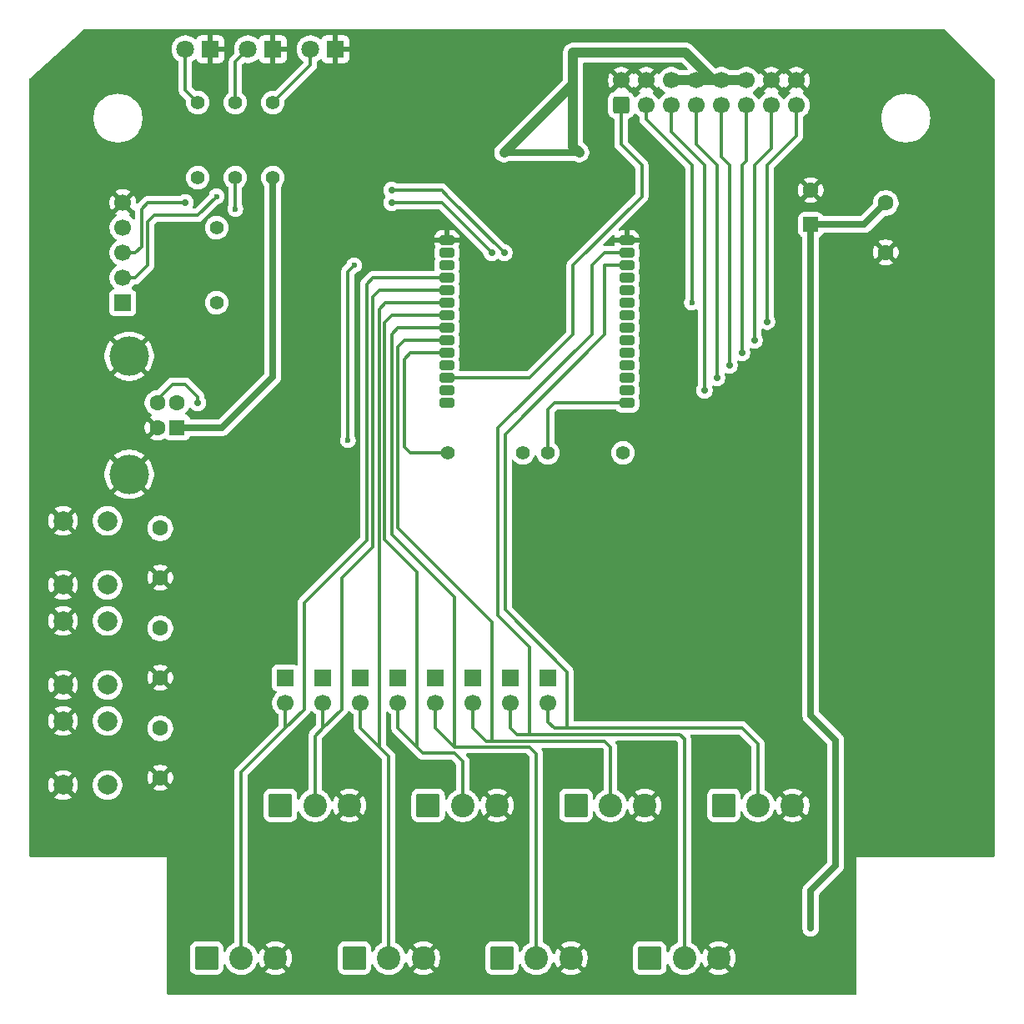
<source format=gbr>
%TF.GenerationSoftware,KiCad,Pcbnew,9.0.7*%
%TF.CreationDate,2026-02-03T14:27:29+01:00*%
%TF.ProjectId,lokho2-esp32c6,6c6f6b68-6f32-42d6-9573-70333263362e,rev?*%
%TF.SameCoordinates,Original*%
%TF.FileFunction,Copper,L1,Top*%
%TF.FilePolarity,Positive*%
%FSLAX46Y46*%
G04 Gerber Fmt 4.6, Leading zero omitted, Abs format (unit mm)*
G04 Created by KiCad (PCBNEW 9.0.7) date 2026-02-03 14:27:29*
%MOMM*%
%LPD*%
G01*
G04 APERTURE LIST*
G04 Aperture macros list*
%AMRoundRect*
0 Rectangle with rounded corners*
0 $1 Rounding radius*
0 $2 $3 $4 $5 $6 $7 $8 $9 X,Y pos of 4 corners*
0 Add a 4 corners polygon primitive as box body*
4,1,4,$2,$3,$4,$5,$6,$7,$8,$9,$2,$3,0*
0 Add four circle primitives for the rounded corners*
1,1,$1+$1,$2,$3*
1,1,$1+$1,$4,$5*
1,1,$1+$1,$6,$7*
1,1,$1+$1,$8,$9*
0 Add four rect primitives between the rounded corners*
20,1,$1+$1,$2,$3,$4,$5,0*
20,1,$1+$1,$4,$5,$6,$7,0*
20,1,$1+$1,$6,$7,$8,$9,0*
20,1,$1+$1,$8,$9,$2,$3,0*%
G04 Aperture macros list end*
%TA.AperFunction,Conductor*%
%ADD10C,2.000000*%
%TD*%
%TA.AperFunction,ComponentPad*%
%ADD11R,1.700000X1.700000*%
%TD*%
%TA.AperFunction,ComponentPad*%
%ADD12C,1.700000*%
%TD*%
%TA.AperFunction,ComponentPad*%
%ADD13RoundRect,0.250000X0.600000X-0.600000X0.600000X0.600000X-0.600000X0.600000X-0.600000X-0.600000X0*%
%TD*%
%TA.AperFunction,ComponentPad*%
%ADD14C,2.000000*%
%TD*%
%TA.AperFunction,ComponentPad*%
%ADD15RoundRect,0.250001X-0.949999X-0.949999X0.949999X-0.949999X0.949999X0.949999X-0.949999X0.949999X0*%
%TD*%
%TA.AperFunction,ComponentPad*%
%ADD16C,2.400000*%
%TD*%
%TA.AperFunction,ComponentPad*%
%ADD17C,1.400000*%
%TD*%
%TA.AperFunction,ComponentPad*%
%ADD18C,1.600000*%
%TD*%
%TA.AperFunction,ComponentPad*%
%ADD19RoundRect,0.250000X-0.500000X-0.250000X0.500000X-0.250000X0.500000X0.250000X-0.500000X0.250000X0*%
%TD*%
%TA.AperFunction,ComponentPad*%
%ADD20RoundRect,0.250000X0.500000X0.250000X-0.500000X0.250000X-0.500000X-0.250000X0.500000X-0.250000X0*%
%TD*%
%TA.AperFunction,ComponentPad*%
%ADD21R,1.800000X1.800000*%
%TD*%
%TA.AperFunction,ComponentPad*%
%ADD22C,1.800000*%
%TD*%
%TA.AperFunction,ComponentPad*%
%ADD23R,1.600000X1.600000*%
%TD*%
%TA.AperFunction,ComponentPad*%
%ADD24C,4.000000*%
%TD*%
%TA.AperFunction,ComponentPad*%
%ADD25RoundRect,0.250000X0.550000X-0.550000X0.550000X0.550000X-0.550000X0.550000X-0.550000X-0.550000X0*%
%TD*%
%TA.AperFunction,ViaPad*%
%ADD26C,0.600000*%
%TD*%
%TA.AperFunction,ViaPad*%
%ADD27C,0.700000*%
%TD*%
%TA.AperFunction,Conductor*%
%ADD28C,0.350000*%
%TD*%
%TA.AperFunction,Conductor*%
%ADD29C,0.700000*%
%TD*%
%TA.AperFunction,Conductor*%
%ADD30C,1.000000*%
%TD*%
G04 APERTURE END LIST*
D10*
%TO.N,GND*%
X193500000Y-60000000D02*
G75*
G02*
X186500000Y-60000000I-3500000J0D01*
G01*
X186500000Y-60000000D02*
G75*
G02*
X193500000Y-60000000I3500000J0D01*
G01*
X113500000Y-60000000D02*
G75*
G02*
X106500000Y-60000000I-3500000J0D01*
G01*
X106500000Y-60000000D02*
G75*
G02*
X113500000Y-60000000I3500000J0D01*
G01*
%TD*%
D11*
%TO.P,J7,1,Pin_1*%
%TO.N,+3V3*%
X138430000Y-116840000D03*
D12*
%TO.P,J7,2,Pin_2*%
%TO.N,GPIO7*%
X138430000Y-119380000D03*
%TD*%
D11*
%TO.P,J6,1,Pin_1*%
%TO.N,+3V3*%
X134620000Y-116840000D03*
D12*
%TO.P,J6,2,Pin_2*%
%TO.N,GPIO6*%
X134620000Y-119380000D03*
%TD*%
D13*
%TO.P,SPI1,1,Pin_1*%
%TO.N,SPI_MISO*%
X161110000Y-58697500D03*
D12*
%TO.P,SPI1,2,Pin_2*%
%TO.N,GND*%
X161110000Y-56157500D03*
%TO.P,SPI1,3,Pin_3*%
%TO.N,SPI_MOSI*%
X163650000Y-58697500D03*
%TO.P,SPI1,4,Pin_4*%
%TO.N,GND*%
X163650000Y-56157500D03*
%TO.P,SPI1,5,Pin_5*%
%TO.N,SPI_SCK*%
X166190000Y-58697500D03*
%TO.P,SPI1,6,Pin_6*%
%TO.N,+3V3*%
X166190000Y-56157500D03*
%TO.P,SPI1,7,Pin_7*%
%TO.N,SPI_S0*%
X168730000Y-58697500D03*
%TO.P,SPI1,8,Pin_8*%
%TO.N,+3V3*%
X168730000Y-56157500D03*
%TO.P,SPI1,9,Pin_9*%
%TO.N,SPI_S1*%
X171270000Y-58697500D03*
%TO.P,SPI1,10,Pin_10*%
%TO.N,+3V3*%
X171270000Y-56157500D03*
%TO.P,SPI1,11,Pin_11*%
%TO.N,SPI_S2*%
X173810000Y-58697500D03*
%TO.P,SPI1,12,Pin_12*%
%TO.N,+3V3*%
X173810000Y-56157500D03*
%TO.P,SPI1,13,Pin_13*%
%TO.N,SPI_S3*%
X176350000Y-58697500D03*
%TO.P,SPI1,14,Pin_14*%
%TO.N,GND*%
X176350000Y-56157500D03*
%TO.P,SPI1,15,Pin_15*%
%TO.N,GP*%
X178890000Y-58697500D03*
%TO.P,SPI1,16,Pin_16*%
%TO.N,GND*%
X178890000Y-56157500D03*
%TD*%
D14*
%TO.P,SW2,1,1*%
%TO.N,GND*%
X104430000Y-117550000D03*
X104430000Y-111050000D03*
%TO.P,SW2,2,2*%
%TO.N,GPIO8*%
X108930000Y-117550000D03*
X108930000Y-111050000D03*
%TD*%
D15*
%TO.P,J16,1,Pin_1*%
%TO.N,+3V3*%
X149000000Y-145267500D03*
D16*
%TO.P,J16,2,Pin_2*%
%TO.N,GPIO0*%
X152500000Y-145267500D03*
%TO.P,J16,3,Pin_3*%
%TO.N,GND*%
X156000000Y-145267500D03*
%TD*%
D17*
%TO.P,R4,1*%
%TO.N,GPIO9*%
X153670000Y-93980000D03*
%TO.P,R4,2*%
%TO.N,+3V3*%
X161290000Y-93980000D03*
%TD*%
D11*
%TO.P,J9,1,Pin_1*%
%TO.N,+3V3*%
X146050000Y-116840000D03*
D12*
%TO.P,J9,2,Pin_2*%
%TO.N,GPIO1*%
X146050000Y-119380000D03*
%TD*%
D18*
%TO.P,C7,1*%
%TO.N,GND*%
X187960000Y-73620000D03*
%TO.P,C7,2*%
%TO.N,+3V3*%
X187960000Y-68620000D03*
%TD*%
D19*
%TO.P,U2,1,GND*%
%TO.N,GND*%
X143400000Y-72400000D03*
%TO.P,U2,2,3V3*%
%TO.N,+3V3*%
X143400000Y-73670000D03*
%TO.P,U2,3,EN/CHIP_PU*%
%TO.N,EN*%
X143400000Y-74935000D03*
%TO.P,U2,4,MTMS/GPIO4/ADC1_CH4*%
%TO.N,GPIO4*%
X143400000Y-76205000D03*
%TO.P,U2,5,MTDI/GPIO5/ADC1_CH5*%
%TO.N,GPIO5*%
X143400000Y-77475000D03*
%TO.P,U2,6,MTCK/GPIO6/ADC1_CH6*%
%TO.N,GPIO6*%
X143400000Y-78745000D03*
%TO.P,U2,7,MTDO/GPIO7*%
%TO.N,GPIO7*%
X143400000Y-80015000D03*
%TO.P,U2,8,GPIO0/ADC1_CH0/XTAL_32K_P*%
%TO.N,GPIO0*%
X143400000Y-81285000D03*
%TO.P,U2,9,GPIO1/ADC1_CH1/XTAL_32K_N*%
%TO.N,GPIO1*%
X143400000Y-82555000D03*
%TO.P,U2,10,GPIO8*%
%TO.N,GPIO8*%
X143400000Y-83825000D03*
%TO.P,U2,11,GPIO10*%
%TO.N,GPIO10*%
X143400000Y-85095000D03*
%TO.P,U2,12,GPIO11*%
%TO.N,SPI_MISO*%
X143400000Y-86365000D03*
%TO.P,U2,13,GPIO12/USB_D-*%
%TO.N,USBD-*%
X143400000Y-87635000D03*
%TO.P,U2,14,GPIO13/USB_D+*%
%TO.N,USBD+*%
X143400000Y-88905000D03*
D20*
%TO.P,U2,15,GPIO9*%
%TO.N,GPIO9*%
X161680000Y-88905000D03*
%TO.P,U2,16,GPIO18*%
%TO.N,SPI_SCK*%
X161680000Y-87635000D03*
%TO.P,U2,17,GPIO19*%
%TO.N,SPI_S0*%
X161680000Y-86370000D03*
%TO.P,U2,18,GPIO20*%
%TO.N,SPI_S1*%
X161680000Y-85100000D03*
%TO.P,U2,19,GPIO21*%
%TO.N,SPI_S2*%
X161680000Y-83830000D03*
%TO.P,U2,20,GPIO22*%
%TO.N,SPI_S3*%
X161680000Y-82560000D03*
%TO.P,U2,21,GPIO23*%
%TO.N,GP*%
X161680000Y-81290000D03*
%TO.P,U2,22,NC*%
%TO.N,unconnected-(U2-NC-Pad22)*%
X161680000Y-80020000D03*
%TO.P,U2,23,GPIO15*%
%TO.N,SPI_MOSI*%
X161680000Y-78750000D03*
%TO.P,U2,24,U0RXD/GPIO17*%
%TO.N,U0Rxd*%
X161680000Y-77480000D03*
%TO.P,U2,25,U0TXD/GPIO16*%
%TO.N,U0TxD*%
X161680000Y-76210000D03*
%TO.P,U2,26,GPIO3/ADC1_CH3*%
%TO.N,GPIO3*%
X161680000Y-74940000D03*
%TO.P,U2,27,GPIO2/ADC1_CH2*%
%TO.N,GPIO2*%
X161680000Y-73670000D03*
%TO.P,U2,28,GND*%
%TO.N,GND*%
X161680000Y-72400000D03*
%TD*%
D17*
%TO.P,R5,1*%
%TO.N,EN*%
X120015000Y-78740000D03*
%TO.P,R5,2*%
%TO.N,+3V3*%
X120015000Y-71120000D03*
%TD*%
D21*
%TO.P,D1,1,K*%
%TO.N,GND*%
X119380000Y-53000000D03*
D22*
%TO.P,D1,2,A*%
%TO.N,Net-(D1-A)*%
X116840000Y-53000000D03*
%TD*%
D18*
%TO.P,C3,1*%
%TO.N,GND*%
X114300000Y-126960000D03*
%TO.P,C3,2*%
%TO.N,GPIO9*%
X114300000Y-121960000D03*
%TD*%
D21*
%TO.P,D3,1,K*%
%TO.N,GND*%
X132080000Y-53000000D03*
D22*
%TO.P,D3,2,A*%
%TO.N,Net-(D3-A)*%
X129540000Y-53000000D03*
%TD*%
D17*
%TO.P,R1,1*%
%TO.N,U0TxD*%
X118110000Y-66040000D03*
%TO.P,R1,2*%
%TO.N,Net-(D1-A)*%
X118110000Y-58420000D03*
%TD*%
D15*
%TO.P,J12,1,Pin_1*%
%TO.N,+3V3*%
X119000000Y-145267500D03*
D16*
%TO.P,J12,2,Pin_2*%
%TO.N,GPIO4*%
X122500000Y-145267500D03*
%TO.P,J12,3,Pin_3*%
%TO.N,GND*%
X126000000Y-145267500D03*
%TD*%
D14*
%TO.P,SW1,1,1*%
%TO.N,GND*%
X104430000Y-107390000D03*
X104430000Y-100890000D03*
%TO.P,SW1,2,2*%
%TO.N,EN*%
X108930000Y-107390000D03*
X108930000Y-100890000D03*
%TD*%
D18*
%TO.P,C2,1*%
%TO.N,GND*%
X114300000Y-116800000D03*
%TO.P,C2,2*%
%TO.N,GPIO8*%
X114300000Y-111800000D03*
%TD*%
D23*
%TO.P,J3,1,VBUS*%
%TO.N,+5V*%
X116007500Y-91420000D03*
D18*
%TO.P,J3,2,D-*%
%TO.N,USBD-*%
X116007500Y-88920000D03*
%TO.P,J3,3,D+*%
%TO.N,USBD+*%
X114007500Y-88920000D03*
%TO.P,J3,4,GND*%
%TO.N,GND*%
X114007500Y-91420000D03*
D24*
%TO.P,J3,5,Shield*%
X111147500Y-96170000D03*
X111147500Y-84170000D03*
%TD*%
D17*
%TO.P,R6,1*%
%TO.N,+5V*%
X125730000Y-66040000D03*
%TO.P,R6,2*%
%TO.N,Net-(D3-A)*%
X125730000Y-58420000D03*
%TD*%
D11*
%TO.P,J1,1,Pin_1*%
%TO.N,EN*%
X110490000Y-78740000D03*
D12*
%TO.P,J1,2,Pin_2*%
%TO.N,U0TxD*%
X110490000Y-76200000D03*
%TO.P,J1,3,Pin_3*%
%TO.N,U0Rxd*%
X110490000Y-73660000D03*
%TO.P,J1,4,Pin_4*%
%TO.N,+3V3*%
X110490000Y-71120000D03*
%TO.P,J1,5,Pin_5*%
%TO.N,GND*%
X110490000Y-68580000D03*
%TD*%
D15*
%TO.P,J14,1,Pin_1*%
%TO.N,+3V3*%
X134000000Y-145267500D03*
D16*
%TO.P,J14,2,Pin_2*%
%TO.N,GPIO6*%
X137500000Y-145267500D03*
%TO.P,J14,3,Pin_3*%
%TO.N,GND*%
X141000000Y-145267500D03*
%TD*%
D25*
%TO.P,C6,1*%
%TO.N,+3V3*%
X180340000Y-70810000D03*
D18*
%TO.P,C6,2*%
%TO.N,GND*%
X180340000Y-67310000D03*
%TD*%
D15*
%TO.P,J13,1,Pin_1*%
%TO.N,+3V3*%
X126500000Y-129767500D03*
D16*
%TO.P,J13,2,Pin_2*%
%TO.N,GPIO5*%
X130000000Y-129767500D03*
%TO.P,J13,3,Pin_3*%
%TO.N,GND*%
X133500000Y-129767500D03*
%TD*%
D15*
%TO.P,J19,1,Pin_1*%
%TO.N,+3V3*%
X171500000Y-129767500D03*
D16*
%TO.P,J19,2,Pin_2*%
%TO.N,GPIO3*%
X175000000Y-129767500D03*
%TO.P,J19,3,Pin_3*%
%TO.N,GND*%
X178500000Y-129767500D03*
%TD*%
D11*
%TO.P,J10,1,Pin_1*%
%TO.N,+3V3*%
X149860000Y-116840000D03*
D12*
%TO.P,J10,2,Pin_2*%
%TO.N,GPIO2*%
X149860000Y-119380000D03*
%TD*%
D11*
%TO.P,J11,1,Pin_1*%
%TO.N,+3V3*%
X153670000Y-116840000D03*
D12*
%TO.P,J11,2,Pin_2*%
%TO.N,GPIO3*%
X153670000Y-119380000D03*
%TD*%
D15*
%TO.P,J15,1,Pin_1*%
%TO.N,+3V3*%
X141500000Y-129767500D03*
D16*
%TO.P,J15,2,Pin_2*%
%TO.N,GPIO7*%
X145000000Y-129767500D03*
%TO.P,J15,3,Pin_3*%
%TO.N,GND*%
X148500000Y-129767500D03*
%TD*%
D14*
%TO.P,SW3,1,1*%
%TO.N,GND*%
X104430000Y-127710000D03*
X104430000Y-121210000D03*
%TO.P,SW3,2,2*%
%TO.N,GPIO9*%
X108930000Y-127710000D03*
X108930000Y-121210000D03*
%TD*%
D11*
%TO.P,J4,1,Pin_1*%
%TO.N,+3V3*%
X127000000Y-116840000D03*
D12*
%TO.P,J4,2,Pin_2*%
%TO.N,GPIO4*%
X127000000Y-119380000D03*
%TD*%
D18*
%TO.P,C1,1*%
%TO.N,GND*%
X114300000Y-106640000D03*
%TO.P,C1,2*%
%TO.N,EN*%
X114300000Y-101640000D03*
%TD*%
D17*
%TO.P,R3,1*%
%TO.N,GPIO8*%
X143510000Y-93980000D03*
%TO.P,R3,2*%
%TO.N,+3V3*%
X151130000Y-93980000D03*
%TD*%
D11*
%TO.P,J8,1,Pin_1*%
%TO.N,+3V3*%
X142240000Y-116840000D03*
D12*
%TO.P,J8,2,Pin_2*%
%TO.N,GPIO0*%
X142240000Y-119380000D03*
%TD*%
D11*
%TO.P,J5,1,Pin_1*%
%TO.N,+3V3*%
X130810000Y-116840000D03*
D12*
%TO.P,J5,2,Pin_2*%
%TO.N,GPIO5*%
X130810000Y-119380000D03*
%TD*%
D21*
%TO.P,D2,1,K*%
%TO.N,GND*%
X125730000Y-53000000D03*
D22*
%TO.P,D2,2,A*%
%TO.N,Net-(D2-A)*%
X123190000Y-53000000D03*
%TD*%
D15*
%TO.P,J17,1,Pin_1*%
%TO.N,+3V3*%
X156500000Y-129767500D03*
D16*
%TO.P,J17,2,Pin_2*%
%TO.N,GPIO1*%
X160000000Y-129767500D03*
%TO.P,J17,3,Pin_3*%
%TO.N,GND*%
X163500000Y-129767500D03*
%TD*%
D17*
%TO.P,R2,1*%
%TO.N,U0Rxd*%
X121920000Y-66040000D03*
%TO.P,R2,2*%
%TO.N,Net-(D2-A)*%
X121920000Y-58420000D03*
%TD*%
D15*
%TO.P,J18,1,Pin_1*%
%TO.N,+3V3*%
X164000000Y-145267500D03*
D16*
%TO.P,J18,2,Pin_2*%
%TO.N,GPIO2*%
X167500000Y-145267500D03*
%TO.P,J18,3,Pin_3*%
%TO.N,GND*%
X171000000Y-145267500D03*
%TD*%
D26*
%TO.N,GND*%
X102235000Y-61595000D03*
X176530000Y-53340000D03*
%TO.N,SPI_MOSI*%
X168275000Y-78740000D03*
D27*
%TO.N,SPI_SCK*%
X169545000Y-87630000D03*
%TO.N,SPI_S0*%
X170815000Y-86360000D03*
%TO.N,SPI_S1*%
X172085000Y-85090000D03*
%TO.N,SPI_S2*%
X173355000Y-83820000D03*
%TO.N,SPI_S3*%
X174625000Y-82550000D03*
%TO.N,GP*%
X175895000Y-80645000D03*
D26*
%TO.N,EN*%
X133985000Y-74935000D03*
X133350000Y-92710000D03*
%TO.N,U0Rxd*%
X121920000Y-69215000D03*
D27*
X137795000Y-68580000D03*
X147955000Y-73660000D03*
X116840000Y-68580000D03*
%TO.N,U0TxD*%
X149225000Y-73660000D03*
X137795000Y-67310000D03*
D26*
X120015000Y-67945000D03*
D27*
%TO.N,USBD+*%
X118110000Y-88900000D03*
%TO.N,+3V3*%
X180340000Y-142240000D03*
X180340000Y-92710000D03*
X149225000Y-63500000D03*
X156845000Y-63500000D03*
X180340000Y-116840000D03*
X182880000Y-127000000D03*
%TD*%
D28*
%TO.N,SPI_MISO*%
X156210000Y-81915000D02*
X151760000Y-86365000D01*
X161110000Y-62685000D02*
X163195000Y-64770000D01*
X161110000Y-58697500D02*
X161110000Y-62685000D01*
X156210000Y-74930000D02*
X156210000Y-81915000D01*
X151760000Y-86365000D02*
X143650000Y-86365000D01*
X163195000Y-64770000D02*
X163195000Y-67945000D01*
X163195000Y-67945000D02*
X156210000Y-74930000D01*
%TO.N,GND*%
X104905000Y-61595000D02*
X102235000Y-61595000D01*
X106260000Y-129540000D02*
X104430000Y-127710000D01*
X114300000Y-126960000D02*
X111720000Y-129540000D01*
X190000000Y-56500000D02*
X186840000Y-53340000D01*
X111720000Y-109220000D02*
X106260000Y-109220000D01*
X186840000Y-53340000D02*
X176530000Y-53340000D01*
X106500000Y-60000000D02*
X104905000Y-61595000D01*
X106260000Y-119380000D02*
X111720000Y-119380000D01*
X114300000Y-116800000D02*
X111720000Y-119380000D01*
X111720000Y-129540000D02*
X106260000Y-129540000D01*
X106260000Y-109220000D02*
X104430000Y-107390000D01*
X114300000Y-106640000D02*
X111720000Y-109220000D01*
X104430000Y-117550000D02*
X106260000Y-119380000D01*
%TO.N,SPI_MOSI*%
X168275000Y-78740000D02*
X168275000Y-64770000D01*
X168275000Y-64770000D02*
X163650000Y-60145000D01*
X163650000Y-60145000D02*
X163650000Y-58697500D01*
%TO.N,SPI_SCK*%
X169545000Y-64770000D02*
X166190000Y-61415000D01*
X169545000Y-87630000D02*
X169545000Y-64770000D01*
X166190000Y-61415000D02*
X166190000Y-58697500D01*
%TO.N,SPI_S0*%
X168730000Y-62685000D02*
X168730000Y-58697500D01*
X170815000Y-64770000D02*
X168730000Y-62685000D01*
X170815000Y-86360000D02*
X170815000Y-64770000D01*
%TO.N,SPI_S1*%
X171270000Y-63955000D02*
X171270000Y-58697500D01*
X172085000Y-64770000D02*
X171270000Y-63955000D01*
X172085000Y-85090000D02*
X172085000Y-64770000D01*
%TO.N,SPI_S2*%
X173355000Y-64770000D02*
X173810000Y-64315000D01*
X173355000Y-83820000D02*
X173355000Y-64770000D01*
X173810000Y-64315000D02*
X173810000Y-58697500D01*
%TO.N,SPI_S3*%
X174625000Y-82550000D02*
X174625000Y-64770000D01*
X174625000Y-64770000D02*
X176350000Y-63045000D01*
X176350000Y-63045000D02*
X176350000Y-58697500D01*
%TO.N,GP*%
X175895000Y-80645000D02*
X175895000Y-64770000D01*
X175895000Y-64770000D02*
X178890000Y-61775000D01*
X178890000Y-61775000D02*
X178890000Y-58697500D01*
%TO.N,EN*%
X133350000Y-75570000D02*
X133985000Y-74935000D01*
X133350000Y-92710000D02*
X133350000Y-75570000D01*
%TO.N,GPIO8*%
X139065000Y-84455000D02*
X139700000Y-83820000D01*
X139700000Y-93980000D02*
X139065000Y-93345000D01*
X139065000Y-93345000D02*
X139065000Y-84455000D01*
X139705000Y-83825000D02*
X143650000Y-83825000D01*
X143510000Y-93980000D02*
X139700000Y-93980000D01*
X139700000Y-83820000D02*
X139705000Y-83825000D01*
%TO.N,GPIO9*%
X154305000Y-88900000D02*
X154310000Y-88905000D01*
X154310000Y-88905000D02*
X161430000Y-88905000D01*
X153670000Y-89535000D02*
X154305000Y-88900000D01*
X153670000Y-93980000D02*
X153670000Y-89535000D01*
D29*
%TO.N,+5V*%
X125730000Y-86270000D02*
X120580000Y-91420000D01*
X120580000Y-91420000D02*
X116007500Y-91420000D01*
X125730000Y-66040000D02*
X125730000Y-86270000D01*
D28*
%TO.N,Net-(D1-A)*%
X118110000Y-58420000D02*
X116840000Y-57150000D01*
X116840000Y-57150000D02*
X116840000Y-53000000D01*
%TO.N,Net-(D2-A)*%
X121920000Y-58420000D02*
X121920000Y-54270000D01*
X121920000Y-54270000D02*
X123190000Y-53000000D01*
%TO.N,Net-(D3-A)*%
X129540000Y-54610000D02*
X129540000Y-53000000D01*
X125730000Y-58420000D02*
X129540000Y-54610000D01*
%TO.N,U0Rxd*%
X112395000Y-69215000D02*
X113030000Y-68580000D01*
X113030000Y-68580000D02*
X116840000Y-68580000D01*
X112395000Y-73025000D02*
X112395000Y-69215000D01*
X147955000Y-73660000D02*
X142875000Y-68580000D01*
X142875000Y-68580000D02*
X137795000Y-68580000D01*
X111760000Y-73660000D02*
X112395000Y-73025000D01*
X121920000Y-66040000D02*
X121920000Y-69215000D01*
X110490000Y-73660000D02*
X111760000Y-73660000D01*
%TO.N,U0TxD*%
X118110000Y-69850000D02*
X113665000Y-69850000D01*
X143510000Y-67945000D02*
X142875000Y-67310000D01*
X113665000Y-69850000D02*
X113030000Y-70485000D01*
X142875000Y-67310000D02*
X137795000Y-67310000D01*
X111760000Y-76200000D02*
X110490000Y-76200000D01*
X149225000Y-73660000D02*
X143510000Y-67945000D01*
X120015000Y-67945000D02*
X118110000Y-69850000D01*
X113030000Y-70485000D02*
X113030000Y-74930000D01*
X113030000Y-74930000D02*
X111760000Y-76200000D01*
%TO.N,USBD+*%
X118110000Y-88265000D02*
X116840000Y-86995000D01*
X115570000Y-86995000D02*
X114007500Y-88557500D01*
X116840000Y-86995000D02*
X115570000Y-86995000D01*
X118110000Y-88900000D02*
X118110000Y-88265000D01*
X114007500Y-88557500D02*
X114007500Y-88920000D01*
%TO.N,GPIO6*%
X136525000Y-123825000D02*
X134620000Y-121920000D01*
X136525000Y-120015000D02*
X136525000Y-123825000D01*
X137500000Y-124800000D02*
X136525000Y-123825000D01*
X134620000Y-121920000D02*
X134620000Y-119380000D01*
X136525000Y-79375000D02*
X137160000Y-78740000D01*
X136525000Y-120015000D02*
X136525000Y-79375000D01*
X137160000Y-78740000D02*
X143645000Y-78740000D01*
X137500000Y-145267500D02*
X137500000Y-124800000D01*
X143645000Y-78740000D02*
X143650000Y-78745000D01*
%TO.N,GPIO0*%
X152500000Y-145267500D02*
X152500000Y-124560000D01*
X143645000Y-81280000D02*
X143650000Y-81285000D01*
X144145000Y-108585000D02*
X137795000Y-102235000D01*
X151765000Y-123825000D02*
X144145000Y-123825000D01*
X137795000Y-81915000D02*
X138430000Y-81280000D01*
X144145000Y-123825000D02*
X144145000Y-108585000D01*
X138430000Y-81280000D02*
X143645000Y-81280000D01*
X137795000Y-102235000D02*
X137795000Y-81915000D01*
X152500000Y-124560000D02*
X151765000Y-123825000D01*
X142240000Y-121920000D02*
X142240000Y-119380000D01*
X144145000Y-123825000D02*
X142240000Y-121920000D01*
%TO.N,GPIO2*%
X151765000Y-113665000D02*
X148590000Y-110490000D01*
X149860000Y-121920000D02*
X149860000Y-119380000D01*
X151765000Y-122555000D02*
X151765000Y-113665000D01*
X167005000Y-122555000D02*
X151765000Y-122555000D01*
X151765000Y-122555000D02*
X150495000Y-122555000D01*
X167500000Y-123050000D02*
X167005000Y-122555000D01*
X158115000Y-81915000D02*
X158115000Y-74940000D01*
X167500000Y-145267500D02*
X167500000Y-123050000D01*
X158115000Y-74940000D02*
X159385000Y-73670000D01*
X150495000Y-122555000D02*
X149860000Y-121920000D01*
X159385000Y-73670000D02*
X161430000Y-73670000D01*
X148590000Y-91440000D02*
X158115000Y-81915000D01*
X148590000Y-110490000D02*
X148590000Y-91440000D01*
%TO.N,GPIO5*%
X130000000Y-129767500D02*
X130000000Y-122730000D01*
X130000000Y-122730000D02*
X130810000Y-121920000D01*
X130810000Y-121920000D02*
X130810000Y-119380000D01*
X132715000Y-120015000D02*
X130810000Y-121920000D01*
X143650000Y-77475000D02*
X136520000Y-77475000D01*
X132715000Y-106680000D02*
X132715000Y-120015000D01*
X136520000Y-77475000D02*
X135890000Y-78105000D01*
X135890000Y-103505000D02*
X132715000Y-106680000D01*
X135890000Y-78105000D02*
X135890000Y-103505000D01*
%TO.N,GPIO7*%
X140335000Y-123825000D02*
X138430000Y-121920000D01*
X137076000Y-80729000D02*
X137795000Y-80010000D01*
X143645000Y-80010000D02*
X143650000Y-80015000D01*
X145000000Y-129767500D02*
X145000000Y-125315000D01*
X138430000Y-121920000D02*
X138430000Y-119380000D01*
X137795000Y-80010000D02*
X143645000Y-80010000D01*
X140970000Y-124460000D02*
X140335000Y-123825000D01*
X144145000Y-124460000D02*
X140970000Y-124460000D01*
X140335000Y-106045000D02*
X137076000Y-102786000D01*
X140335000Y-123825000D02*
X140335000Y-106045000D01*
X145000000Y-125315000D02*
X144145000Y-124460000D01*
X137076000Y-102786000D02*
X137076000Y-80729000D01*
%TO.N,GPIO3*%
X159385000Y-74940000D02*
X161430000Y-74940000D01*
X159385000Y-81987116D02*
X159385000Y-74940000D01*
X155575000Y-121920000D02*
X173355000Y-121920000D01*
X155575000Y-116205000D02*
X149297116Y-109927116D01*
X175000000Y-123565000D02*
X175000000Y-129767500D01*
X173355000Y-121920000D02*
X175000000Y-123565000D01*
X149297116Y-92075000D02*
X159385000Y-81987116D01*
X154305000Y-121920000D02*
X155575000Y-121920000D01*
X153670000Y-121285000D02*
X154305000Y-121920000D01*
X155575000Y-121920000D02*
X155575000Y-116205000D01*
X153670000Y-119380000D02*
X153670000Y-121285000D01*
X149297116Y-109927116D02*
X149297116Y-92075000D01*
%TO.N,GPIO4*%
X128905000Y-120015000D02*
X127000000Y-121920000D01*
X122500000Y-145267500D02*
X122500000Y-126420000D01*
X143650000Y-76205000D02*
X135885000Y-76205000D01*
X128905000Y-109220000D02*
X128905000Y-120015000D01*
X135255000Y-76835000D02*
X135255000Y-102870000D01*
X127000000Y-121920000D02*
X127000000Y-119380000D01*
X122500000Y-126420000D02*
X127000000Y-121920000D01*
X135885000Y-76205000D02*
X135255000Y-76835000D01*
X135255000Y-102870000D02*
X128905000Y-109220000D01*
%TO.N,GPIO1*%
X146050000Y-119380000D02*
X146050000Y-121920000D01*
X139070000Y-82555000D02*
X143650000Y-82555000D01*
X139065000Y-82550000D02*
X139070000Y-82555000D01*
X147955000Y-111125000D02*
X138430000Y-101600000D01*
X147955000Y-123274000D02*
X159449000Y-123274000D01*
X147404000Y-123274000D02*
X147955000Y-123274000D01*
X159449000Y-123274000D02*
X160000000Y-123825000D01*
X138430000Y-83185000D02*
X139065000Y-82550000D01*
X138430000Y-101600000D02*
X138430000Y-83185000D01*
X147955000Y-123274000D02*
X147955000Y-111125000D01*
X160000000Y-123825000D02*
X160000000Y-129767500D01*
X146050000Y-121920000D02*
X147404000Y-123274000D01*
D29*
%TO.N,+3V3*%
X149225000Y-63500000D02*
X156845000Y-63500000D01*
X182880000Y-135890000D02*
X182880000Y-127000000D01*
X182880000Y-123190000D02*
X180340000Y-120650000D01*
X182880000Y-127000000D02*
X182880000Y-123190000D01*
X180340000Y-120650000D02*
X180340000Y-116840000D01*
D30*
X156210000Y-56515000D02*
X156210000Y-62865000D01*
X170180000Y-56157500D02*
X170180000Y-55880000D01*
D29*
X187960000Y-68620000D02*
X185770000Y-70810000D01*
X180340000Y-70810000D02*
X180340000Y-92710000D01*
D30*
X156210000Y-62865000D02*
X156845000Y-63500000D01*
D29*
X185770000Y-70810000D02*
X180340000Y-70810000D01*
D30*
X166190000Y-56157500D02*
X170180000Y-56157500D01*
X170180000Y-55880000D02*
X167640000Y-53340000D01*
D29*
X180340000Y-142240000D02*
X180340000Y-138430000D01*
X180340000Y-116840000D02*
X180340000Y-92710000D01*
X180340000Y-138430000D02*
X182880000Y-135890000D01*
D30*
X170180000Y-56157500D02*
X173810000Y-56157500D01*
X156210000Y-53340000D02*
X156210000Y-56515000D01*
X156210000Y-56515000D02*
X149225000Y-63500000D01*
X167640000Y-53340000D02*
X156210000Y-53340000D01*
%TD*%
%TA.AperFunction,Conductor*%
%TO.N,GND*%
G36*
X160371287Y-71826526D02*
G01*
X160427221Y-71868398D01*
X160451638Y-71933862D01*
X160445662Y-71981707D01*
X160440494Y-71997302D01*
X160440493Y-71997309D01*
X160430000Y-72100013D01*
X160430000Y-72150000D01*
X161185025Y-72150000D01*
X161149930Y-72185095D01*
X161103852Y-72264905D01*
X161080000Y-72353922D01*
X161080000Y-72446078D01*
X161103852Y-72535095D01*
X161149930Y-72614905D01*
X161185025Y-72650000D01*
X160430001Y-72650000D01*
X160430001Y-72699986D01*
X160440494Y-72802697D01*
X160450037Y-72831496D01*
X160452439Y-72901325D01*
X160416707Y-72961366D01*
X160354186Y-72992559D01*
X160332331Y-72994500D01*
X159400163Y-72994500D01*
X159333124Y-72974815D01*
X159287369Y-72922011D01*
X159277425Y-72852853D01*
X159306450Y-72789297D01*
X159312482Y-72782819D01*
X159775301Y-72320000D01*
X160240275Y-71855025D01*
X160301596Y-71821542D01*
X160371287Y-71826526D01*
G37*
%TD.AperFunction*%
%TA.AperFunction,Conductor*%
G36*
X164765270Y-56919217D02*
G01*
X164765270Y-56919216D01*
X164804622Y-56865055D01*
X164809232Y-56856007D01*
X164857205Y-56805209D01*
X164925025Y-56788412D01*
X164991161Y-56810947D01*
X165030204Y-56856004D01*
X165034949Y-56865317D01*
X165159890Y-57037286D01*
X165310213Y-57187609D01*
X165482182Y-57312550D01*
X165490946Y-57317016D01*
X165541742Y-57364991D01*
X165558536Y-57432812D01*
X165535998Y-57498947D01*
X165490946Y-57537984D01*
X165482182Y-57542449D01*
X165310213Y-57667390D01*
X165159890Y-57817713D01*
X165034949Y-57989682D01*
X165030484Y-57998446D01*
X164982509Y-58049242D01*
X164914688Y-58066036D01*
X164848553Y-58043498D01*
X164809516Y-57998446D01*
X164805050Y-57989682D01*
X164680109Y-57817713D01*
X164529786Y-57667390D01*
X164357817Y-57542449D01*
X164348504Y-57537704D01*
X164297707Y-57489730D01*
X164280912Y-57421909D01*
X164303449Y-57355774D01*
X164348507Y-57316732D01*
X164357555Y-57312122D01*
X164411716Y-57272770D01*
X164411717Y-57272770D01*
X163779408Y-56640462D01*
X163842993Y-56623425D01*
X163957007Y-56557599D01*
X164050099Y-56464507D01*
X164115925Y-56350493D01*
X164132962Y-56286908D01*
X164765270Y-56919217D01*
G37*
%TD.AperFunction*%
%TA.AperFunction,Conductor*%
G36*
X175884075Y-56350493D02*
G01*
X175949901Y-56464507D01*
X176042993Y-56557599D01*
X176157007Y-56623425D01*
X176220590Y-56640462D01*
X175588282Y-57272769D01*
X175588282Y-57272770D01*
X175642452Y-57312126D01*
X175642451Y-57312126D01*
X175651495Y-57316734D01*
X175702292Y-57364708D01*
X175719087Y-57432529D01*
X175696550Y-57498664D01*
X175651499Y-57537702D01*
X175642182Y-57542449D01*
X175470213Y-57667390D01*
X175319890Y-57817713D01*
X175194949Y-57989682D01*
X175190484Y-57998446D01*
X175142509Y-58049242D01*
X175074688Y-58066036D01*
X175008553Y-58043498D01*
X174969516Y-57998446D01*
X174965050Y-57989682D01*
X174840109Y-57817713D01*
X174689786Y-57667390D01*
X174517820Y-57542451D01*
X174517115Y-57542091D01*
X174509054Y-57537985D01*
X174458259Y-57490012D01*
X174441463Y-57422192D01*
X174463999Y-57356056D01*
X174509054Y-57317015D01*
X174517816Y-57312551D01*
X174572572Y-57272769D01*
X174689786Y-57187609D01*
X174689788Y-57187606D01*
X174689792Y-57187604D01*
X174840104Y-57037292D01*
X174840106Y-57037288D01*
X174840109Y-57037286D01*
X174925890Y-56919217D01*
X174965051Y-56865316D01*
X174969793Y-56856008D01*
X175017763Y-56805211D01*
X175085583Y-56788411D01*
X175151719Y-56810945D01*
X175190763Y-56856000D01*
X175195373Y-56865047D01*
X175234728Y-56919216D01*
X175867037Y-56286908D01*
X175884075Y-56350493D01*
G37*
%TD.AperFunction*%
%TA.AperFunction,Conductor*%
G36*
X178424075Y-56350493D02*
G01*
X178489901Y-56464507D01*
X178582993Y-56557599D01*
X178697007Y-56623425D01*
X178760590Y-56640462D01*
X178128282Y-57272769D01*
X178128282Y-57272770D01*
X178182452Y-57312126D01*
X178182451Y-57312126D01*
X178191495Y-57316734D01*
X178242292Y-57364708D01*
X178259087Y-57432529D01*
X178236550Y-57498664D01*
X178191499Y-57537702D01*
X178182182Y-57542449D01*
X178010213Y-57667390D01*
X177859890Y-57817713D01*
X177734949Y-57989682D01*
X177730484Y-57998446D01*
X177682509Y-58049242D01*
X177614688Y-58066036D01*
X177548553Y-58043498D01*
X177509516Y-57998446D01*
X177505050Y-57989682D01*
X177380109Y-57817713D01*
X177229786Y-57667390D01*
X177057817Y-57542449D01*
X177048504Y-57537704D01*
X176997707Y-57489730D01*
X176980912Y-57421909D01*
X177003449Y-57355774D01*
X177048507Y-57316732D01*
X177057555Y-57312122D01*
X177111716Y-57272770D01*
X177111717Y-57272770D01*
X176479408Y-56640462D01*
X176542993Y-56623425D01*
X176657007Y-56557599D01*
X176750099Y-56464507D01*
X176815925Y-56350493D01*
X176832962Y-56286908D01*
X177465270Y-56919217D01*
X177465270Y-56919216D01*
X177504622Y-56865054D01*
X177509514Y-56855454D01*
X177557488Y-56804657D01*
X177625308Y-56787861D01*
X177691444Y-56810397D01*
X177730486Y-56855454D01*
X177735375Y-56865050D01*
X177774728Y-56919216D01*
X178407037Y-56286908D01*
X178424075Y-56350493D01*
G37*
%TD.AperFunction*%
%TA.AperFunction,Conductor*%
G36*
X163184075Y-56350493D02*
G01*
X163249901Y-56464507D01*
X163342993Y-56557599D01*
X163457007Y-56623425D01*
X163520590Y-56640462D01*
X162888282Y-57272769D01*
X162888282Y-57272770D01*
X162942452Y-57312126D01*
X162942451Y-57312126D01*
X162951495Y-57316734D01*
X163002292Y-57364708D01*
X163019087Y-57432529D01*
X162996550Y-57498664D01*
X162951499Y-57537702D01*
X162942182Y-57542449D01*
X162770213Y-57667390D01*
X162619894Y-57817709D01*
X162619885Y-57817719D01*
X162616330Y-57822613D01*
X162560997Y-57865275D01*
X162491383Y-57871248D01*
X162429591Y-57838637D01*
X162398312Y-57788723D01*
X162394815Y-57778170D01*
X162394814Y-57778166D01*
X162302712Y-57628844D01*
X162178656Y-57504788D01*
X162058600Y-57430737D01*
X162029336Y-57412687D01*
X162029331Y-57412685D01*
X162017257Y-57408684D01*
X161957228Y-57388792D01*
X161899784Y-57349020D01*
X161872961Y-57284504D01*
X161872801Y-57273854D01*
X161239408Y-56640462D01*
X161302993Y-56623425D01*
X161417007Y-56557599D01*
X161510099Y-56464507D01*
X161575925Y-56350493D01*
X161592962Y-56286908D01*
X162225270Y-56919217D01*
X162225270Y-56919216D01*
X162264622Y-56865054D01*
X162269514Y-56855454D01*
X162317488Y-56804657D01*
X162385308Y-56787861D01*
X162451444Y-56810397D01*
X162490486Y-56855454D01*
X162495375Y-56865050D01*
X162534728Y-56919216D01*
X163167037Y-56286908D01*
X163184075Y-56350493D01*
G37*
%TD.AperFunction*%
%TA.AperFunction,Conductor*%
G36*
X111612397Y-69348844D02*
G01*
X111654147Y-69357614D01*
X111703904Y-69406665D01*
X111719500Y-69466869D01*
X111719500Y-70140242D01*
X111699815Y-70207281D01*
X111647011Y-70253036D01*
X111577853Y-70262980D01*
X111514297Y-70233955D01*
X111507819Y-70227923D01*
X111369786Y-70089890D01*
X111197817Y-69964949D01*
X111188504Y-69960204D01*
X111137707Y-69912230D01*
X111120912Y-69844409D01*
X111143449Y-69778274D01*
X111188507Y-69739232D01*
X111197555Y-69734622D01*
X111251716Y-69695270D01*
X111251717Y-69695270D01*
X110619408Y-69062962D01*
X110682993Y-69045925D01*
X110797007Y-68980099D01*
X110890099Y-68887007D01*
X110955925Y-68772993D01*
X110972962Y-68709409D01*
X111612397Y-69348844D01*
G37*
%TD.AperFunction*%
%TA.AperFunction,Conductor*%
G36*
X194015677Y-51019685D02*
G01*
X194036319Y-51036319D01*
X198963681Y-55963681D01*
X198997166Y-56025004D01*
X199000000Y-56051362D01*
X199000000Y-134876000D01*
X198980315Y-134943039D01*
X198927511Y-134988794D01*
X198876000Y-135000000D01*
X185000000Y-135000000D01*
X185000000Y-148876000D01*
X184980315Y-148943039D01*
X184927511Y-148988794D01*
X184876000Y-149000000D01*
X115124000Y-149000000D01*
X115056961Y-148980315D01*
X115011206Y-148927511D01*
X115000000Y-148876000D01*
X115000000Y-144267484D01*
X117299500Y-144267484D01*
X117299500Y-146267515D01*
X117310000Y-146370295D01*
X117310001Y-146370297D01*
X117316904Y-146391129D01*
X117365186Y-146536835D01*
X117365187Y-146536837D01*
X117457286Y-146686151D01*
X117457289Y-146686155D01*
X117581344Y-146810210D01*
X117581348Y-146810213D01*
X117730662Y-146902312D01*
X117730664Y-146902313D01*
X117730666Y-146902314D01*
X117897203Y-146957499D01*
X117999992Y-146968000D01*
X117999997Y-146968000D01*
X120000003Y-146968000D01*
X120000008Y-146968000D01*
X120102797Y-146957499D01*
X120269334Y-146902314D01*
X120418655Y-146810211D01*
X120542711Y-146686155D01*
X120634814Y-146536834D01*
X120689999Y-146370297D01*
X120700500Y-146267508D01*
X120700500Y-145990135D01*
X120720185Y-145923096D01*
X120772989Y-145877341D01*
X120842147Y-145867397D01*
X120905703Y-145896422D01*
X120939061Y-145942683D01*
X120971590Y-146021217D01*
X120971593Y-146021222D01*
X120971595Y-146021226D01*
X121083052Y-146214274D01*
X121083057Y-146214280D01*
X121083058Y-146214282D01*
X121218751Y-146391122D01*
X121218757Y-146391129D01*
X121376370Y-146548742D01*
X121376376Y-146548747D01*
X121553226Y-146684448D01*
X121746274Y-146795905D01*
X121780812Y-146810211D01*
X121951074Y-146880736D01*
X121952219Y-146881210D01*
X122167537Y-146938904D01*
X122388543Y-146968000D01*
X122388550Y-146968000D01*
X122611450Y-146968000D01*
X122611457Y-146968000D01*
X122832463Y-146938904D01*
X123047781Y-146881210D01*
X123253726Y-146795905D01*
X123446774Y-146684448D01*
X123623624Y-146548747D01*
X123635537Y-146536834D01*
X123674550Y-146497822D01*
X123781242Y-146391129D01*
X123781247Y-146391124D01*
X123916948Y-146214274D01*
X124028405Y-146021226D01*
X124113710Y-145815281D01*
X124130484Y-145752677D01*
X124166847Y-145693019D01*
X124229694Y-145662489D01*
X124299069Y-145670783D01*
X124352948Y-145715268D01*
X124370033Y-145752678D01*
X124386764Y-145815120D01*
X124472045Y-146021002D01*
X124472054Y-146021020D01*
X124583464Y-146213991D01*
X124583473Y-146214004D01*
X124634040Y-146279903D01*
X124634043Y-146279903D01*
X125435387Y-145478559D01*
X125440889Y-145499091D01*
X125519881Y-145635908D01*
X125631592Y-145747619D01*
X125768409Y-145826611D01*
X125788940Y-145832112D01*
X124987595Y-146633455D01*
X124987595Y-146633456D01*
X125053507Y-146684033D01*
X125246485Y-146795449D01*
X125246497Y-146795454D01*
X125452381Y-146880736D01*
X125667632Y-146938411D01*
X125667645Y-146938414D01*
X125888575Y-146967500D01*
X126111425Y-146967500D01*
X126332354Y-146938414D01*
X126332367Y-146938411D01*
X126547618Y-146880736D01*
X126753502Y-146795454D01*
X126753514Y-146795449D01*
X126946498Y-146684030D01*
X127012403Y-146633457D01*
X127012404Y-146633456D01*
X126211059Y-145832112D01*
X126231591Y-145826611D01*
X126368408Y-145747619D01*
X126480119Y-145635908D01*
X126559111Y-145499091D01*
X126564612Y-145478559D01*
X127365956Y-146279904D01*
X127365957Y-146279903D01*
X127416530Y-146213998D01*
X127527949Y-146021014D01*
X127527954Y-146021002D01*
X127613236Y-145815118D01*
X127670911Y-145599867D01*
X127670914Y-145599854D01*
X127700000Y-145378924D01*
X127700000Y-145156075D01*
X127670914Y-144935145D01*
X127670911Y-144935132D01*
X127613236Y-144719881D01*
X127527954Y-144513997D01*
X127527949Y-144513985D01*
X127416533Y-144321007D01*
X127365956Y-144255095D01*
X127365955Y-144255095D01*
X126564612Y-145056439D01*
X126559111Y-145035909D01*
X126480119Y-144899092D01*
X126368408Y-144787381D01*
X126231591Y-144708389D01*
X126211058Y-144702887D01*
X127012403Y-143901543D01*
X127012403Y-143901540D01*
X126946504Y-143850973D01*
X126946491Y-143850964D01*
X126753520Y-143739554D01*
X126753502Y-143739545D01*
X126547618Y-143654263D01*
X126332367Y-143596588D01*
X126332354Y-143596585D01*
X126111425Y-143567500D01*
X125888575Y-143567500D01*
X125667645Y-143596585D01*
X125667632Y-143596588D01*
X125452381Y-143654263D01*
X125246497Y-143739545D01*
X125246479Y-143739554D01*
X125053511Y-143850962D01*
X124987595Y-143901542D01*
X125788941Y-144702887D01*
X125768409Y-144708389D01*
X125631592Y-144787381D01*
X125519881Y-144899092D01*
X125440889Y-145035909D01*
X125435387Y-145056440D01*
X124634042Y-144255095D01*
X124583462Y-144321011D01*
X124472054Y-144513979D01*
X124472045Y-144513997D01*
X124386764Y-144719879D01*
X124370033Y-144782321D01*
X124333667Y-144841981D01*
X124270820Y-144872510D01*
X124201445Y-144864215D01*
X124147567Y-144819729D01*
X124130484Y-144782324D01*
X124113710Y-144719719D01*
X124092612Y-144668785D01*
X124028406Y-144513777D01*
X124028405Y-144513774D01*
X123916948Y-144320726D01*
X123781247Y-144143876D01*
X123781242Y-144143870D01*
X123623629Y-143986257D01*
X123623622Y-143986251D01*
X123446782Y-143850558D01*
X123446780Y-143850557D01*
X123446774Y-143850552D01*
X123253726Y-143739095D01*
X123253725Y-143739094D01*
X123253721Y-143739092D01*
X123252032Y-143738393D01*
X123251607Y-143738050D01*
X123250093Y-143737304D01*
X123250210Y-143737065D01*
X123250215Y-143737054D01*
X123250260Y-143736964D01*
X123197635Y-143694545D01*
X123175578Y-143628248D01*
X123175500Y-143623838D01*
X123175500Y-126751163D01*
X123195185Y-126684124D01*
X123211819Y-126663482D01*
X129429692Y-120445609D01*
X129429695Y-120445606D01*
X129503620Y-120334969D01*
X129539036Y-120249465D01*
X129582876Y-120195063D01*
X129649170Y-120172998D01*
X129716870Y-120190277D01*
X129753915Y-120224033D01*
X129779894Y-120259790D01*
X129930211Y-120410107D01*
X129995768Y-120457735D01*
X130083385Y-120521393D01*
X130126051Y-120576721D01*
X130134500Y-120621710D01*
X130134500Y-121588836D01*
X130114815Y-121655875D01*
X130098181Y-121676517D01*
X129475307Y-122299390D01*
X129475304Y-122299394D01*
X129401383Y-122410024D01*
X129401378Y-122410034D01*
X129350459Y-122532963D01*
X129350457Y-122532971D01*
X129328848Y-122641610D01*
X129328848Y-122641612D01*
X129324500Y-122663469D01*
X129324500Y-128123838D01*
X129304815Y-128190877D01*
X129252011Y-128236632D01*
X129247968Y-128238393D01*
X129246278Y-128239092D01*
X129246270Y-128239097D01*
X129053226Y-128350552D01*
X129053217Y-128350558D01*
X128876377Y-128486251D01*
X128876370Y-128486257D01*
X128718757Y-128643870D01*
X128718751Y-128643877D01*
X128583058Y-128820717D01*
X128583052Y-128820726D01*
X128471595Y-129013773D01*
X128471593Y-129013777D01*
X128439061Y-129092317D01*
X128395220Y-129146720D01*
X128328926Y-129168785D01*
X128261226Y-129151506D01*
X128213616Y-129100368D01*
X128200500Y-129044864D01*
X128200500Y-128767497D01*
X128200499Y-128767484D01*
X128199233Y-128755095D01*
X128189999Y-128664703D01*
X128134814Y-128498166D01*
X128133745Y-128496433D01*
X128042713Y-128348848D01*
X128042710Y-128348844D01*
X127918655Y-128224789D01*
X127918651Y-128224786D01*
X127769337Y-128132687D01*
X127769335Y-128132686D01*
X127686065Y-128105093D01*
X127602797Y-128077501D01*
X127602795Y-128077500D01*
X127500015Y-128067000D01*
X127500008Y-128067000D01*
X125499992Y-128067000D01*
X125499984Y-128067000D01*
X125397204Y-128077500D01*
X125397203Y-128077501D01*
X125230664Y-128132686D01*
X125230662Y-128132687D01*
X125081348Y-128224786D01*
X125081344Y-128224789D01*
X124957289Y-128348844D01*
X124957286Y-128348848D01*
X124865187Y-128498162D01*
X124865186Y-128498164D01*
X124810001Y-128664703D01*
X124810000Y-128664704D01*
X124799500Y-128767484D01*
X124799500Y-130767515D01*
X124810000Y-130870295D01*
X124810001Y-130870297D01*
X124816904Y-130891129D01*
X124865186Y-131036835D01*
X124865187Y-131036837D01*
X124957286Y-131186151D01*
X124957289Y-131186155D01*
X125081344Y-131310210D01*
X125081348Y-131310213D01*
X125230662Y-131402312D01*
X125230664Y-131402313D01*
X125230666Y-131402314D01*
X125397203Y-131457499D01*
X125499992Y-131468000D01*
X125499997Y-131468000D01*
X127500003Y-131468000D01*
X127500008Y-131468000D01*
X127602797Y-131457499D01*
X127769334Y-131402314D01*
X127918655Y-131310211D01*
X128042711Y-131186155D01*
X128134814Y-131036834D01*
X128189999Y-130870297D01*
X128200500Y-130767508D01*
X128200500Y-130490135D01*
X128220185Y-130423096D01*
X128272989Y-130377341D01*
X128342147Y-130367397D01*
X128405703Y-130396422D01*
X128439061Y-130442683D01*
X128471590Y-130521217D01*
X128471593Y-130521222D01*
X128471595Y-130521226D01*
X128583052Y-130714274D01*
X128583057Y-130714280D01*
X128583058Y-130714282D01*
X128718751Y-130891122D01*
X128718757Y-130891129D01*
X128876370Y-131048742D01*
X128876376Y-131048747D01*
X129053226Y-131184448D01*
X129246274Y-131295905D01*
X129280812Y-131310211D01*
X129451074Y-131380736D01*
X129452219Y-131381210D01*
X129667537Y-131438904D01*
X129888543Y-131468000D01*
X129888550Y-131468000D01*
X130111450Y-131468000D01*
X130111457Y-131468000D01*
X130332463Y-131438904D01*
X130547781Y-131381210D01*
X130753726Y-131295905D01*
X130946774Y-131184448D01*
X131123624Y-131048747D01*
X131135537Y-131036834D01*
X131174550Y-130997822D01*
X131281242Y-130891129D01*
X131281247Y-130891124D01*
X131416948Y-130714274D01*
X131528405Y-130521226D01*
X131613710Y-130315281D01*
X131630484Y-130252677D01*
X131666847Y-130193019D01*
X131729694Y-130162489D01*
X131799069Y-130170783D01*
X131852948Y-130215268D01*
X131870033Y-130252678D01*
X131886764Y-130315120D01*
X131972045Y-130521002D01*
X131972054Y-130521020D01*
X132083464Y-130713991D01*
X132083473Y-130714004D01*
X132134040Y-130779903D01*
X132134043Y-130779903D01*
X132935387Y-129978559D01*
X132940889Y-129999091D01*
X133019881Y-130135908D01*
X133131592Y-130247619D01*
X133268409Y-130326611D01*
X133288940Y-130332112D01*
X132487595Y-131133455D01*
X132487595Y-131133456D01*
X132553507Y-131184033D01*
X132746485Y-131295449D01*
X132746497Y-131295454D01*
X132952381Y-131380736D01*
X133167632Y-131438411D01*
X133167645Y-131438414D01*
X133388575Y-131467500D01*
X133611425Y-131467500D01*
X133832354Y-131438414D01*
X133832367Y-131438411D01*
X134047618Y-131380736D01*
X134253502Y-131295454D01*
X134253514Y-131295449D01*
X134446498Y-131184030D01*
X134512403Y-131133457D01*
X134512404Y-131133456D01*
X133711059Y-130332112D01*
X133731591Y-130326611D01*
X133868408Y-130247619D01*
X133980119Y-130135908D01*
X134059111Y-129999091D01*
X134064612Y-129978559D01*
X134865956Y-130779904D01*
X134865957Y-130779903D01*
X134916530Y-130713998D01*
X135027949Y-130521014D01*
X135027954Y-130521002D01*
X135113236Y-130315118D01*
X135170911Y-130099867D01*
X135170914Y-130099854D01*
X135200000Y-129878924D01*
X135200000Y-129656075D01*
X135170914Y-129435145D01*
X135170911Y-129435132D01*
X135113236Y-129219881D01*
X135027954Y-129013997D01*
X135027949Y-129013985D01*
X134916533Y-128821007D01*
X134865956Y-128755095D01*
X134865955Y-128755095D01*
X134064612Y-129556439D01*
X134059111Y-129535909D01*
X133980119Y-129399092D01*
X133868408Y-129287381D01*
X133731591Y-129208389D01*
X133711058Y-129202887D01*
X134512403Y-128401543D01*
X134512403Y-128401540D01*
X134446504Y-128350973D01*
X134446491Y-128350964D01*
X134253520Y-128239554D01*
X134253502Y-128239545D01*
X134047618Y-128154263D01*
X133832367Y-128096588D01*
X133832354Y-128096585D01*
X133611425Y-128067500D01*
X133388575Y-128067500D01*
X133167645Y-128096585D01*
X133167632Y-128096588D01*
X132952381Y-128154263D01*
X132746497Y-128239545D01*
X132746479Y-128239554D01*
X132553511Y-128350962D01*
X132487595Y-128401542D01*
X133288941Y-129202887D01*
X133268409Y-129208389D01*
X133131592Y-129287381D01*
X133019881Y-129399092D01*
X132940889Y-129535909D01*
X132935387Y-129556440D01*
X132134042Y-128755095D01*
X132083462Y-128821011D01*
X131972054Y-129013979D01*
X131972045Y-129013997D01*
X131886764Y-129219879D01*
X131870033Y-129282321D01*
X131833667Y-129341981D01*
X131770820Y-129372510D01*
X131701445Y-129364215D01*
X131647567Y-129319729D01*
X131630484Y-129282324D01*
X131613710Y-129219719D01*
X131594587Y-129173553D01*
X131528406Y-129013777D01*
X131528405Y-129013774D01*
X131416948Y-128820726D01*
X131314729Y-128687511D01*
X131281248Y-128643877D01*
X131281242Y-128643870D01*
X131123629Y-128486257D01*
X131123622Y-128486251D01*
X130946782Y-128350558D01*
X130946780Y-128350557D01*
X130946774Y-128350552D01*
X130753726Y-128239095D01*
X130753725Y-128239094D01*
X130753721Y-128239092D01*
X130752032Y-128238393D01*
X130751607Y-128238050D01*
X130750093Y-128237304D01*
X130750210Y-128237065D01*
X130750215Y-128237054D01*
X130750260Y-128236964D01*
X130697635Y-128194545D01*
X130675578Y-128128248D01*
X130675500Y-128123838D01*
X130675500Y-123061163D01*
X130695185Y-122994124D01*
X130711819Y-122973482D01*
X133239692Y-120445609D01*
X133239695Y-120445606D01*
X133313620Y-120334969D01*
X133349036Y-120249465D01*
X133392876Y-120195063D01*
X133459170Y-120172998D01*
X133526870Y-120190277D01*
X133563915Y-120224033D01*
X133589894Y-120259790D01*
X133740211Y-120410107D01*
X133805768Y-120457735D01*
X133893385Y-120521393D01*
X133936051Y-120576721D01*
X133944500Y-120621710D01*
X133944500Y-121986535D01*
X133970457Y-122117028D01*
X133970459Y-122117036D01*
X134021378Y-122239965D01*
X134021383Y-122239975D01*
X134095304Y-122350605D01*
X134095307Y-122350609D01*
X136000305Y-124255606D01*
X136788181Y-125043482D01*
X136821666Y-125104805D01*
X136824500Y-125131163D01*
X136824500Y-143623838D01*
X136804815Y-143690877D01*
X136752011Y-143736632D01*
X136747968Y-143738393D01*
X136746278Y-143739092D01*
X136746270Y-143739097D01*
X136553226Y-143850552D01*
X136553217Y-143850558D01*
X136376377Y-143986251D01*
X136376370Y-143986257D01*
X136218757Y-144143870D01*
X136218751Y-144143877D01*
X136083058Y-144320717D01*
X136083052Y-144320726D01*
X135971595Y-144513773D01*
X135971593Y-144513777D01*
X135939061Y-144592317D01*
X135895220Y-144646720D01*
X135828926Y-144668785D01*
X135761226Y-144651506D01*
X135713616Y-144600368D01*
X135700500Y-144544864D01*
X135700500Y-144267497D01*
X135700499Y-144267484D01*
X135699233Y-144255095D01*
X135689999Y-144164703D01*
X135634814Y-143998166D01*
X135627468Y-143986257D01*
X135542713Y-143848848D01*
X135542710Y-143848844D01*
X135418655Y-143724789D01*
X135418651Y-143724786D01*
X135269337Y-143632687D01*
X135269335Y-143632686D01*
X135186065Y-143605093D01*
X135102797Y-143577501D01*
X135102795Y-143577500D01*
X135000015Y-143567000D01*
X135000008Y-143567000D01*
X132999992Y-143567000D01*
X132999984Y-143567000D01*
X132897204Y-143577500D01*
X132897203Y-143577501D01*
X132730664Y-143632686D01*
X132730662Y-143632687D01*
X132581348Y-143724786D01*
X132581344Y-143724789D01*
X132457289Y-143848844D01*
X132457286Y-143848848D01*
X132365187Y-143998162D01*
X132365186Y-143998164D01*
X132310001Y-144164703D01*
X132310000Y-144164704D01*
X132299500Y-144267484D01*
X132299500Y-146267515D01*
X132310000Y-146370295D01*
X132310001Y-146370297D01*
X132316904Y-146391129D01*
X132365186Y-146536835D01*
X132365187Y-146536837D01*
X132457286Y-146686151D01*
X132457289Y-146686155D01*
X132581344Y-146810210D01*
X132581348Y-146810213D01*
X132730662Y-146902312D01*
X132730664Y-146902313D01*
X132730666Y-146902314D01*
X132897203Y-146957499D01*
X132999992Y-146968000D01*
X132999997Y-146968000D01*
X135000003Y-146968000D01*
X135000008Y-146968000D01*
X135102797Y-146957499D01*
X135269334Y-146902314D01*
X135418655Y-146810211D01*
X135542711Y-146686155D01*
X135634814Y-146536834D01*
X135689999Y-146370297D01*
X135700500Y-146267508D01*
X135700500Y-145990135D01*
X135720185Y-145923096D01*
X135772989Y-145877341D01*
X135842147Y-145867397D01*
X135905703Y-145896422D01*
X135939061Y-145942683D01*
X135971590Y-146021217D01*
X135971593Y-146021222D01*
X135971595Y-146021226D01*
X136083052Y-146214274D01*
X136083057Y-146214280D01*
X136083058Y-146214282D01*
X136218751Y-146391122D01*
X136218757Y-146391129D01*
X136376370Y-146548742D01*
X136376376Y-146548747D01*
X136553226Y-146684448D01*
X136746274Y-146795905D01*
X136780812Y-146810211D01*
X136951074Y-146880736D01*
X136952219Y-146881210D01*
X137167537Y-146938904D01*
X137388543Y-146968000D01*
X137388550Y-146968000D01*
X137611450Y-146968000D01*
X137611457Y-146968000D01*
X137832463Y-146938904D01*
X138047781Y-146881210D01*
X138253726Y-146795905D01*
X138446774Y-146684448D01*
X138623624Y-146548747D01*
X138635537Y-146536834D01*
X138674550Y-146497822D01*
X138781242Y-146391129D01*
X138781247Y-146391124D01*
X138916948Y-146214274D01*
X139028405Y-146021226D01*
X139113710Y-145815281D01*
X139130484Y-145752677D01*
X139166847Y-145693019D01*
X139229694Y-145662489D01*
X139299069Y-145670783D01*
X139352948Y-145715268D01*
X139370033Y-145752678D01*
X139386764Y-145815120D01*
X139472045Y-146021002D01*
X139472054Y-146021020D01*
X139583464Y-146213991D01*
X139583473Y-146214004D01*
X139634040Y-146279903D01*
X139634043Y-146279903D01*
X140435387Y-145478559D01*
X140440889Y-145499091D01*
X140519881Y-145635908D01*
X140631592Y-145747619D01*
X140768409Y-145826611D01*
X140788940Y-145832112D01*
X139987595Y-146633455D01*
X139987595Y-146633456D01*
X140053507Y-146684033D01*
X140246485Y-146795449D01*
X140246497Y-146795454D01*
X140452381Y-146880736D01*
X140667632Y-146938411D01*
X140667645Y-146938414D01*
X140888575Y-146967500D01*
X141111425Y-146967500D01*
X141332354Y-146938414D01*
X141332367Y-146938411D01*
X141547618Y-146880736D01*
X141753502Y-146795454D01*
X141753514Y-146795449D01*
X141946498Y-146684030D01*
X142012403Y-146633457D01*
X142012404Y-146633456D01*
X141211059Y-145832112D01*
X141231591Y-145826611D01*
X141368408Y-145747619D01*
X141480119Y-145635908D01*
X141559111Y-145499091D01*
X141564612Y-145478560D01*
X142365956Y-146279904D01*
X142365957Y-146279903D01*
X142416530Y-146213998D01*
X142527949Y-146021014D01*
X142527954Y-146021002D01*
X142613236Y-145815118D01*
X142670911Y-145599867D01*
X142670914Y-145599854D01*
X142700000Y-145378924D01*
X142700000Y-145156075D01*
X142670914Y-144935145D01*
X142670911Y-144935132D01*
X142613236Y-144719881D01*
X142527954Y-144513997D01*
X142527949Y-144513985D01*
X142416533Y-144321007D01*
X142365956Y-144255095D01*
X142365955Y-144255095D01*
X141564612Y-145056439D01*
X141559111Y-145035909D01*
X141480119Y-144899092D01*
X141368408Y-144787381D01*
X141231591Y-144708389D01*
X141211058Y-144702887D01*
X142012403Y-143901543D01*
X142012403Y-143901540D01*
X141946504Y-143850973D01*
X141946491Y-143850964D01*
X141753520Y-143739554D01*
X141753502Y-143739545D01*
X141547618Y-143654263D01*
X141332367Y-143596588D01*
X141332354Y-143596585D01*
X141111425Y-143567500D01*
X140888575Y-143567500D01*
X140667645Y-143596585D01*
X140667632Y-143596588D01*
X140452381Y-143654263D01*
X140246497Y-143739545D01*
X140246479Y-143739554D01*
X140053511Y-143850962D01*
X139987595Y-143901542D01*
X140788941Y-144702887D01*
X140768409Y-144708389D01*
X140631592Y-144787381D01*
X140519881Y-144899092D01*
X140440889Y-145035909D01*
X140435387Y-145056440D01*
X139634042Y-144255095D01*
X139583462Y-144321011D01*
X139472054Y-144513979D01*
X139472045Y-144513997D01*
X139386764Y-144719879D01*
X139370033Y-144782321D01*
X139333667Y-144841981D01*
X139270820Y-144872510D01*
X139201445Y-144864215D01*
X139147567Y-144819729D01*
X139130484Y-144782324D01*
X139113710Y-144719719D01*
X139092612Y-144668785D01*
X139028406Y-144513777D01*
X139028405Y-144513774D01*
X138916948Y-144320726D01*
X138781247Y-144143876D01*
X138781242Y-144143870D01*
X138623629Y-143986257D01*
X138623622Y-143986251D01*
X138446782Y-143850558D01*
X138446780Y-143850557D01*
X138446774Y-143850552D01*
X138253726Y-143739095D01*
X138253725Y-143739094D01*
X138253721Y-143739092D01*
X138252032Y-143738393D01*
X138251607Y-143738050D01*
X138250093Y-143737304D01*
X138250210Y-143737065D01*
X138250215Y-143737054D01*
X138250260Y-143736964D01*
X138197635Y-143694545D01*
X138175578Y-143628248D01*
X138175500Y-143623838D01*
X138175500Y-124733466D01*
X138149541Y-124602969D01*
X138149540Y-124602968D01*
X138149540Y-124602964D01*
X138107229Y-124500816D01*
X138098623Y-124480038D01*
X138098622Y-124480037D01*
X138098620Y-124480031D01*
X138024695Y-124369394D01*
X137930606Y-124275305D01*
X137236819Y-123581518D01*
X137203334Y-123520195D01*
X137200500Y-123493837D01*
X137200500Y-120359758D01*
X137220185Y-120292719D01*
X137272989Y-120246964D01*
X137342147Y-120237020D01*
X137405703Y-120266045D01*
X137412181Y-120272077D01*
X137550211Y-120410107D01*
X137615768Y-120457735D01*
X137703385Y-120521393D01*
X137746051Y-120576721D01*
X137754500Y-120621710D01*
X137754500Y-121986535D01*
X137780457Y-122117028D01*
X137780459Y-122117036D01*
X137831378Y-122239965D01*
X137831383Y-122239975D01*
X137905304Y-122350605D01*
X137905307Y-122350609D01*
X138884500Y-123329801D01*
X139810305Y-124255606D01*
X140445305Y-124890606D01*
X140539394Y-124984695D01*
X140539397Y-124984697D01*
X140539398Y-124984698D01*
X140650020Y-125058613D01*
X140650024Y-125058615D01*
X140650031Y-125058620D01*
X140686037Y-125073534D01*
X140772964Y-125109541D01*
X140903464Y-125135499D01*
X140903468Y-125135500D01*
X140903469Y-125135500D01*
X143813837Y-125135500D01*
X143880876Y-125155185D01*
X143901518Y-125171819D01*
X144288181Y-125558482D01*
X144321666Y-125619805D01*
X144324500Y-125646163D01*
X144324500Y-128123838D01*
X144304815Y-128190877D01*
X144252011Y-128236632D01*
X144247968Y-128238393D01*
X144246278Y-128239092D01*
X144246270Y-128239097D01*
X144053226Y-128350552D01*
X144053217Y-128350558D01*
X143876377Y-128486251D01*
X143876370Y-128486257D01*
X143718757Y-128643870D01*
X143718751Y-128643877D01*
X143583058Y-128820717D01*
X143583052Y-128820726D01*
X143471595Y-129013773D01*
X143471593Y-129013777D01*
X143439061Y-129092317D01*
X143395220Y-129146720D01*
X143328926Y-129168785D01*
X143261226Y-129151506D01*
X143213616Y-129100368D01*
X143200500Y-129044864D01*
X143200500Y-128767497D01*
X143200499Y-128767484D01*
X143199233Y-128755095D01*
X143189999Y-128664703D01*
X143134814Y-128498166D01*
X143133745Y-128496433D01*
X143042713Y-128348848D01*
X143042710Y-128348844D01*
X142918655Y-128224789D01*
X142918651Y-128224786D01*
X142769337Y-128132687D01*
X142769335Y-128132686D01*
X142686065Y-128105093D01*
X142602797Y-128077501D01*
X142602795Y-128077500D01*
X142500015Y-128067000D01*
X142500008Y-128067000D01*
X140499992Y-128067000D01*
X140499984Y-128067000D01*
X140397204Y-128077500D01*
X140397203Y-128077501D01*
X140230664Y-128132686D01*
X140230662Y-128132687D01*
X140081348Y-128224786D01*
X140081344Y-128224789D01*
X139957289Y-128348844D01*
X139957286Y-128348848D01*
X139865187Y-128498162D01*
X139865186Y-128498164D01*
X139810001Y-128664703D01*
X139810000Y-128664704D01*
X139799500Y-128767484D01*
X139799500Y-130767515D01*
X139810000Y-130870295D01*
X139810001Y-130870297D01*
X139816904Y-130891129D01*
X139865186Y-131036835D01*
X139865187Y-131036837D01*
X139957286Y-131186151D01*
X139957289Y-131186155D01*
X140081344Y-131310210D01*
X140081348Y-131310213D01*
X140230662Y-131402312D01*
X140230664Y-131402313D01*
X140230666Y-131402314D01*
X140397203Y-131457499D01*
X140499992Y-131468000D01*
X140499997Y-131468000D01*
X142500003Y-131468000D01*
X142500008Y-131468000D01*
X142602797Y-131457499D01*
X142769334Y-131402314D01*
X142918655Y-131310211D01*
X143042711Y-131186155D01*
X143134814Y-131036834D01*
X143189999Y-130870297D01*
X143200500Y-130767508D01*
X143200500Y-130490135D01*
X143220185Y-130423096D01*
X143272989Y-130377341D01*
X143342147Y-130367397D01*
X143405703Y-130396422D01*
X143439061Y-130442683D01*
X143471590Y-130521217D01*
X143471593Y-130521222D01*
X143471595Y-130521226D01*
X143583052Y-130714274D01*
X143583057Y-130714280D01*
X143583058Y-130714282D01*
X143718751Y-130891122D01*
X143718757Y-130891129D01*
X143876370Y-131048742D01*
X143876376Y-131048747D01*
X144053226Y-131184448D01*
X144246274Y-131295905D01*
X144280812Y-131310211D01*
X144451074Y-131380736D01*
X144452219Y-131381210D01*
X144667537Y-131438904D01*
X144888543Y-131468000D01*
X144888550Y-131468000D01*
X145111450Y-131468000D01*
X145111457Y-131468000D01*
X145332463Y-131438904D01*
X145547781Y-131381210D01*
X145753726Y-131295905D01*
X145946774Y-131184448D01*
X146123624Y-131048747D01*
X146135537Y-131036834D01*
X146174550Y-130997822D01*
X146281242Y-130891129D01*
X146281247Y-130891124D01*
X146416948Y-130714274D01*
X146528405Y-130521226D01*
X146613710Y-130315281D01*
X146630484Y-130252677D01*
X146666847Y-130193019D01*
X146729694Y-130162489D01*
X146799069Y-130170783D01*
X146852948Y-130215268D01*
X146870033Y-130252678D01*
X146886764Y-130315120D01*
X146972045Y-130521002D01*
X146972054Y-130521020D01*
X147083464Y-130713991D01*
X147083473Y-130714004D01*
X147134040Y-130779903D01*
X147134043Y-130779903D01*
X147935387Y-129978559D01*
X147940889Y-129999091D01*
X148019881Y-130135908D01*
X148131592Y-130247619D01*
X148268409Y-130326611D01*
X148288940Y-130332112D01*
X147487595Y-131133455D01*
X147487595Y-131133456D01*
X147553507Y-131184033D01*
X147746485Y-131295449D01*
X147746497Y-131295454D01*
X147952381Y-131380736D01*
X148167632Y-131438411D01*
X148167645Y-131438414D01*
X148388575Y-131467500D01*
X148611425Y-131467500D01*
X148832354Y-131438414D01*
X148832367Y-131438411D01*
X149047618Y-131380736D01*
X149253502Y-131295454D01*
X149253514Y-131295449D01*
X149446498Y-131184030D01*
X149512403Y-131133457D01*
X149512404Y-131133456D01*
X148711059Y-130332112D01*
X148731591Y-130326611D01*
X148868408Y-130247619D01*
X148980119Y-130135908D01*
X149059111Y-129999091D01*
X149064612Y-129978559D01*
X149865956Y-130779904D01*
X149865957Y-130779903D01*
X149916530Y-130713998D01*
X150027949Y-130521014D01*
X150027954Y-130521002D01*
X150113236Y-130315118D01*
X150170911Y-130099867D01*
X150170914Y-130099854D01*
X150200000Y-129878924D01*
X150200000Y-129656075D01*
X150170914Y-129435145D01*
X150170911Y-129435132D01*
X150113236Y-129219881D01*
X150027954Y-129013997D01*
X150027949Y-129013985D01*
X149916533Y-128821007D01*
X149865956Y-128755095D01*
X149865955Y-128755095D01*
X149064612Y-129556439D01*
X149059111Y-129535909D01*
X148980119Y-129399092D01*
X148868408Y-129287381D01*
X148731591Y-129208389D01*
X148711058Y-129202887D01*
X149512403Y-128401543D01*
X149512403Y-128401540D01*
X149446504Y-128350973D01*
X149446491Y-128350964D01*
X149253520Y-128239554D01*
X149253502Y-128239545D01*
X149047618Y-128154263D01*
X148832367Y-128096588D01*
X148832354Y-128096585D01*
X148611425Y-128067500D01*
X148388575Y-128067500D01*
X148167645Y-128096585D01*
X148167632Y-128096588D01*
X147952381Y-128154263D01*
X147746497Y-128239545D01*
X147746479Y-128239554D01*
X147553511Y-128350962D01*
X147487595Y-128401542D01*
X148288941Y-129202887D01*
X148268409Y-129208389D01*
X148131592Y-129287381D01*
X148019881Y-129399092D01*
X147940889Y-129535909D01*
X147935387Y-129556440D01*
X147134042Y-128755095D01*
X147083462Y-128821011D01*
X146972054Y-129013979D01*
X146972045Y-129013997D01*
X146886764Y-129219879D01*
X146870033Y-129282321D01*
X146833667Y-129341981D01*
X146770820Y-129372510D01*
X146701445Y-129364215D01*
X146647567Y-129319729D01*
X146630484Y-129282324D01*
X146613710Y-129219719D01*
X146594587Y-129173553D01*
X146528406Y-129013777D01*
X146528405Y-129013774D01*
X146416948Y-128820726D01*
X146314729Y-128687511D01*
X146281248Y-128643877D01*
X146281242Y-128643870D01*
X146123629Y-128486257D01*
X146123622Y-128486251D01*
X145946782Y-128350558D01*
X145946780Y-128350557D01*
X145946774Y-128350552D01*
X145753726Y-128239095D01*
X145753725Y-128239094D01*
X145753721Y-128239092D01*
X145752032Y-128238393D01*
X145751607Y-128238050D01*
X145750093Y-128237304D01*
X145750210Y-128237065D01*
X145750215Y-128237054D01*
X145750260Y-128236964D01*
X145697635Y-128194545D01*
X145675578Y-128128248D01*
X145675500Y-128123838D01*
X145675500Y-125248468D01*
X145671947Y-125230608D01*
X145671947Y-125230606D01*
X145660253Y-125171819D01*
X145649541Y-125117964D01*
X145600944Y-125000643D01*
X145599300Y-124996048D01*
X145524698Y-124884398D01*
X145524697Y-124884397D01*
X145524695Y-124884394D01*
X145430606Y-124790305D01*
X145352482Y-124712181D01*
X145318997Y-124650858D01*
X145323981Y-124581166D01*
X145365853Y-124525233D01*
X145431317Y-124500816D01*
X145440163Y-124500500D01*
X151433837Y-124500500D01*
X151500876Y-124520185D01*
X151521518Y-124536819D01*
X151788181Y-124803482D01*
X151821666Y-124864805D01*
X151824500Y-124891163D01*
X151824500Y-143623838D01*
X151804815Y-143690877D01*
X151752011Y-143736632D01*
X151747968Y-143738393D01*
X151746278Y-143739092D01*
X151746270Y-143739097D01*
X151553226Y-143850552D01*
X151553217Y-143850558D01*
X151376377Y-143986251D01*
X151376370Y-143986257D01*
X151218757Y-144143870D01*
X151218751Y-144143877D01*
X151083058Y-144320717D01*
X151083052Y-144320726D01*
X150971595Y-144513773D01*
X150971593Y-144513777D01*
X150939061Y-144592317D01*
X150895220Y-144646720D01*
X150828926Y-144668785D01*
X150761226Y-144651506D01*
X150713616Y-144600368D01*
X150700500Y-144544864D01*
X150700500Y-144267497D01*
X150700499Y-144267484D01*
X150699233Y-144255095D01*
X150689999Y-144164703D01*
X150634814Y-143998166D01*
X150627468Y-143986257D01*
X150542713Y-143848848D01*
X150542710Y-143848844D01*
X150418655Y-143724789D01*
X150418651Y-143724786D01*
X150269337Y-143632687D01*
X150269335Y-143632686D01*
X150186065Y-143605093D01*
X150102797Y-143577501D01*
X150102795Y-143577500D01*
X150000015Y-143567000D01*
X150000008Y-143567000D01*
X147999992Y-143567000D01*
X147999984Y-143567000D01*
X147897204Y-143577500D01*
X147897203Y-143577501D01*
X147730664Y-143632686D01*
X147730662Y-143632687D01*
X147581348Y-143724786D01*
X147581344Y-143724789D01*
X147457289Y-143848844D01*
X147457286Y-143848848D01*
X147365187Y-143998162D01*
X147365186Y-143998164D01*
X147310001Y-144164703D01*
X147310000Y-144164704D01*
X147299500Y-144267484D01*
X147299500Y-146267515D01*
X147310000Y-146370295D01*
X147310001Y-146370297D01*
X147316904Y-146391129D01*
X147365186Y-146536835D01*
X147365187Y-146536837D01*
X147457286Y-146686151D01*
X147457289Y-146686155D01*
X147581344Y-146810210D01*
X147581348Y-146810213D01*
X147730662Y-146902312D01*
X147730664Y-146902313D01*
X147730666Y-146902314D01*
X147897203Y-146957499D01*
X147999992Y-146968000D01*
X147999997Y-146968000D01*
X150000003Y-146968000D01*
X150000008Y-146968000D01*
X150102797Y-146957499D01*
X150269334Y-146902314D01*
X150418655Y-146810211D01*
X150542711Y-146686155D01*
X150634814Y-146536834D01*
X150689999Y-146370297D01*
X150700500Y-146267508D01*
X150700500Y-145990135D01*
X150720185Y-145923096D01*
X150772989Y-145877341D01*
X150842147Y-145867397D01*
X150905703Y-145896422D01*
X150939061Y-145942683D01*
X150971590Y-146021217D01*
X150971593Y-146021222D01*
X150971595Y-146021226D01*
X151083052Y-146214274D01*
X151083057Y-146214280D01*
X151083058Y-146214282D01*
X151218751Y-146391122D01*
X151218757Y-146391129D01*
X151376370Y-146548742D01*
X151376376Y-146548747D01*
X151553226Y-146684448D01*
X151746274Y-146795905D01*
X151780812Y-146810211D01*
X151951074Y-146880736D01*
X151952219Y-146881210D01*
X152167537Y-146938904D01*
X152388543Y-146968000D01*
X152388550Y-146968000D01*
X152611450Y-146968000D01*
X152611457Y-146968000D01*
X152832463Y-146938904D01*
X153047781Y-146881210D01*
X153253726Y-146795905D01*
X153446774Y-146684448D01*
X153623624Y-146548747D01*
X153635537Y-146536834D01*
X153674550Y-146497822D01*
X153781242Y-146391129D01*
X153781247Y-146391124D01*
X153916948Y-146214274D01*
X154028405Y-146021226D01*
X154113710Y-145815281D01*
X154130484Y-145752677D01*
X154166847Y-145693019D01*
X154229694Y-145662489D01*
X154299069Y-145670783D01*
X154352948Y-145715268D01*
X154370033Y-145752678D01*
X154386764Y-145815120D01*
X154472045Y-146021002D01*
X154472054Y-146021020D01*
X154583464Y-146213991D01*
X154583473Y-146214004D01*
X154634040Y-146279903D01*
X154634043Y-146279903D01*
X155435387Y-145478559D01*
X155440889Y-145499091D01*
X155519881Y-145635908D01*
X155631592Y-145747619D01*
X155768409Y-145826611D01*
X155788940Y-145832112D01*
X154987595Y-146633455D01*
X154987595Y-146633456D01*
X155053507Y-146684033D01*
X155246485Y-146795449D01*
X155246497Y-146795454D01*
X155452381Y-146880736D01*
X155667632Y-146938411D01*
X155667645Y-146938414D01*
X155888575Y-146967500D01*
X156111425Y-146967500D01*
X156332354Y-146938414D01*
X156332367Y-146938411D01*
X156547618Y-146880736D01*
X156753502Y-146795454D01*
X156753514Y-146795449D01*
X156946498Y-146684030D01*
X157012403Y-146633457D01*
X157012404Y-146633456D01*
X156211059Y-145832112D01*
X156231591Y-145826611D01*
X156368408Y-145747619D01*
X156480119Y-145635908D01*
X156559111Y-145499091D01*
X156564612Y-145478559D01*
X157365956Y-146279904D01*
X157365957Y-146279903D01*
X157416530Y-146213998D01*
X157527949Y-146021014D01*
X157527954Y-146021002D01*
X157613236Y-145815118D01*
X157670911Y-145599867D01*
X157670914Y-145599854D01*
X157700000Y-145378924D01*
X157700000Y-145156075D01*
X157670914Y-144935145D01*
X157670911Y-144935132D01*
X157613236Y-144719881D01*
X157527954Y-144513997D01*
X157527949Y-144513985D01*
X157416533Y-144321007D01*
X157365956Y-144255095D01*
X157365955Y-144255095D01*
X156564612Y-145056439D01*
X156559111Y-145035909D01*
X156480119Y-144899092D01*
X156368408Y-144787381D01*
X156231591Y-144708389D01*
X156211058Y-144702887D01*
X157012403Y-143901543D01*
X157012403Y-143901540D01*
X156946504Y-143850973D01*
X156946491Y-143850964D01*
X156753520Y-143739554D01*
X156753502Y-143739545D01*
X156547618Y-143654263D01*
X156332367Y-143596588D01*
X156332354Y-143596585D01*
X156111425Y-143567500D01*
X155888575Y-143567500D01*
X155667645Y-143596585D01*
X155667632Y-143596588D01*
X155452381Y-143654263D01*
X155246497Y-143739545D01*
X155246479Y-143739554D01*
X155053511Y-143850962D01*
X154987595Y-143901542D01*
X155788941Y-144702887D01*
X155768409Y-144708389D01*
X155631592Y-144787381D01*
X155519881Y-144899092D01*
X155440889Y-145035909D01*
X155435387Y-145056440D01*
X154634042Y-144255095D01*
X154583462Y-144321011D01*
X154472054Y-144513979D01*
X154472045Y-144513997D01*
X154386764Y-144719879D01*
X154370033Y-144782321D01*
X154333667Y-144841981D01*
X154270820Y-144872510D01*
X154201445Y-144864215D01*
X154147567Y-144819729D01*
X154130484Y-144782324D01*
X154113710Y-144719719D01*
X154092612Y-144668785D01*
X154028406Y-144513777D01*
X154028405Y-144513774D01*
X153916948Y-144320726D01*
X153781247Y-144143876D01*
X153781242Y-144143870D01*
X153623629Y-143986257D01*
X153623622Y-143986251D01*
X153446782Y-143850558D01*
X153446780Y-143850557D01*
X153446774Y-143850552D01*
X153253726Y-143739095D01*
X153253725Y-143739094D01*
X153253721Y-143739092D01*
X153252032Y-143738393D01*
X153251607Y-143738050D01*
X153250093Y-143737304D01*
X153250210Y-143737065D01*
X153250215Y-143737054D01*
X153250260Y-143736964D01*
X153197635Y-143694545D01*
X153175578Y-143628248D01*
X153175500Y-143623838D01*
X153175500Y-124493467D01*
X153161606Y-124423622D01*
X153161606Y-124423620D01*
X153149541Y-124362964D01*
X153098620Y-124240031D01*
X153098618Y-124240028D01*
X153098616Y-124240024D01*
X153033380Y-124142391D01*
X153012502Y-124075713D01*
X153030987Y-124008333D01*
X153082966Y-123961643D01*
X153136482Y-123949500D01*
X159117837Y-123949500D01*
X159147277Y-123958144D01*
X159177264Y-123964668D01*
X159182279Y-123968422D01*
X159184876Y-123969185D01*
X159205518Y-123985819D01*
X159288181Y-124068482D01*
X159321666Y-124129805D01*
X159324500Y-124156163D01*
X159324500Y-128123838D01*
X159304815Y-128190877D01*
X159252011Y-128236632D01*
X159247968Y-128238393D01*
X159246278Y-128239092D01*
X159246270Y-128239097D01*
X159053226Y-128350552D01*
X159053217Y-128350558D01*
X158876377Y-128486251D01*
X158876370Y-128486257D01*
X158718757Y-128643870D01*
X158718751Y-128643877D01*
X158583058Y-128820717D01*
X158583052Y-128820726D01*
X158471595Y-129013773D01*
X158471593Y-129013777D01*
X158439061Y-129092317D01*
X158395220Y-129146720D01*
X158328926Y-129168785D01*
X158261226Y-129151506D01*
X158213616Y-129100368D01*
X158200500Y-129044864D01*
X158200500Y-128767497D01*
X158200499Y-128767484D01*
X158199233Y-128755095D01*
X158189999Y-128664703D01*
X158134814Y-128498166D01*
X158133745Y-128496433D01*
X158042713Y-128348848D01*
X158042710Y-128348844D01*
X157918655Y-128224789D01*
X157918651Y-128224786D01*
X157769337Y-128132687D01*
X157769335Y-128132686D01*
X157686065Y-128105093D01*
X157602797Y-128077501D01*
X157602795Y-128077500D01*
X157500015Y-128067000D01*
X157500008Y-128067000D01*
X155499992Y-128067000D01*
X155499984Y-128067000D01*
X155397204Y-128077500D01*
X155397203Y-128077501D01*
X155230664Y-128132686D01*
X155230662Y-128132687D01*
X155081348Y-128224786D01*
X155081344Y-128224789D01*
X154957289Y-128348844D01*
X154957286Y-128348848D01*
X154865187Y-128498162D01*
X154865186Y-128498164D01*
X154810001Y-128664703D01*
X154810000Y-128664704D01*
X154799500Y-128767484D01*
X154799500Y-130767515D01*
X154810000Y-130870295D01*
X154810001Y-130870297D01*
X154816904Y-130891129D01*
X154865186Y-131036835D01*
X154865187Y-131036837D01*
X154957286Y-131186151D01*
X154957289Y-131186155D01*
X155081344Y-131310210D01*
X155081348Y-131310213D01*
X155230662Y-131402312D01*
X155230664Y-131402313D01*
X155230666Y-131402314D01*
X155397203Y-131457499D01*
X155499992Y-131468000D01*
X155499997Y-131468000D01*
X157500003Y-131468000D01*
X157500008Y-131468000D01*
X157602797Y-131457499D01*
X157769334Y-131402314D01*
X157918655Y-131310211D01*
X158042711Y-131186155D01*
X158134814Y-131036834D01*
X158189999Y-130870297D01*
X158200500Y-130767508D01*
X158200500Y-130490135D01*
X158220185Y-130423096D01*
X158272989Y-130377341D01*
X158342147Y-130367397D01*
X158405703Y-130396422D01*
X158439061Y-130442683D01*
X158471590Y-130521217D01*
X158471593Y-130521222D01*
X158471595Y-130521226D01*
X158583052Y-130714274D01*
X158583057Y-130714280D01*
X158583058Y-130714282D01*
X158718751Y-130891122D01*
X158718757Y-130891129D01*
X158876370Y-131048742D01*
X158876376Y-131048747D01*
X159053226Y-131184448D01*
X159246274Y-131295905D01*
X159280812Y-131310211D01*
X159451074Y-131380736D01*
X159452219Y-131381210D01*
X159667537Y-131438904D01*
X159888543Y-131468000D01*
X159888550Y-131468000D01*
X160111450Y-131468000D01*
X160111457Y-131468000D01*
X160332463Y-131438904D01*
X160547781Y-131381210D01*
X160753726Y-131295905D01*
X160946774Y-131184448D01*
X161123624Y-131048747D01*
X161135537Y-131036834D01*
X161174550Y-130997822D01*
X161281242Y-130891129D01*
X161281247Y-130891124D01*
X161416948Y-130714274D01*
X161528405Y-130521226D01*
X161613710Y-130315281D01*
X161630484Y-130252677D01*
X161666847Y-130193019D01*
X161729694Y-130162489D01*
X161799069Y-130170783D01*
X161852948Y-130215268D01*
X161870033Y-130252678D01*
X161886764Y-130315120D01*
X161972045Y-130521002D01*
X161972054Y-130521020D01*
X162083464Y-130713991D01*
X162083473Y-130714004D01*
X162134040Y-130779903D01*
X162134043Y-130779903D01*
X162935387Y-129978559D01*
X162940889Y-129999091D01*
X163019881Y-130135908D01*
X163131592Y-130247619D01*
X163268409Y-130326611D01*
X163288940Y-130332112D01*
X162487595Y-131133455D01*
X162487595Y-131133456D01*
X162553507Y-131184033D01*
X162746485Y-131295449D01*
X162746497Y-131295454D01*
X162952381Y-131380736D01*
X163167632Y-131438411D01*
X163167645Y-131438414D01*
X163388575Y-131467500D01*
X163611425Y-131467500D01*
X163832354Y-131438414D01*
X163832367Y-131438411D01*
X164047618Y-131380736D01*
X164253502Y-131295454D01*
X164253514Y-131295449D01*
X164446498Y-131184030D01*
X164512403Y-131133457D01*
X164512404Y-131133456D01*
X163711059Y-130332112D01*
X163731591Y-130326611D01*
X163868408Y-130247619D01*
X163980119Y-130135908D01*
X164059111Y-129999091D01*
X164064612Y-129978559D01*
X164865956Y-130779904D01*
X164865957Y-130779903D01*
X164916530Y-130713998D01*
X165027949Y-130521014D01*
X165027954Y-130521002D01*
X165113236Y-130315118D01*
X165170911Y-130099867D01*
X165170914Y-130099854D01*
X165200000Y-129878924D01*
X165200000Y-129656075D01*
X165170914Y-129435145D01*
X165170911Y-129435132D01*
X165113236Y-129219881D01*
X165027954Y-129013997D01*
X165027949Y-129013985D01*
X164916533Y-128821007D01*
X164865956Y-128755095D01*
X164865955Y-128755095D01*
X164064612Y-129556439D01*
X164059111Y-129535909D01*
X163980119Y-129399092D01*
X163868408Y-129287381D01*
X163731591Y-129208389D01*
X163711058Y-129202887D01*
X164512403Y-128401543D01*
X164512403Y-128401540D01*
X164446504Y-128350973D01*
X164446491Y-128350964D01*
X164253520Y-128239554D01*
X164253502Y-128239545D01*
X164047618Y-128154263D01*
X163832367Y-128096588D01*
X163832354Y-128096585D01*
X163611425Y-128067500D01*
X163388575Y-128067500D01*
X163167645Y-128096585D01*
X163167632Y-128096588D01*
X162952381Y-128154263D01*
X162746497Y-128239545D01*
X162746479Y-128239554D01*
X162553511Y-128350962D01*
X162487595Y-128401542D01*
X163288941Y-129202887D01*
X163268409Y-129208389D01*
X163131592Y-129287381D01*
X163019881Y-129399092D01*
X162940889Y-129535909D01*
X162935387Y-129556440D01*
X162134042Y-128755095D01*
X162083462Y-128821011D01*
X161972054Y-129013979D01*
X161972045Y-129013997D01*
X161886764Y-129219879D01*
X161870033Y-129282321D01*
X161833667Y-129341981D01*
X161770820Y-129372510D01*
X161701445Y-129364215D01*
X161647567Y-129319729D01*
X161630484Y-129282324D01*
X161613710Y-129219719D01*
X161594587Y-129173553D01*
X161528406Y-129013777D01*
X161528405Y-129013774D01*
X161416948Y-128820726D01*
X161314729Y-128687511D01*
X161281248Y-128643877D01*
X161281242Y-128643870D01*
X161123629Y-128486257D01*
X161123622Y-128486251D01*
X160946782Y-128350558D01*
X160946780Y-128350557D01*
X160946774Y-128350552D01*
X160753726Y-128239095D01*
X160753725Y-128239094D01*
X160753721Y-128239092D01*
X160752032Y-128238393D01*
X160751607Y-128238050D01*
X160750093Y-128237304D01*
X160750210Y-128237065D01*
X160750215Y-128237054D01*
X160750260Y-128236964D01*
X160697635Y-128194545D01*
X160675578Y-128128248D01*
X160675500Y-128123838D01*
X160675500Y-123758468D01*
X160675499Y-123758467D01*
X160664786Y-123704606D01*
X160649541Y-123627964D01*
X160599118Y-123506236D01*
X160598826Y-123505339D01*
X160544070Y-123423391D01*
X160523192Y-123356713D01*
X160541677Y-123289333D01*
X160593656Y-123242643D01*
X160647172Y-123230500D01*
X166673837Y-123230500D01*
X166703277Y-123239144D01*
X166733264Y-123245668D01*
X166738279Y-123249422D01*
X166740876Y-123250185D01*
X166761518Y-123266819D01*
X166788181Y-123293482D01*
X166821666Y-123354805D01*
X166824500Y-123381163D01*
X166824500Y-143623838D01*
X166804815Y-143690877D01*
X166752011Y-143736632D01*
X166747968Y-143738393D01*
X166746278Y-143739092D01*
X166746270Y-143739097D01*
X166553226Y-143850552D01*
X166553217Y-143850558D01*
X166376377Y-143986251D01*
X166376370Y-143986257D01*
X166218757Y-144143870D01*
X166218751Y-144143877D01*
X166083058Y-144320717D01*
X166083052Y-144320726D01*
X165971595Y-144513773D01*
X165971593Y-144513777D01*
X165939061Y-144592317D01*
X165895220Y-144646720D01*
X165828926Y-144668785D01*
X165761226Y-144651506D01*
X165713616Y-144600368D01*
X165700500Y-144544864D01*
X165700500Y-144267497D01*
X165700499Y-144267484D01*
X165699233Y-144255095D01*
X165689999Y-144164703D01*
X165634814Y-143998166D01*
X165627468Y-143986257D01*
X165542713Y-143848848D01*
X165542710Y-143848844D01*
X165418655Y-143724789D01*
X165418651Y-143724786D01*
X165269337Y-143632687D01*
X165269335Y-143632686D01*
X165186065Y-143605093D01*
X165102797Y-143577501D01*
X165102795Y-143577500D01*
X165000015Y-143567000D01*
X165000008Y-143567000D01*
X162999992Y-143567000D01*
X162999984Y-143567000D01*
X162897204Y-143577500D01*
X162897203Y-143577501D01*
X162730664Y-143632686D01*
X162730662Y-143632687D01*
X162581348Y-143724786D01*
X162581344Y-143724789D01*
X162457289Y-143848844D01*
X162457286Y-143848848D01*
X162365187Y-143998162D01*
X162365186Y-143998164D01*
X162310001Y-144164703D01*
X162310000Y-144164704D01*
X162299500Y-144267484D01*
X162299500Y-146267515D01*
X162310000Y-146370295D01*
X162310001Y-146370297D01*
X162316904Y-146391129D01*
X162365186Y-146536835D01*
X162365187Y-146536837D01*
X162457286Y-146686151D01*
X162457289Y-146686155D01*
X162581344Y-146810210D01*
X162581348Y-146810213D01*
X162730662Y-146902312D01*
X162730664Y-146902313D01*
X162730666Y-146902314D01*
X162897203Y-146957499D01*
X162999992Y-146968000D01*
X162999997Y-146968000D01*
X165000003Y-146968000D01*
X165000008Y-146968000D01*
X165102797Y-146957499D01*
X165269334Y-146902314D01*
X165418655Y-146810211D01*
X165542711Y-146686155D01*
X165634814Y-146536834D01*
X165689999Y-146370297D01*
X165700500Y-146267508D01*
X165700500Y-145990135D01*
X165720185Y-145923096D01*
X165772989Y-145877341D01*
X165842147Y-145867397D01*
X165905703Y-145896422D01*
X165939061Y-145942683D01*
X165971590Y-146021217D01*
X165971593Y-146021222D01*
X165971595Y-146021226D01*
X166083052Y-146214274D01*
X166083057Y-146214280D01*
X166083058Y-146214282D01*
X166218751Y-146391122D01*
X166218757Y-146391129D01*
X166376370Y-146548742D01*
X166376376Y-146548747D01*
X166553226Y-146684448D01*
X166746274Y-146795905D01*
X166780812Y-146810211D01*
X166951074Y-146880736D01*
X166952219Y-146881210D01*
X167167537Y-146938904D01*
X167388543Y-146968000D01*
X167388550Y-146968000D01*
X167611450Y-146968000D01*
X167611457Y-146968000D01*
X167832463Y-146938904D01*
X168047781Y-146881210D01*
X168253726Y-146795905D01*
X168446774Y-146684448D01*
X168623624Y-146548747D01*
X168635537Y-146536834D01*
X168674550Y-146497822D01*
X168781242Y-146391129D01*
X168781247Y-146391124D01*
X168916948Y-146214274D01*
X169028405Y-146021226D01*
X169113710Y-145815281D01*
X169130484Y-145752677D01*
X169166847Y-145693019D01*
X169229694Y-145662489D01*
X169299069Y-145670783D01*
X169352948Y-145715268D01*
X169370033Y-145752678D01*
X169386764Y-145815120D01*
X169472045Y-146021002D01*
X169472054Y-146021020D01*
X169583464Y-146213991D01*
X169583473Y-146214004D01*
X169634040Y-146279903D01*
X169634043Y-146279903D01*
X170435387Y-145478559D01*
X170440889Y-145499091D01*
X170519881Y-145635908D01*
X170631592Y-145747619D01*
X170768409Y-145826611D01*
X170788940Y-145832112D01*
X169987595Y-146633455D01*
X169987595Y-146633456D01*
X170053507Y-146684033D01*
X170246485Y-146795449D01*
X170246497Y-146795454D01*
X170452381Y-146880736D01*
X170667632Y-146938411D01*
X170667645Y-146938414D01*
X170888575Y-146967500D01*
X171111425Y-146967500D01*
X171332354Y-146938414D01*
X171332367Y-146938411D01*
X171547618Y-146880736D01*
X171753502Y-146795454D01*
X171753514Y-146795449D01*
X171946498Y-146684030D01*
X172012403Y-146633457D01*
X172012404Y-146633456D01*
X171211059Y-145832112D01*
X171231591Y-145826611D01*
X171368408Y-145747619D01*
X171480119Y-145635908D01*
X171559111Y-145499091D01*
X171564612Y-145478560D01*
X172365956Y-146279904D01*
X172365957Y-146279903D01*
X172416530Y-146213998D01*
X172527949Y-146021014D01*
X172527954Y-146021002D01*
X172613236Y-145815118D01*
X172670911Y-145599867D01*
X172670914Y-145599854D01*
X172700000Y-145378924D01*
X172700000Y-145156075D01*
X172670914Y-144935145D01*
X172670911Y-144935132D01*
X172613236Y-144719881D01*
X172527954Y-144513997D01*
X172527949Y-144513985D01*
X172416533Y-144321007D01*
X172365956Y-144255095D01*
X172365955Y-144255095D01*
X171564612Y-145056439D01*
X171559111Y-145035909D01*
X171480119Y-144899092D01*
X171368408Y-144787381D01*
X171231591Y-144708389D01*
X171211058Y-144702887D01*
X172012403Y-143901543D01*
X172012403Y-143901540D01*
X171946504Y-143850973D01*
X171946491Y-143850964D01*
X171753520Y-143739554D01*
X171753502Y-143739545D01*
X171547618Y-143654263D01*
X171332367Y-143596588D01*
X171332354Y-143596585D01*
X171111425Y-143567500D01*
X170888575Y-143567500D01*
X170667645Y-143596585D01*
X170667632Y-143596588D01*
X170452381Y-143654263D01*
X170246497Y-143739545D01*
X170246479Y-143739554D01*
X170053511Y-143850962D01*
X169987595Y-143901542D01*
X170788941Y-144702887D01*
X170768409Y-144708389D01*
X170631592Y-144787381D01*
X170519881Y-144899092D01*
X170440889Y-145035909D01*
X170435387Y-145056440D01*
X169634042Y-144255095D01*
X169583462Y-144321011D01*
X169472054Y-144513979D01*
X169472045Y-144513997D01*
X169386764Y-144719879D01*
X169370033Y-144782321D01*
X169333667Y-144841981D01*
X169270820Y-144872510D01*
X169201445Y-144864215D01*
X169147567Y-144819729D01*
X169130484Y-144782324D01*
X169113710Y-144719719D01*
X169092612Y-144668785D01*
X169028406Y-144513777D01*
X169028405Y-144513774D01*
X168916948Y-144320726D01*
X168781247Y-144143876D01*
X168781242Y-144143870D01*
X168623629Y-143986257D01*
X168623622Y-143986251D01*
X168446782Y-143850558D01*
X168446780Y-143850557D01*
X168446774Y-143850552D01*
X168253726Y-143739095D01*
X168253725Y-143739094D01*
X168253721Y-143739092D01*
X168252032Y-143738393D01*
X168251607Y-143738050D01*
X168250093Y-143737304D01*
X168250210Y-143737065D01*
X168250215Y-143737054D01*
X168250260Y-143736964D01*
X168197635Y-143694545D01*
X168175578Y-143628248D01*
X168175500Y-143623838D01*
X168175500Y-122983468D01*
X168173513Y-122973482D01*
X168169644Y-122954031D01*
X168149541Y-122852964D01*
X168111476Y-122761068D01*
X168109655Y-122754968D01*
X168109525Y-122726145D01*
X168106444Y-122697484D01*
X168109370Y-122691637D01*
X168109341Y-122685099D01*
X168124815Y-122660781D01*
X168137718Y-122635005D01*
X168143341Y-122631668D01*
X168146852Y-122626152D01*
X168173015Y-122614061D01*
X168197807Y-122599352D01*
X168207475Y-122598137D01*
X168210277Y-122596843D01*
X168213836Y-122597338D01*
X168228474Y-122595500D01*
X173023837Y-122595500D01*
X173090876Y-122615185D01*
X173111518Y-122631819D01*
X174288181Y-123808482D01*
X174321666Y-123869805D01*
X174324500Y-123896163D01*
X174324500Y-128123838D01*
X174304815Y-128190877D01*
X174252011Y-128236632D01*
X174247968Y-128238393D01*
X174246278Y-128239092D01*
X174246270Y-128239097D01*
X174053226Y-128350552D01*
X174053217Y-128350558D01*
X173876377Y-128486251D01*
X173876370Y-128486257D01*
X173718757Y-128643870D01*
X173718751Y-128643877D01*
X173583058Y-128820717D01*
X173583052Y-128820726D01*
X173471595Y-129013773D01*
X173471593Y-129013777D01*
X173439061Y-129092317D01*
X173395220Y-129146720D01*
X173328926Y-129168785D01*
X173261226Y-129151506D01*
X173213616Y-129100368D01*
X173200500Y-129044864D01*
X173200500Y-128767497D01*
X173200499Y-128767484D01*
X173199233Y-128755095D01*
X173189999Y-128664703D01*
X173134814Y-128498166D01*
X173133745Y-128496433D01*
X173042713Y-128348848D01*
X173042710Y-128348844D01*
X172918655Y-128224789D01*
X172918651Y-128224786D01*
X172769337Y-128132687D01*
X172769335Y-128132686D01*
X172686065Y-128105093D01*
X172602797Y-128077501D01*
X172602795Y-128077500D01*
X172500015Y-128067000D01*
X172500008Y-128067000D01*
X170499992Y-128067000D01*
X170499984Y-128067000D01*
X170397204Y-128077500D01*
X170397203Y-128077501D01*
X170230664Y-128132686D01*
X170230662Y-128132687D01*
X170081348Y-128224786D01*
X170081344Y-128224789D01*
X169957289Y-128348844D01*
X169957286Y-128348848D01*
X169865187Y-128498162D01*
X169865186Y-128498164D01*
X169810001Y-128664703D01*
X169810000Y-128664704D01*
X169799500Y-128767484D01*
X169799500Y-130767515D01*
X169810000Y-130870295D01*
X169810001Y-130870297D01*
X169816904Y-130891129D01*
X169865186Y-131036835D01*
X169865187Y-131036837D01*
X169957286Y-131186151D01*
X169957289Y-131186155D01*
X170081344Y-131310210D01*
X170081348Y-131310213D01*
X170230662Y-131402312D01*
X170230664Y-131402313D01*
X170230666Y-131402314D01*
X170397203Y-131457499D01*
X170499992Y-131468000D01*
X170499997Y-131468000D01*
X172500003Y-131468000D01*
X172500008Y-131468000D01*
X172602797Y-131457499D01*
X172769334Y-131402314D01*
X172918655Y-131310211D01*
X173042711Y-131186155D01*
X173134814Y-131036834D01*
X173189999Y-130870297D01*
X173200500Y-130767508D01*
X173200500Y-130490135D01*
X173220185Y-130423096D01*
X173272989Y-130377341D01*
X173342147Y-130367397D01*
X173405703Y-130396422D01*
X173439061Y-130442683D01*
X173471590Y-130521217D01*
X173471593Y-130521222D01*
X173471595Y-130521226D01*
X173583052Y-130714274D01*
X173583057Y-130714280D01*
X173583058Y-130714282D01*
X173718751Y-130891122D01*
X173718757Y-130891129D01*
X173876370Y-131048742D01*
X173876376Y-131048747D01*
X174053226Y-131184448D01*
X174246274Y-131295905D01*
X174280812Y-131310211D01*
X174451074Y-131380736D01*
X174452219Y-131381210D01*
X174667537Y-131438904D01*
X174888543Y-131468000D01*
X174888550Y-131468000D01*
X175111450Y-131468000D01*
X175111457Y-131468000D01*
X175332463Y-131438904D01*
X175547781Y-131381210D01*
X175753726Y-131295905D01*
X175946774Y-131184448D01*
X176123624Y-131048747D01*
X176135537Y-131036834D01*
X176174550Y-130997822D01*
X176281242Y-130891129D01*
X176281247Y-130891124D01*
X176416948Y-130714274D01*
X176528405Y-130521226D01*
X176613710Y-130315281D01*
X176630484Y-130252677D01*
X176666847Y-130193019D01*
X176729694Y-130162489D01*
X176799069Y-130170783D01*
X176852948Y-130215268D01*
X176870033Y-130252678D01*
X176886764Y-130315120D01*
X176972045Y-130521002D01*
X176972054Y-130521020D01*
X177083464Y-130713991D01*
X177083473Y-130714004D01*
X177134040Y-130779903D01*
X177134043Y-130779903D01*
X177935387Y-129978559D01*
X177940889Y-129999091D01*
X178019881Y-130135908D01*
X178131592Y-130247619D01*
X178268409Y-130326611D01*
X178288940Y-130332112D01*
X177487595Y-131133455D01*
X177487595Y-131133456D01*
X177553507Y-131184033D01*
X177746485Y-131295449D01*
X177746497Y-131295454D01*
X177952381Y-131380736D01*
X178167632Y-131438411D01*
X178167645Y-131438414D01*
X178388575Y-131467500D01*
X178611425Y-131467500D01*
X178832354Y-131438414D01*
X178832367Y-131438411D01*
X179047618Y-131380736D01*
X179253502Y-131295454D01*
X179253514Y-131295449D01*
X179446498Y-131184030D01*
X179512403Y-131133457D01*
X179512404Y-131133456D01*
X178711059Y-130332112D01*
X178731591Y-130326611D01*
X178868408Y-130247619D01*
X178980119Y-130135908D01*
X179059111Y-129999091D01*
X179064612Y-129978559D01*
X179865956Y-130779904D01*
X179865957Y-130779903D01*
X179916530Y-130713998D01*
X180027949Y-130521014D01*
X180027954Y-130521002D01*
X180113236Y-130315118D01*
X180170911Y-130099867D01*
X180170914Y-130099854D01*
X180200000Y-129878924D01*
X180200000Y-129656075D01*
X180170914Y-129435145D01*
X180170911Y-129435132D01*
X180113236Y-129219881D01*
X180027954Y-129013997D01*
X180027949Y-129013985D01*
X179916533Y-128821007D01*
X179865956Y-128755095D01*
X179865955Y-128755095D01*
X179064612Y-129556439D01*
X179059111Y-129535909D01*
X178980119Y-129399092D01*
X178868408Y-129287381D01*
X178731591Y-129208389D01*
X178711058Y-129202887D01*
X179512403Y-128401543D01*
X179512403Y-128401540D01*
X179446504Y-128350973D01*
X179446491Y-128350964D01*
X179253520Y-128239554D01*
X179253502Y-128239545D01*
X179047618Y-128154263D01*
X178832367Y-128096588D01*
X178832354Y-128096585D01*
X178611425Y-128067500D01*
X178388575Y-128067500D01*
X178167645Y-128096585D01*
X178167632Y-128096588D01*
X177952381Y-128154263D01*
X177746497Y-128239545D01*
X177746479Y-128239554D01*
X177553511Y-128350962D01*
X177487595Y-128401542D01*
X178288941Y-129202887D01*
X178268409Y-129208389D01*
X178131592Y-129287381D01*
X178019881Y-129399092D01*
X177940889Y-129535909D01*
X177935387Y-129556440D01*
X177134042Y-128755095D01*
X177083462Y-128821011D01*
X176972054Y-129013979D01*
X176972045Y-129013997D01*
X176886764Y-129219879D01*
X176870033Y-129282321D01*
X176833667Y-129341981D01*
X176770820Y-129372510D01*
X176701445Y-129364215D01*
X176647567Y-129319729D01*
X176630484Y-129282324D01*
X176613710Y-129219719D01*
X176594587Y-129173553D01*
X176528406Y-129013777D01*
X176528405Y-129013774D01*
X176416948Y-128820726D01*
X176314729Y-128687511D01*
X176281248Y-128643877D01*
X176281242Y-128643870D01*
X176123629Y-128486257D01*
X176123622Y-128486251D01*
X175946782Y-128350558D01*
X175946780Y-128350557D01*
X175946774Y-128350552D01*
X175753726Y-128239095D01*
X175753725Y-128239094D01*
X175753721Y-128239092D01*
X175752032Y-128238393D01*
X175751607Y-128238050D01*
X175750093Y-128237304D01*
X175750210Y-128237065D01*
X175750215Y-128237054D01*
X175750260Y-128236964D01*
X175697635Y-128194545D01*
X175675578Y-128128248D01*
X175675500Y-128123838D01*
X175675500Y-123498466D01*
X175649541Y-123367969D01*
X175649540Y-123367968D01*
X175649540Y-123367964D01*
X175607645Y-123266819D01*
X175598623Y-123245038D01*
X175598622Y-123245037D01*
X175598620Y-123245031D01*
X175597024Y-123242643D01*
X175524698Y-123134398D01*
X175524697Y-123134397D01*
X175524695Y-123134394D01*
X175430606Y-123040305D01*
X174630266Y-122239965D01*
X173785609Y-121395307D01*
X173785605Y-121395304D01*
X173674975Y-121321383D01*
X173674965Y-121321378D01*
X173552036Y-121270459D01*
X173552028Y-121270457D01*
X173421535Y-121244500D01*
X173421531Y-121244500D01*
X156374500Y-121244500D01*
X156307461Y-121224815D01*
X156261706Y-121172011D01*
X156250500Y-121120500D01*
X156250500Y-116138467D01*
X156241554Y-116093496D01*
X156240122Y-116086297D01*
X156224541Y-116007964D01*
X156174090Y-115886168D01*
X156173816Y-115885324D01*
X156099698Y-115774398D01*
X156099697Y-115774397D01*
X156099695Y-115774394D01*
X156005606Y-115680305D01*
X150008935Y-109683634D01*
X149975450Y-109622311D01*
X149972616Y-109595953D01*
X149972616Y-94811042D01*
X149992301Y-94744003D01*
X150045105Y-94698248D01*
X150114263Y-94688304D01*
X150177819Y-94717329D01*
X150196933Y-94738156D01*
X150214310Y-94762073D01*
X150347927Y-94895690D01*
X150500801Y-95006760D01*
X150580347Y-95047290D01*
X150669163Y-95092545D01*
X150669165Y-95092545D01*
X150669168Y-95092547D01*
X150765497Y-95123846D01*
X150848881Y-95150940D01*
X151035514Y-95180500D01*
X151035519Y-95180500D01*
X151224486Y-95180500D01*
X151411118Y-95150940D01*
X151590832Y-95092547D01*
X151759199Y-95006760D01*
X151912073Y-94895690D01*
X152045690Y-94762073D01*
X152156760Y-94609199D01*
X152242547Y-94440832D01*
X152282069Y-94319195D01*
X152321507Y-94261521D01*
X152385866Y-94234323D01*
X152454712Y-94246238D01*
X152506188Y-94293482D01*
X152517931Y-94319196D01*
X152557454Y-94440836D01*
X152627659Y-94578620D01*
X152643240Y-94609199D01*
X152754310Y-94762073D01*
X152887927Y-94895690D01*
X153040801Y-95006760D01*
X153120347Y-95047290D01*
X153209163Y-95092545D01*
X153209165Y-95092545D01*
X153209168Y-95092547D01*
X153305497Y-95123846D01*
X153388881Y-95150940D01*
X153575514Y-95180500D01*
X153575519Y-95180500D01*
X153764486Y-95180500D01*
X153951118Y-95150940D01*
X154130832Y-95092547D01*
X154299199Y-95006760D01*
X154452073Y-94895690D01*
X154585690Y-94762073D01*
X154696760Y-94609199D01*
X154782547Y-94440832D01*
X154840940Y-94261118D01*
X154845184Y-94234323D01*
X154870500Y-94074486D01*
X154870500Y-93885513D01*
X160089500Y-93885513D01*
X160089500Y-94074486D01*
X160119059Y-94261118D01*
X160177454Y-94440836D01*
X160247659Y-94578620D01*
X160263240Y-94609199D01*
X160374310Y-94762073D01*
X160507927Y-94895690D01*
X160660801Y-95006760D01*
X160740347Y-95047290D01*
X160829163Y-95092545D01*
X160829165Y-95092545D01*
X160829168Y-95092547D01*
X160925497Y-95123846D01*
X161008881Y-95150940D01*
X161195514Y-95180500D01*
X161195519Y-95180500D01*
X161384486Y-95180500D01*
X161571118Y-95150940D01*
X161750832Y-95092547D01*
X161919199Y-95006760D01*
X162072073Y-94895690D01*
X162205690Y-94762073D01*
X162316760Y-94609199D01*
X162402547Y-94440832D01*
X162460940Y-94261118D01*
X162465184Y-94234323D01*
X162490500Y-94074486D01*
X162490500Y-93885513D01*
X162460940Y-93698881D01*
X162402545Y-93519163D01*
X162316759Y-93350800D01*
X162205690Y-93197927D01*
X162072073Y-93064310D01*
X161919199Y-92953240D01*
X161900062Y-92943489D01*
X161750836Y-92867454D01*
X161571118Y-92809059D01*
X161384486Y-92779500D01*
X161384481Y-92779500D01*
X161195519Y-92779500D01*
X161195514Y-92779500D01*
X161008881Y-92809059D01*
X160829163Y-92867454D01*
X160660800Y-92953240D01*
X160639544Y-92968684D01*
X160507927Y-93064310D01*
X160507925Y-93064312D01*
X160507924Y-93064312D01*
X160374312Y-93197924D01*
X160374312Y-93197925D01*
X160374310Y-93197927D01*
X160326610Y-93263579D01*
X160263240Y-93350800D01*
X160177454Y-93519163D01*
X160119059Y-93698881D01*
X160089500Y-93885513D01*
X154870500Y-93885513D01*
X154840940Y-93698881D01*
X154782545Y-93519163D01*
X154696759Y-93350800D01*
X154585690Y-93197927D01*
X154452073Y-93064310D01*
X154396613Y-93024015D01*
X154353948Y-92968684D01*
X154345500Y-92923698D01*
X154345500Y-89866163D01*
X154354144Y-89836722D01*
X154360668Y-89806736D01*
X154364422Y-89801720D01*
X154365185Y-89799124D01*
X154381819Y-89778482D01*
X154543482Y-89616819D01*
X154604805Y-89583334D01*
X154631163Y-89580500D01*
X160493132Y-89580500D01*
X160560171Y-89600185D01*
X160581346Y-89619383D01*
X160582181Y-89618549D01*
X160587288Y-89623656D01*
X160711344Y-89747712D01*
X160860666Y-89839814D01*
X161027203Y-89894999D01*
X161129991Y-89905500D01*
X162230008Y-89905499D01*
X162230016Y-89905498D01*
X162230019Y-89905498D01*
X162286302Y-89899748D01*
X162332797Y-89894999D01*
X162499334Y-89839814D01*
X162648656Y-89747712D01*
X162772712Y-89623656D01*
X162864814Y-89474334D01*
X162919999Y-89307797D01*
X162930500Y-89205009D01*
X162930499Y-88604992D01*
X162919999Y-88502203D01*
X162864814Y-88335666D01*
X162864465Y-88335100D01*
X162864345Y-88334663D01*
X162861760Y-88329118D01*
X162862707Y-88328676D01*
X162846022Y-88267712D01*
X162862594Y-88211271D01*
X162861760Y-88210882D01*
X162864322Y-88205387D01*
X162864465Y-88204899D01*
X162864814Y-88204334D01*
X162919999Y-88037797D01*
X162930500Y-87935009D01*
X162930499Y-87334992D01*
X162919999Y-87232203D01*
X162864814Y-87065666D01*
X162864810Y-87065659D01*
X162861760Y-87059118D01*
X162863468Y-87058321D01*
X162847564Y-87000216D01*
X162863305Y-86946602D01*
X162861760Y-86945882D01*
X162864808Y-86939343D01*
X162864814Y-86939334D01*
X162919999Y-86772797D01*
X162930500Y-86670009D01*
X162930499Y-86069992D01*
X162929987Y-86064983D01*
X162919999Y-85967203D01*
X162919998Y-85967200D01*
X162900320Y-85907816D01*
X162864814Y-85800666D01*
X162864465Y-85800100D01*
X162864345Y-85799663D01*
X162861760Y-85794118D01*
X162862707Y-85793676D01*
X162846022Y-85732712D01*
X162862594Y-85676271D01*
X162861760Y-85675882D01*
X162864322Y-85670387D01*
X162864465Y-85669899D01*
X162864814Y-85669334D01*
X162919999Y-85502797D01*
X162930500Y-85400009D01*
X162930499Y-84799992D01*
X162929987Y-84794983D01*
X162919999Y-84697203D01*
X162919998Y-84697200D01*
X162900320Y-84637816D01*
X162864814Y-84530666D01*
X162864465Y-84530100D01*
X162864345Y-84529663D01*
X162861760Y-84524118D01*
X162862707Y-84523676D01*
X162846022Y-84462712D01*
X162862594Y-84406271D01*
X162861760Y-84405882D01*
X162864322Y-84400387D01*
X162864465Y-84399899D01*
X162864814Y-84399334D01*
X162919999Y-84232797D01*
X162930500Y-84130009D01*
X162930499Y-83529992D01*
X162919999Y-83427203D01*
X162864814Y-83260666D01*
X162864465Y-83260100D01*
X162864345Y-83259663D01*
X162861760Y-83254118D01*
X162862707Y-83253676D01*
X162846022Y-83192712D01*
X162862594Y-83136271D01*
X162861760Y-83135882D01*
X162864322Y-83130387D01*
X162864465Y-83129899D01*
X162864814Y-83129334D01*
X162919999Y-82962797D01*
X162930500Y-82860009D01*
X162930499Y-82259992D01*
X162919999Y-82157203D01*
X162864814Y-81990666D01*
X162864465Y-81990100D01*
X162864345Y-81989663D01*
X162861760Y-81984118D01*
X162862707Y-81983676D01*
X162846022Y-81922712D01*
X162862594Y-81866271D01*
X162861760Y-81865882D01*
X162864322Y-81860387D01*
X162864465Y-81859899D01*
X162864814Y-81859334D01*
X162919999Y-81692797D01*
X162930500Y-81590009D01*
X162930499Y-80989992D01*
X162919999Y-80887203D01*
X162864814Y-80720666D01*
X162864465Y-80720100D01*
X162864345Y-80719663D01*
X162861760Y-80714118D01*
X162862707Y-80713676D01*
X162846022Y-80652712D01*
X162862594Y-80596271D01*
X162861760Y-80595882D01*
X162864322Y-80590387D01*
X162864465Y-80589899D01*
X162864814Y-80589334D01*
X162919999Y-80422797D01*
X162930500Y-80320009D01*
X162930499Y-79719992D01*
X162923930Y-79655690D01*
X162919999Y-79617203D01*
X162919998Y-79617200D01*
X162894582Y-79540500D01*
X162864814Y-79450666D01*
X162864465Y-79450100D01*
X162864345Y-79449663D01*
X162861760Y-79444118D01*
X162862707Y-79443676D01*
X162846022Y-79382712D01*
X162862594Y-79326271D01*
X162861760Y-79325882D01*
X162864322Y-79320387D01*
X162864465Y-79319899D01*
X162864814Y-79319334D01*
X162919999Y-79152797D01*
X162930500Y-79050009D01*
X162930499Y-78449992D01*
X162919999Y-78347203D01*
X162864814Y-78180666D01*
X162864465Y-78180100D01*
X162864345Y-78179663D01*
X162861760Y-78174118D01*
X162862707Y-78173676D01*
X162846022Y-78112712D01*
X162862594Y-78056271D01*
X162861760Y-78055882D01*
X162864322Y-78050387D01*
X162864465Y-78049899D01*
X162864814Y-78049334D01*
X162919999Y-77882797D01*
X162930500Y-77780009D01*
X162930499Y-77179992D01*
X162919999Y-77077203D01*
X162864814Y-76910666D01*
X162864465Y-76910100D01*
X162864345Y-76909663D01*
X162861760Y-76904118D01*
X162862707Y-76903676D01*
X162846022Y-76842712D01*
X162862594Y-76786271D01*
X162861760Y-76785882D01*
X162864322Y-76780387D01*
X162864465Y-76779899D01*
X162864814Y-76779334D01*
X162919999Y-76612797D01*
X162930500Y-76510009D01*
X162930499Y-75909992D01*
X162927819Y-75883760D01*
X162919999Y-75807203D01*
X162919998Y-75807200D01*
X162889834Y-75716172D01*
X162864814Y-75640666D01*
X162864465Y-75640100D01*
X162864345Y-75639663D01*
X162861760Y-75634118D01*
X162862707Y-75633676D01*
X162846022Y-75572712D01*
X162862594Y-75516271D01*
X162861760Y-75515882D01*
X162864322Y-75510387D01*
X162864465Y-75509899D01*
X162864814Y-75509334D01*
X162919999Y-75342797D01*
X162930500Y-75240009D01*
X162930499Y-74639992D01*
X162929987Y-74634983D01*
X162919999Y-74537203D01*
X162919998Y-74537200D01*
X162900320Y-74477816D01*
X162864814Y-74370666D01*
X162864465Y-74370100D01*
X162864345Y-74369663D01*
X162861760Y-74364118D01*
X162862707Y-74363676D01*
X162846022Y-74302712D01*
X162862594Y-74246271D01*
X162861760Y-74245882D01*
X162864322Y-74240387D01*
X162864465Y-74239899D01*
X162864814Y-74239334D01*
X162919999Y-74072797D01*
X162930500Y-73970009D01*
X162930499Y-73369992D01*
X162927819Y-73343760D01*
X162919999Y-73267203D01*
X162919998Y-73267200D01*
X162904357Y-73220000D01*
X162864814Y-73100666D01*
X162864169Y-73099620D01*
X162863946Y-73098807D01*
X162861760Y-73094118D01*
X162862561Y-73093744D01*
X162845729Y-73032228D01*
X162862213Y-72976099D01*
X162861303Y-72975675D01*
X162864100Y-72969673D01*
X162864177Y-72969415D01*
X162864357Y-72969122D01*
X162919505Y-72802697D01*
X162919506Y-72802690D01*
X162929999Y-72699986D01*
X162930000Y-72699973D01*
X162930000Y-72650000D01*
X161674975Y-72650000D01*
X161710070Y-72614905D01*
X161756148Y-72535095D01*
X161780000Y-72446078D01*
X161780000Y-72353922D01*
X161756148Y-72264905D01*
X161710070Y-72185095D01*
X161674975Y-72150000D01*
X161930000Y-72150000D01*
X162929999Y-72150000D01*
X162929999Y-72100028D01*
X162929998Y-72100013D01*
X162919505Y-71997302D01*
X162864358Y-71830880D01*
X162864356Y-71830875D01*
X162772315Y-71681654D01*
X162648345Y-71557684D01*
X162499124Y-71465643D01*
X162499119Y-71465641D01*
X162332697Y-71410494D01*
X162332690Y-71410493D01*
X162229986Y-71400000D01*
X161930000Y-71400000D01*
X161930000Y-72150000D01*
X161674975Y-72150000D01*
X161644905Y-72119930D01*
X161565095Y-72073852D01*
X161476078Y-72050000D01*
X161430000Y-72050000D01*
X161430000Y-71400000D01*
X161130028Y-71400000D01*
X161130012Y-71400001D01*
X161027302Y-71410494D01*
X161011708Y-71415661D01*
X160941879Y-71418059D01*
X160881839Y-71382325D01*
X160850649Y-71319803D01*
X160858213Y-71250344D01*
X160885025Y-71210275D01*
X163719695Y-68375606D01*
X163759879Y-68315466D01*
X163793620Y-68264969D01*
X163808534Y-68228962D01*
X163844541Y-68142036D01*
X163870500Y-68011531D01*
X163870500Y-67878469D01*
X163870500Y-64703469D01*
X163870500Y-64703466D01*
X163844541Y-64572969D01*
X163844540Y-64572968D01*
X163844540Y-64572964D01*
X163793620Y-64450031D01*
X163751258Y-64386632D01*
X163719698Y-64339398D01*
X163719696Y-64339396D01*
X163719695Y-64339394D01*
X163625606Y-64245305D01*
X161821819Y-62441518D01*
X161788334Y-62380195D01*
X161785500Y-62353837D01*
X161785500Y-60152654D01*
X161805185Y-60085615D01*
X161857989Y-60039860D01*
X161870496Y-60034948D01*
X161897179Y-60026105D01*
X162029334Y-59982314D01*
X162178656Y-59890212D01*
X162302712Y-59766156D01*
X162394814Y-59616834D01*
X162398312Y-59606275D01*
X162438082Y-59548832D01*
X162502598Y-59522007D01*
X162571374Y-59534321D01*
X162616334Y-59572391D01*
X162619890Y-59577285D01*
X162619894Y-59577290D01*
X162770211Y-59727607D01*
X162823272Y-59766157D01*
X162923385Y-59838893D01*
X162966051Y-59894221D01*
X162974500Y-59939210D01*
X162974500Y-60211535D01*
X163000457Y-60342028D01*
X163000459Y-60342036D01*
X163051378Y-60464965D01*
X163051383Y-60464975D01*
X163125304Y-60575605D01*
X163125307Y-60575609D01*
X167563181Y-65013482D01*
X167596666Y-65074805D01*
X167599500Y-65101163D01*
X167599500Y-78272479D01*
X167579815Y-78339518D01*
X167578602Y-78341370D01*
X167565609Y-78360814D01*
X167565602Y-78360827D01*
X167505264Y-78506498D01*
X167505261Y-78506510D01*
X167474500Y-78661153D01*
X167474500Y-78818846D01*
X167505261Y-78973489D01*
X167505264Y-78973501D01*
X167565602Y-79119172D01*
X167565609Y-79119185D01*
X167653210Y-79250288D01*
X167653213Y-79250292D01*
X167764707Y-79361786D01*
X167764711Y-79361789D01*
X167895814Y-79449390D01*
X167895827Y-79449397D01*
X167979346Y-79483991D01*
X168041503Y-79509737D01*
X168196153Y-79540499D01*
X168196156Y-79540500D01*
X168196158Y-79540500D01*
X168353844Y-79540500D01*
X168353845Y-79540499D01*
X168508497Y-79509737D01*
X168651118Y-79450662D01*
X168654172Y-79449397D01*
X168654172Y-79449396D01*
X168654179Y-79449394D01*
X168654184Y-79449390D01*
X168654187Y-79449389D01*
X168676608Y-79434408D01*
X168743285Y-79413529D01*
X168810666Y-79432013D01*
X168857356Y-79483991D01*
X168869500Y-79537509D01*
X168869500Y-87072482D01*
X168849815Y-87139521D01*
X168848602Y-87141373D01*
X168791300Y-87227130D01*
X168791295Y-87227140D01*
X168727184Y-87381917D01*
X168727182Y-87381925D01*
X168694500Y-87546228D01*
X168694500Y-87713771D01*
X168727182Y-87878074D01*
X168727184Y-87878082D01*
X168791295Y-88032860D01*
X168884373Y-88172162D01*
X169002837Y-88290626D01*
X169069392Y-88335096D01*
X169142137Y-88383703D01*
X169296918Y-88447816D01*
X169452837Y-88478830D01*
X169461228Y-88480499D01*
X169461232Y-88480500D01*
X169461233Y-88480500D01*
X169628768Y-88480500D01*
X169628769Y-88480499D01*
X169793082Y-88447816D01*
X169947863Y-88383703D01*
X170087162Y-88290626D01*
X170205626Y-88172162D01*
X170298703Y-88032863D01*
X170362816Y-87878082D01*
X170395500Y-87713767D01*
X170395500Y-87546233D01*
X170362816Y-87381918D01*
X170333053Y-87310066D01*
X170325585Y-87240599D01*
X170356860Y-87178120D01*
X170416948Y-87142467D01*
X170486773Y-87144960D01*
X170495056Y-87148049D01*
X170566918Y-87177816D01*
X170731228Y-87210499D01*
X170731232Y-87210500D01*
X170731233Y-87210500D01*
X170898768Y-87210500D01*
X170898769Y-87210499D01*
X171063082Y-87177816D01*
X171217863Y-87113703D01*
X171357162Y-87020626D01*
X171475626Y-86902162D01*
X171568703Y-86762863D01*
X171632816Y-86608082D01*
X171665500Y-86443767D01*
X171665500Y-86276233D01*
X171632816Y-86111918D01*
X171603053Y-86040066D01*
X171595585Y-85970599D01*
X171626860Y-85908120D01*
X171686948Y-85872467D01*
X171756773Y-85874960D01*
X171765056Y-85878049D01*
X171836918Y-85907816D01*
X172001228Y-85940499D01*
X172001232Y-85940500D01*
X172001233Y-85940500D01*
X172168768Y-85940500D01*
X172168769Y-85940499D01*
X172333082Y-85907816D01*
X172487863Y-85843703D01*
X172627162Y-85750626D01*
X172745626Y-85632162D01*
X172838703Y-85492863D01*
X172902816Y-85338082D01*
X172935500Y-85173767D01*
X172935500Y-85006233D01*
X172902816Y-84841918D01*
X172873053Y-84770066D01*
X172865585Y-84700599D01*
X172896860Y-84638120D01*
X172956948Y-84602467D01*
X173026773Y-84604960D01*
X173035056Y-84608049D01*
X173106918Y-84637816D01*
X173271228Y-84670499D01*
X173271232Y-84670500D01*
X173271233Y-84670500D01*
X173438768Y-84670500D01*
X173438769Y-84670499D01*
X173603082Y-84637816D01*
X173757863Y-84573703D01*
X173897162Y-84480626D01*
X174015626Y-84362162D01*
X174108703Y-84222863D01*
X174172816Y-84068082D01*
X174205500Y-83903767D01*
X174205500Y-83736233D01*
X174172816Y-83571918D01*
X174143053Y-83500066D01*
X174135585Y-83430599D01*
X174166860Y-83368120D01*
X174226948Y-83332467D01*
X174296773Y-83334960D01*
X174305056Y-83338049D01*
X174376918Y-83367816D01*
X174541228Y-83400499D01*
X174541232Y-83400500D01*
X174541233Y-83400500D01*
X174708768Y-83400500D01*
X174708769Y-83400499D01*
X174873082Y-83367816D01*
X175027863Y-83303703D01*
X175167162Y-83210626D01*
X175285626Y-83092162D01*
X175378703Y-82952863D01*
X175442816Y-82798082D01*
X175475500Y-82633767D01*
X175475500Y-82466233D01*
X175442816Y-82301918D01*
X175378703Y-82147137D01*
X175378701Y-82147134D01*
X175378699Y-82147130D01*
X175321398Y-82061373D01*
X175300520Y-81994695D01*
X175300500Y-81992482D01*
X175300500Y-81502642D01*
X175320185Y-81435603D01*
X175372989Y-81389848D01*
X175442147Y-81379904D01*
X175486250Y-81396806D01*
X175486770Y-81395834D01*
X175492133Y-81398700D01*
X175492137Y-81398703D01*
X175646918Y-81462816D01*
X175811228Y-81495499D01*
X175811232Y-81495500D01*
X175811233Y-81495500D01*
X175978768Y-81495500D01*
X175978769Y-81495499D01*
X176143082Y-81462816D01*
X176297863Y-81398703D01*
X176437162Y-81305626D01*
X176555626Y-81187162D01*
X176648703Y-81047863D01*
X176712816Y-80893082D01*
X176745500Y-80728767D01*
X176745500Y-80561233D01*
X176712816Y-80396918D01*
X176648703Y-80242137D01*
X176648701Y-80242134D01*
X176648699Y-80242130D01*
X176591398Y-80156373D01*
X176570520Y-80089695D01*
X176570500Y-80087482D01*
X176570500Y-70209983D01*
X179039500Y-70209983D01*
X179039500Y-71410001D01*
X179039501Y-71410018D01*
X179050000Y-71512796D01*
X179050001Y-71512799D01*
X179088115Y-71627817D01*
X179105186Y-71679334D01*
X179197288Y-71828656D01*
X179321344Y-71952712D01*
X179430597Y-72020099D01*
X179477321Y-72072047D01*
X179489500Y-72125638D01*
X179489500Y-120733771D01*
X179522182Y-120898074D01*
X179522185Y-120898086D01*
X179540961Y-120943414D01*
X179540962Y-120943416D01*
X179586296Y-121052863D01*
X179586297Y-121052866D01*
X179679372Y-121192161D01*
X179679375Y-121192165D01*
X181993181Y-123505969D01*
X182026666Y-123567292D01*
X182029500Y-123593650D01*
X182029500Y-135486348D01*
X182009815Y-135553387D01*
X181993181Y-135574029D01*
X179679375Y-137887834D01*
X179679372Y-137887838D01*
X179586297Y-138027133D01*
X179586296Y-138027136D01*
X179542619Y-138132583D01*
X179542619Y-138132584D01*
X179522184Y-138181917D01*
X179522182Y-138181925D01*
X179489500Y-138346228D01*
X179489500Y-142323771D01*
X179522182Y-142488074D01*
X179522184Y-142488082D01*
X179586295Y-142642860D01*
X179679373Y-142782162D01*
X179797837Y-142900626D01*
X179890494Y-142962537D01*
X179937137Y-142993703D01*
X180091918Y-143057816D01*
X180256228Y-143090499D01*
X180256232Y-143090500D01*
X180256233Y-143090500D01*
X180423768Y-143090500D01*
X180423769Y-143090499D01*
X180588082Y-143057816D01*
X180742863Y-142993703D01*
X180882162Y-142900626D01*
X181000626Y-142782162D01*
X181093703Y-142642863D01*
X181157816Y-142488082D01*
X181190500Y-142323767D01*
X181190500Y-142156233D01*
X181190500Y-138833650D01*
X181210185Y-138766611D01*
X181226819Y-138745969D01*
X183540626Y-136432162D01*
X183633703Y-136292863D01*
X183697816Y-136138082D01*
X183730500Y-135973767D01*
X183730500Y-126916233D01*
X183730500Y-123106233D01*
X183697816Y-122941918D01*
X183633703Y-122787137D01*
X183582496Y-122710500D01*
X183540627Y-122647839D01*
X183488288Y-122595500D01*
X183422162Y-122529374D01*
X182353564Y-121460776D01*
X181226819Y-120334030D01*
X181193334Y-120272707D01*
X181190500Y-120246349D01*
X181190500Y-73517682D01*
X186660000Y-73517682D01*
X186660000Y-73722317D01*
X186692009Y-73924417D01*
X186755244Y-74119031D01*
X186848141Y-74301350D01*
X186848147Y-74301359D01*
X186880523Y-74345921D01*
X186880524Y-74345922D01*
X187560000Y-73666446D01*
X187560000Y-73672661D01*
X187587259Y-73774394D01*
X187639920Y-73865606D01*
X187714394Y-73940080D01*
X187805606Y-73992741D01*
X187907339Y-74020000D01*
X187913553Y-74020000D01*
X187234076Y-74699474D01*
X187278650Y-74731859D01*
X187460968Y-74824755D01*
X187655582Y-74887990D01*
X187857683Y-74920000D01*
X188062317Y-74920000D01*
X188264417Y-74887990D01*
X188459031Y-74824755D01*
X188641349Y-74731859D01*
X188685921Y-74699474D01*
X188006447Y-74020000D01*
X188012661Y-74020000D01*
X188114394Y-73992741D01*
X188205606Y-73940080D01*
X188280080Y-73865606D01*
X188332741Y-73774394D01*
X188360000Y-73672661D01*
X188360000Y-73666448D01*
X189039474Y-74345922D01*
X189039474Y-74345921D01*
X189071859Y-74301349D01*
X189164755Y-74119031D01*
X189227990Y-73924417D01*
X189260000Y-73722317D01*
X189260000Y-73517682D01*
X189227990Y-73315582D01*
X189164755Y-73120968D01*
X189071859Y-72938650D01*
X189039474Y-72894077D01*
X189039474Y-72894076D01*
X188360000Y-73573551D01*
X188360000Y-73567339D01*
X188332741Y-73465606D01*
X188280080Y-73374394D01*
X188205606Y-73299920D01*
X188114394Y-73247259D01*
X188012661Y-73220000D01*
X188006446Y-73220000D01*
X188685922Y-72540524D01*
X188685921Y-72540523D01*
X188641359Y-72508147D01*
X188641350Y-72508141D01*
X188459031Y-72415244D01*
X188264417Y-72352009D01*
X188062317Y-72320000D01*
X187857683Y-72320000D01*
X187655582Y-72352009D01*
X187460968Y-72415244D01*
X187278644Y-72508143D01*
X187234077Y-72540523D01*
X187234077Y-72540524D01*
X187913554Y-73220000D01*
X187907339Y-73220000D01*
X187805606Y-73247259D01*
X187714394Y-73299920D01*
X187639920Y-73374394D01*
X187587259Y-73465606D01*
X187560000Y-73567339D01*
X187560000Y-73573553D01*
X186880524Y-72894077D01*
X186880523Y-72894077D01*
X186848143Y-72938644D01*
X186755244Y-73120968D01*
X186692009Y-73315582D01*
X186660000Y-73517682D01*
X181190500Y-73517682D01*
X181190500Y-72125638D01*
X181210185Y-72058599D01*
X181249401Y-72020100D01*
X181358656Y-71952712D01*
X181482712Y-71828656D01*
X181550099Y-71719402D01*
X181602047Y-71672679D01*
X181655638Y-71660500D01*
X185853768Y-71660500D01*
X185853769Y-71660499D01*
X186018082Y-71627816D01*
X186065890Y-71608013D01*
X186172863Y-71563704D01*
X186312162Y-71470627D01*
X187825970Y-69956819D01*
X187887293Y-69923334D01*
X187913651Y-69920500D01*
X188062351Y-69920500D01*
X188062352Y-69920500D01*
X188264534Y-69888477D01*
X188459219Y-69825220D01*
X188641610Y-69732287D01*
X188734590Y-69664732D01*
X188807213Y-69611971D01*
X188807215Y-69611968D01*
X188807219Y-69611966D01*
X188951966Y-69467219D01*
X188951968Y-69467215D01*
X188951971Y-69467213D01*
X189031598Y-69357614D01*
X189072287Y-69301610D01*
X189165220Y-69119219D01*
X189228477Y-68924534D01*
X189260500Y-68722352D01*
X189260500Y-68517648D01*
X189238003Y-68375607D01*
X189228477Y-68315465D01*
X189165218Y-68120776D01*
X189121982Y-68035922D01*
X189072287Y-67938390D01*
X189058471Y-67919374D01*
X188951971Y-67772786D01*
X188807213Y-67628028D01*
X188641613Y-67507715D01*
X188641612Y-67507714D01*
X188641610Y-67507713D01*
X188584653Y-67478691D01*
X188459223Y-67414781D01*
X188264534Y-67351522D01*
X188089995Y-67323878D01*
X188062352Y-67319500D01*
X187857648Y-67319500D01*
X187834224Y-67323210D01*
X187655465Y-67351522D01*
X187460776Y-67414781D01*
X187278386Y-67507715D01*
X187112786Y-67628028D01*
X186968028Y-67772786D01*
X186847715Y-67938386D01*
X186754781Y-68120776D01*
X186691522Y-68315465D01*
X186659500Y-68517648D01*
X186659500Y-68666349D01*
X186639815Y-68733388D01*
X186623181Y-68754030D01*
X185454030Y-69923181D01*
X185392707Y-69956666D01*
X185366349Y-69959500D01*
X181655638Y-69959500D01*
X181588599Y-69939815D01*
X181550099Y-69900597D01*
X181482712Y-69791344D01*
X181358656Y-69667288D01*
X181265888Y-69610069D01*
X181209336Y-69575187D01*
X181209331Y-69575185D01*
X181207862Y-69574698D01*
X181042797Y-69520001D01*
X181042795Y-69520000D01*
X180940010Y-69509500D01*
X179739998Y-69509500D01*
X179739981Y-69509501D01*
X179637203Y-69520000D01*
X179637200Y-69520001D01*
X179470668Y-69575185D01*
X179470663Y-69575187D01*
X179321342Y-69667289D01*
X179197289Y-69791342D01*
X179105187Y-69940663D01*
X179105185Y-69940668D01*
X179097139Y-69964949D01*
X179050001Y-70107203D01*
X179050001Y-70107204D01*
X179050000Y-70107204D01*
X179039500Y-70209983D01*
X176570500Y-70209983D01*
X176570500Y-67207682D01*
X179040000Y-67207682D01*
X179040000Y-67412317D01*
X179072009Y-67614417D01*
X179135244Y-67809031D01*
X179228141Y-67991350D01*
X179228147Y-67991359D01*
X179260523Y-68035921D01*
X179260524Y-68035922D01*
X179940000Y-67356446D01*
X179940000Y-67362661D01*
X179967259Y-67464394D01*
X180019920Y-67555606D01*
X180094394Y-67630080D01*
X180185606Y-67682741D01*
X180287339Y-67710000D01*
X180293553Y-67710000D01*
X179614076Y-68389474D01*
X179658650Y-68421859D01*
X179840968Y-68514755D01*
X180035582Y-68577990D01*
X180237683Y-68610000D01*
X180442317Y-68610000D01*
X180644417Y-68577990D01*
X180839031Y-68514755D01*
X181021349Y-68421859D01*
X181065921Y-68389474D01*
X180386447Y-67710000D01*
X180392661Y-67710000D01*
X180494394Y-67682741D01*
X180585606Y-67630080D01*
X180660080Y-67555606D01*
X180712741Y-67464394D01*
X180740000Y-67362661D01*
X180740000Y-67356447D01*
X181419474Y-68035921D01*
X181451859Y-67991349D01*
X181544755Y-67809031D01*
X181607990Y-67614417D01*
X181640000Y-67412317D01*
X181640000Y-67207682D01*
X181607990Y-67005582D01*
X181544755Y-66810968D01*
X181451859Y-66628650D01*
X181419474Y-66584077D01*
X181419474Y-66584076D01*
X180740000Y-67263551D01*
X180740000Y-67257339D01*
X180712741Y-67155606D01*
X180660080Y-67064394D01*
X180585606Y-66989920D01*
X180494394Y-66937259D01*
X180392661Y-66910000D01*
X180386446Y-66910000D01*
X181065922Y-66230524D01*
X181065921Y-66230523D01*
X181021359Y-66198147D01*
X181021350Y-66198141D01*
X180839031Y-66105244D01*
X180644417Y-66042009D01*
X180442317Y-66010000D01*
X180237683Y-66010000D01*
X180035582Y-66042009D01*
X179840968Y-66105244D01*
X179658644Y-66198143D01*
X179614077Y-66230523D01*
X179614077Y-66230524D01*
X180293554Y-66910000D01*
X180287339Y-66910000D01*
X180185606Y-66937259D01*
X180094394Y-66989920D01*
X180019920Y-67064394D01*
X179967259Y-67155606D01*
X179940000Y-67257339D01*
X179940000Y-67263553D01*
X179260524Y-66584077D01*
X179260523Y-66584077D01*
X179228143Y-66628644D01*
X179135244Y-66810968D01*
X179072009Y-67005582D01*
X179040000Y-67207682D01*
X176570500Y-67207682D01*
X176570500Y-65101163D01*
X176590185Y-65034124D01*
X176606819Y-65013482D01*
X179414694Y-62205607D01*
X179423822Y-62191946D01*
X179444964Y-62160305D01*
X179488620Y-62094969D01*
X179522316Y-62013620D01*
X179539541Y-61972036D01*
X179565500Y-61841531D01*
X179565500Y-61708469D01*
X179565500Y-59939210D01*
X179567041Y-59933959D01*
X179565955Y-59928597D01*
X179576780Y-59900792D01*
X179585185Y-59872171D01*
X179589846Y-59867235D01*
X179591305Y-59863489D01*
X179595340Y-59859568D01*
X187499500Y-59859568D01*
X187499500Y-60140431D01*
X187530942Y-60419494D01*
X187530945Y-60419512D01*
X187593439Y-60693317D01*
X187593443Y-60693329D01*
X187686200Y-60958411D01*
X187808053Y-61211442D01*
X187808055Y-61211445D01*
X187957477Y-61449248D01*
X188132584Y-61668825D01*
X188331175Y-61867416D01*
X188550752Y-62042523D01*
X188788555Y-62191945D01*
X189041592Y-62313801D01*
X189231335Y-62380195D01*
X189306670Y-62406556D01*
X189306682Y-62406560D01*
X189580491Y-62469055D01*
X189580497Y-62469055D01*
X189580505Y-62469057D01*
X189738844Y-62486897D01*
X189859569Y-62500499D01*
X189859572Y-62500500D01*
X189859575Y-62500500D01*
X190140428Y-62500500D01*
X190140429Y-62500499D01*
X190283055Y-62484429D01*
X190419494Y-62469057D01*
X190419499Y-62469056D01*
X190419509Y-62469055D01*
X190693318Y-62406560D01*
X190958408Y-62313801D01*
X191211445Y-62191945D01*
X191449248Y-62042523D01*
X191668825Y-61867416D01*
X191867416Y-61668825D01*
X192042523Y-61449248D01*
X192191945Y-61211445D01*
X192313801Y-60958408D01*
X192406560Y-60693318D01*
X192469055Y-60419509D01*
X192500500Y-60140425D01*
X192500500Y-59859575D01*
X192485631Y-59727604D01*
X192469057Y-59580505D01*
X192469054Y-59580487D01*
X192429072Y-59405316D01*
X192406560Y-59306682D01*
X192313801Y-59041592D01*
X192191945Y-58788555D01*
X192042523Y-58550752D01*
X191867416Y-58331175D01*
X191668825Y-58132584D01*
X191449248Y-57957477D01*
X191211445Y-57808055D01*
X191211442Y-57808053D01*
X190958411Y-57686200D01*
X190693329Y-57593443D01*
X190693317Y-57593439D01*
X190419512Y-57530945D01*
X190419494Y-57530942D01*
X190140431Y-57499500D01*
X190140425Y-57499500D01*
X189859575Y-57499500D01*
X189859568Y-57499500D01*
X189580505Y-57530942D01*
X189580487Y-57530945D01*
X189306682Y-57593439D01*
X189306670Y-57593443D01*
X189041588Y-57686200D01*
X188788557Y-57808053D01*
X188550753Y-57957476D01*
X188331175Y-58132583D01*
X188132583Y-58331175D01*
X187957476Y-58550753D01*
X187808053Y-58788557D01*
X187686200Y-59041588D01*
X187593443Y-59306670D01*
X187593439Y-59306682D01*
X187530945Y-59580487D01*
X187530942Y-59580505D01*
X187499500Y-59859568D01*
X179595340Y-59859568D01*
X179616611Y-59838895D01*
X179769792Y-59727604D01*
X179920104Y-59577292D01*
X179920106Y-59577288D01*
X179920109Y-59577286D01*
X180045048Y-59405320D01*
X180045047Y-59405320D01*
X180045051Y-59405316D01*
X180141557Y-59215912D01*
X180207246Y-59013743D01*
X180240500Y-58803787D01*
X180240500Y-58591213D01*
X180207246Y-58381257D01*
X180141557Y-58179088D01*
X180045051Y-57989684D01*
X180045049Y-57989681D01*
X180045048Y-57989679D01*
X179920109Y-57817713D01*
X179769786Y-57667390D01*
X179597817Y-57542449D01*
X179588504Y-57537704D01*
X179537707Y-57489730D01*
X179520912Y-57421909D01*
X179543449Y-57355774D01*
X179588507Y-57316732D01*
X179597555Y-57312122D01*
X179651716Y-57272770D01*
X179651717Y-57272770D01*
X179019408Y-56640462D01*
X179082993Y-56623425D01*
X179197007Y-56557599D01*
X179290099Y-56464507D01*
X179355925Y-56350493D01*
X179372962Y-56286909D01*
X180005270Y-56919217D01*
X180005270Y-56919216D01*
X180044622Y-56865054D01*
X180141095Y-56675717D01*
X180206757Y-56473630D01*
X180206757Y-56473627D01*
X180240000Y-56263746D01*
X180240000Y-56051253D01*
X180206757Y-55841372D01*
X180206757Y-55841369D01*
X180141095Y-55639282D01*
X180044624Y-55449949D01*
X180005270Y-55395782D01*
X180005269Y-55395782D01*
X179372962Y-56028090D01*
X179355925Y-55964507D01*
X179290099Y-55850493D01*
X179197007Y-55757401D01*
X179082993Y-55691575D01*
X179019409Y-55674537D01*
X179651716Y-55042228D01*
X179597550Y-55002875D01*
X179408217Y-54906404D01*
X179206129Y-54840742D01*
X178996246Y-54807500D01*
X178783754Y-54807500D01*
X178573872Y-54840742D01*
X178573869Y-54840742D01*
X178371782Y-54906404D01*
X178182439Y-55002880D01*
X178128282Y-55042227D01*
X178128282Y-55042228D01*
X178760591Y-55674537D01*
X178697007Y-55691575D01*
X178582993Y-55757401D01*
X178489901Y-55850493D01*
X178424075Y-55964507D01*
X178407037Y-56028091D01*
X177774728Y-55395782D01*
X177774727Y-55395782D01*
X177735380Y-55449940D01*
X177730483Y-55459551D01*
X177682506Y-55510345D01*
X177614684Y-55527138D01*
X177548550Y-55504598D01*
X177509516Y-55459548D01*
X177504626Y-55449952D01*
X177465270Y-55395782D01*
X177465269Y-55395782D01*
X176832962Y-56028090D01*
X176815925Y-55964507D01*
X176750099Y-55850493D01*
X176657007Y-55757401D01*
X176542993Y-55691575D01*
X176479409Y-55674537D01*
X177111716Y-55042228D01*
X177057550Y-55002875D01*
X176868217Y-54906404D01*
X176666129Y-54840742D01*
X176456246Y-54807500D01*
X176243754Y-54807500D01*
X176033872Y-54840742D01*
X176033869Y-54840742D01*
X175831782Y-54906404D01*
X175642439Y-55002880D01*
X175588282Y-55042227D01*
X175588282Y-55042228D01*
X176220591Y-55674537D01*
X176157007Y-55691575D01*
X176042993Y-55757401D01*
X175949901Y-55850493D01*
X175884075Y-55964507D01*
X175867037Y-56028091D01*
X175234728Y-55395782D01*
X175234727Y-55395782D01*
X175195380Y-55449940D01*
X175195376Y-55449946D01*
X175190760Y-55459005D01*
X175142781Y-55509797D01*
X175074959Y-55526587D01*
X175008826Y-55504043D01*
X174969794Y-55458993D01*
X174965051Y-55449684D01*
X174965049Y-55449681D01*
X174965048Y-55449679D01*
X174840109Y-55277713D01*
X174689786Y-55127390D01*
X174517820Y-55002451D01*
X174328414Y-54905944D01*
X174328413Y-54905943D01*
X174328412Y-54905943D01*
X174126243Y-54840254D01*
X174126241Y-54840253D01*
X174126240Y-54840253D01*
X173964957Y-54814708D01*
X173916287Y-54807000D01*
X173703713Y-54807000D01*
X173655042Y-54814708D01*
X173493760Y-54840253D01*
X173291585Y-54905944D01*
X173102179Y-55002451D01*
X172926266Y-55130259D01*
X172925635Y-55129391D01*
X172866581Y-55155859D01*
X172849800Y-55157000D01*
X172230200Y-55157000D01*
X172163161Y-55137315D01*
X172150634Y-55128006D01*
X171977820Y-55002451D01*
X171788414Y-54905944D01*
X171788413Y-54905943D01*
X171788412Y-54905943D01*
X171586243Y-54840254D01*
X171586241Y-54840253D01*
X171586240Y-54840253D01*
X171424957Y-54814708D01*
X171376287Y-54807000D01*
X171163713Y-54807000D01*
X171124202Y-54813257D01*
X170953759Y-54840253D01*
X170751591Y-54905941D01*
X170751587Y-54905942D01*
X170745255Y-54909169D01*
X170676585Y-54922062D01*
X170611846Y-54895783D01*
X170601284Y-54886363D01*
X168424209Y-52709289D01*
X168424206Y-52709285D01*
X168424206Y-52709286D01*
X168417139Y-52702219D01*
X168417139Y-52702218D01*
X168277782Y-52562861D01*
X168277781Y-52562860D01*
X168277780Y-52562859D01*
X168113920Y-52453371D01*
X168113907Y-52453364D01*
X167979128Y-52397538D01*
X167979126Y-52397537D01*
X167970808Y-52394092D01*
X167931836Y-52377949D01*
X167793640Y-52350460D01*
X167790527Y-52349840D01*
X167790520Y-52349839D01*
X167738542Y-52339500D01*
X167738541Y-52339500D01*
X156308541Y-52339500D01*
X156111459Y-52339500D01*
X156111457Y-52339500D01*
X155918170Y-52377947D01*
X155918160Y-52377950D01*
X155736092Y-52453364D01*
X155736079Y-52453371D01*
X155572218Y-52562860D01*
X155572214Y-52562863D01*
X155432863Y-52702214D01*
X155432860Y-52702218D01*
X155323371Y-52866079D01*
X155323364Y-52866092D01*
X155247950Y-53048160D01*
X155247947Y-53048170D01*
X155209500Y-53241456D01*
X155209500Y-56049217D01*
X155189815Y-56116256D01*
X155173181Y-56136898D01*
X148447863Y-62862215D01*
X148447860Y-62862219D01*
X148338372Y-63026079D01*
X148338367Y-63026089D01*
X148262949Y-63208163D01*
X148262947Y-63208171D01*
X148224500Y-63401455D01*
X148224500Y-63598544D01*
X148262947Y-63791828D01*
X148262949Y-63791836D01*
X148338367Y-63973910D01*
X148338372Y-63973920D01*
X148447860Y-64137780D01*
X148447863Y-64137784D01*
X148587215Y-64277136D01*
X148587219Y-64277139D01*
X148751079Y-64386627D01*
X148751083Y-64386629D01*
X148751086Y-64386631D01*
X148933164Y-64462051D01*
X149126455Y-64500499D01*
X149126458Y-64500500D01*
X149126460Y-64500500D01*
X149323542Y-64500500D01*
X149323543Y-64500499D01*
X149516836Y-64462051D01*
X149698914Y-64386631D01*
X149698919Y-64386627D01*
X149698922Y-64386626D01*
X149721711Y-64371399D01*
X149788388Y-64350520D01*
X149790603Y-64350500D01*
X156279395Y-64350500D01*
X156346434Y-64370185D01*
X156348282Y-64371395D01*
X156371086Y-64386632D01*
X156553165Y-64462052D01*
X156746450Y-64500499D01*
X156746455Y-64500500D01*
X156746458Y-64500501D01*
X156746460Y-64500501D01*
X156943543Y-64500501D01*
X156943544Y-64500500D01*
X157136836Y-64462052D01*
X157318915Y-64386632D01*
X157482782Y-64277140D01*
X157622140Y-64137782D01*
X157731632Y-63973915D01*
X157807052Y-63791836D01*
X157845501Y-63598541D01*
X157845501Y-63401460D01*
X157845501Y-63401457D01*
X157845500Y-63401455D01*
X157807053Y-63208172D01*
X157807053Y-63208171D01*
X157807052Y-63208165D01*
X157731632Y-63026086D01*
X157731631Y-63026085D01*
X157731628Y-63026079D01*
X157622140Y-62862219D01*
X157622137Y-62862215D01*
X157246819Y-62486897D01*
X157213334Y-62425574D01*
X157210500Y-62399216D01*
X157210500Y-54464500D01*
X157230185Y-54397461D01*
X157282989Y-54351706D01*
X157334500Y-54340500D01*
X167174218Y-54340500D01*
X167241257Y-54360185D01*
X167261899Y-54376819D01*
X167830399Y-54945319D01*
X167863884Y-55006642D01*
X167858900Y-55076334D01*
X167817028Y-55132267D01*
X167751564Y-55156684D01*
X167742718Y-55157000D01*
X167150200Y-55157000D01*
X167083161Y-55137315D01*
X167070634Y-55128006D01*
X166897820Y-55002451D01*
X166708414Y-54905944D01*
X166708413Y-54905943D01*
X166708412Y-54905943D01*
X166506243Y-54840254D01*
X166506241Y-54840253D01*
X166506240Y-54840253D01*
X166344957Y-54814708D01*
X166296287Y-54807000D01*
X166083713Y-54807000D01*
X166035042Y-54814708D01*
X165873760Y-54840253D01*
X165671585Y-54905944D01*
X165482179Y-55002451D01*
X165310213Y-55127390D01*
X165159890Y-55277713D01*
X165034949Y-55449682D01*
X165030202Y-55458999D01*
X164982227Y-55509793D01*
X164914405Y-55526587D01*
X164848271Y-55504048D01*
X164809234Y-55458995D01*
X164804626Y-55449952D01*
X164765270Y-55395782D01*
X164765269Y-55395782D01*
X164132962Y-56028090D01*
X164115925Y-55964507D01*
X164050099Y-55850493D01*
X163957007Y-55757401D01*
X163842993Y-55691575D01*
X163779409Y-55674537D01*
X164411716Y-55042228D01*
X164357550Y-55002875D01*
X164168217Y-54906404D01*
X163966129Y-54840742D01*
X163756246Y-54807500D01*
X163543754Y-54807500D01*
X163333872Y-54840742D01*
X163333869Y-54840742D01*
X163131782Y-54906404D01*
X162942439Y-55002880D01*
X162888282Y-55042227D01*
X162888282Y-55042228D01*
X163520591Y-55674537D01*
X163457007Y-55691575D01*
X163342993Y-55757401D01*
X163249901Y-55850493D01*
X163184075Y-55964507D01*
X163167037Y-56028091D01*
X162534728Y-55395782D01*
X162534727Y-55395782D01*
X162495380Y-55449940D01*
X162490483Y-55459551D01*
X162442506Y-55510345D01*
X162374684Y-55527138D01*
X162308550Y-55504598D01*
X162269516Y-55459548D01*
X162264626Y-55449952D01*
X162225270Y-55395782D01*
X162225269Y-55395782D01*
X161592962Y-56028090D01*
X161575925Y-55964507D01*
X161510099Y-55850493D01*
X161417007Y-55757401D01*
X161302993Y-55691575D01*
X161239409Y-55674537D01*
X161871716Y-55042228D01*
X161817550Y-55002875D01*
X161628217Y-54906404D01*
X161426129Y-54840742D01*
X161216246Y-54807500D01*
X161003754Y-54807500D01*
X160793872Y-54840742D01*
X160793869Y-54840742D01*
X160591782Y-54906404D01*
X160402439Y-55002880D01*
X160348282Y-55042227D01*
X160348282Y-55042228D01*
X160980591Y-55674537D01*
X160917007Y-55691575D01*
X160802993Y-55757401D01*
X160709901Y-55850493D01*
X160644075Y-55964507D01*
X160627037Y-56028091D01*
X159994728Y-55395782D01*
X159994727Y-55395782D01*
X159955380Y-55449939D01*
X159858904Y-55639282D01*
X159793242Y-55841369D01*
X159793242Y-55841372D01*
X159760000Y-56051253D01*
X159760000Y-56263746D01*
X159793242Y-56473627D01*
X159793242Y-56473630D01*
X159858904Y-56675717D01*
X159955375Y-56865050D01*
X159994728Y-56919216D01*
X160627037Y-56286908D01*
X160644075Y-56350493D01*
X160709901Y-56464507D01*
X160802993Y-56557599D01*
X160917007Y-56623425D01*
X160980590Y-56640462D01*
X160344110Y-57276941D01*
X160333020Y-57329735D01*
X160283969Y-57379492D01*
X160262773Y-57388791D01*
X160202743Y-57408684D01*
X160190666Y-57412686D01*
X160190663Y-57412687D01*
X160041342Y-57504789D01*
X159917289Y-57628842D01*
X159825187Y-57778163D01*
X159825185Y-57778168D01*
X159820999Y-57790800D01*
X159770001Y-57944703D01*
X159770001Y-57944704D01*
X159770000Y-57944704D01*
X159759500Y-58047483D01*
X159759500Y-59347501D01*
X159759501Y-59347518D01*
X159770000Y-59450296D01*
X159770001Y-59450299D01*
X159821688Y-59606278D01*
X159825186Y-59616834D01*
X159917288Y-59766156D01*
X160041344Y-59890212D01*
X160190666Y-59982314D01*
X160312580Y-60022712D01*
X160349504Y-60034948D01*
X160406949Y-60074721D01*
X160433772Y-60139237D01*
X160434500Y-60152654D01*
X160434500Y-62751535D01*
X160460457Y-62882028D01*
X160460459Y-62882036D01*
X160511378Y-63004965D01*
X160511383Y-63004975D01*
X160585304Y-63115605D01*
X160585307Y-63115609D01*
X162483181Y-65013482D01*
X162516666Y-65074805D01*
X162519500Y-65101163D01*
X162519500Y-67613836D01*
X162499815Y-67680875D01*
X162483181Y-67701517D01*
X155685307Y-74499390D01*
X155685304Y-74499394D01*
X155611383Y-74610024D01*
X155611378Y-74610034D01*
X155560459Y-74732963D01*
X155560459Y-74732964D01*
X155544131Y-74815051D01*
X155543243Y-74819516D01*
X155534500Y-74863467D01*
X155534500Y-81583837D01*
X155514815Y-81650876D01*
X155498181Y-81671518D01*
X151516518Y-85653181D01*
X151455195Y-85686666D01*
X151428837Y-85689500D01*
X144748195Y-85689500D01*
X144681156Y-85669815D01*
X144635401Y-85617011D01*
X144625457Y-85547853D01*
X144630489Y-85526497D01*
X144639998Y-85497799D01*
X144639999Y-85497797D01*
X144650500Y-85395009D01*
X144650499Y-84794992D01*
X144644350Y-84734801D01*
X144639999Y-84692203D01*
X144639998Y-84692200D01*
X144623412Y-84642147D01*
X144584814Y-84525666D01*
X144584465Y-84525100D01*
X144584345Y-84524663D01*
X144581760Y-84519118D01*
X144582707Y-84518676D01*
X144566022Y-84457712D01*
X144582594Y-84401271D01*
X144581760Y-84400882D01*
X144584322Y-84395387D01*
X144584465Y-84394899D01*
X144584814Y-84394334D01*
X144639999Y-84227797D01*
X144650500Y-84125009D01*
X144650499Y-83524992D01*
X144639999Y-83422203D01*
X144584814Y-83255666D01*
X144584465Y-83255100D01*
X144584345Y-83254663D01*
X144581760Y-83249118D01*
X144582707Y-83248676D01*
X144566022Y-83187712D01*
X144582594Y-83131271D01*
X144581760Y-83130882D01*
X144584322Y-83125387D01*
X144584465Y-83124899D01*
X144584814Y-83124334D01*
X144639999Y-82957797D01*
X144650500Y-82855009D01*
X144650499Y-82254992D01*
X144640509Y-82157200D01*
X144639999Y-82152202D01*
X144639998Y-82152200D01*
X144626689Y-82112036D01*
X144584814Y-81985666D01*
X144584465Y-81985100D01*
X144584345Y-81984663D01*
X144581760Y-81979118D01*
X144582707Y-81978676D01*
X144566022Y-81917712D01*
X144582594Y-81861271D01*
X144581760Y-81860882D01*
X144584322Y-81855387D01*
X144584465Y-81854899D01*
X144584814Y-81854334D01*
X144639999Y-81687797D01*
X144650500Y-81585009D01*
X144650499Y-80984992D01*
X144641109Y-80893074D01*
X144639999Y-80882203D01*
X144639998Y-80882200D01*
X144584814Y-80715666D01*
X144584465Y-80715100D01*
X144584345Y-80714663D01*
X144581760Y-80709118D01*
X144582707Y-80708676D01*
X144566022Y-80647712D01*
X144582594Y-80591271D01*
X144581760Y-80590882D01*
X144584322Y-80585387D01*
X144584465Y-80584899D01*
X144584814Y-80584334D01*
X144639999Y-80417797D01*
X144650500Y-80315009D01*
X144650499Y-79714992D01*
X144648710Y-79697483D01*
X144639999Y-79612203D01*
X144639998Y-79612200D01*
X144616239Y-79540500D01*
X144584814Y-79445666D01*
X144584465Y-79445100D01*
X144584345Y-79444663D01*
X144581760Y-79439118D01*
X144582707Y-79438676D01*
X144566022Y-79377712D01*
X144582594Y-79321271D01*
X144581760Y-79320882D01*
X144584322Y-79315387D01*
X144584465Y-79314899D01*
X144584814Y-79314334D01*
X144639999Y-79147797D01*
X144650500Y-79045009D01*
X144650499Y-78444992D01*
X144641901Y-78360827D01*
X144639999Y-78342203D01*
X144639998Y-78342200D01*
X144619111Y-78279168D01*
X144584814Y-78175666D01*
X144584465Y-78175100D01*
X144584345Y-78174663D01*
X144581760Y-78169118D01*
X144582707Y-78168676D01*
X144566022Y-78107712D01*
X144582594Y-78051271D01*
X144581760Y-78050882D01*
X144584322Y-78045387D01*
X144584465Y-78044899D01*
X144584814Y-78044334D01*
X144639999Y-77877797D01*
X144650500Y-77775009D01*
X144650499Y-77174992D01*
X144639999Y-77072203D01*
X144584814Y-76905666D01*
X144584465Y-76905100D01*
X144584345Y-76904663D01*
X144581760Y-76899118D01*
X144582707Y-76898676D01*
X144566022Y-76837712D01*
X144582594Y-76781271D01*
X144581760Y-76780882D01*
X144584322Y-76775387D01*
X144584465Y-76774899D01*
X144584814Y-76774334D01*
X144639999Y-76607797D01*
X144650500Y-76505009D01*
X144650499Y-75904992D01*
X144644037Y-75841737D01*
X144639999Y-75802203D01*
X144639998Y-75802200D01*
X144584814Y-75635666D01*
X144584465Y-75635100D01*
X144584345Y-75634663D01*
X144581760Y-75629118D01*
X144582707Y-75628676D01*
X144566022Y-75567712D01*
X144582594Y-75511271D01*
X144581760Y-75510882D01*
X144584322Y-75505387D01*
X144584465Y-75504899D01*
X144584814Y-75504334D01*
X144639999Y-75337797D01*
X144650500Y-75235009D01*
X144650499Y-74634992D01*
X144647948Y-74610024D01*
X144639999Y-74532203D01*
X144639998Y-74532200D01*
X144621977Y-74477816D01*
X144584814Y-74365666D01*
X144584810Y-74365659D01*
X144581760Y-74359118D01*
X144583468Y-74358321D01*
X144567564Y-74300216D01*
X144583305Y-74246602D01*
X144581760Y-74245882D01*
X144584808Y-74239343D01*
X144584814Y-74239334D01*
X144639999Y-74072797D01*
X144650500Y-73970009D01*
X144650499Y-73369992D01*
X144647819Y-73343760D01*
X144639999Y-73267203D01*
X144639998Y-73267200D01*
X144624357Y-73220000D01*
X144584814Y-73100666D01*
X144584169Y-73099620D01*
X144583946Y-73098807D01*
X144581760Y-73094118D01*
X144582561Y-73093744D01*
X144565729Y-73032228D01*
X144582213Y-72976099D01*
X144581303Y-72975675D01*
X144584100Y-72969673D01*
X144584177Y-72969415D01*
X144584357Y-72969122D01*
X144639505Y-72802697D01*
X144639506Y-72802690D01*
X144649999Y-72699986D01*
X144650000Y-72699973D01*
X144650000Y-72650000D01*
X143894975Y-72650000D01*
X143930070Y-72614905D01*
X143976148Y-72535095D01*
X144000000Y-72446078D01*
X144000000Y-72353922D01*
X143976148Y-72264905D01*
X143930070Y-72185095D01*
X143894975Y-72150000D01*
X144649999Y-72150000D01*
X144649999Y-72100028D01*
X144649998Y-72100013D01*
X144639505Y-71997302D01*
X144584358Y-71830880D01*
X144584356Y-71830875D01*
X144492315Y-71681654D01*
X144368345Y-71557684D01*
X144219124Y-71465643D01*
X144219119Y-71465641D01*
X144052697Y-71410494D01*
X144052690Y-71410493D01*
X143949986Y-71400000D01*
X143650000Y-71400000D01*
X143650000Y-72050000D01*
X143603922Y-72050000D01*
X143514905Y-72073852D01*
X143435095Y-72119930D01*
X143369930Y-72185095D01*
X143323852Y-72264905D01*
X143300000Y-72353922D01*
X143300000Y-72446078D01*
X143323852Y-72535095D01*
X143369930Y-72614905D01*
X143405025Y-72650000D01*
X142150001Y-72650000D01*
X142150001Y-72699986D01*
X142160494Y-72802697D01*
X142215641Y-72969119D01*
X142215644Y-72969125D01*
X142215828Y-72969423D01*
X142215891Y-72969655D01*
X142218696Y-72975670D01*
X142217668Y-72976148D01*
X142234271Y-73036814D01*
X142217542Y-73093797D01*
X142218238Y-73094122D01*
X142216103Y-73098699D01*
X142215835Y-73099614D01*
X142215187Y-73100664D01*
X142215186Y-73100665D01*
X142203708Y-73135305D01*
X142160001Y-73267203D01*
X142160001Y-73267204D01*
X142160000Y-73267204D01*
X142149500Y-73369983D01*
X142149500Y-73970001D01*
X142149501Y-73970019D01*
X142160000Y-74072796D01*
X142160001Y-74072799D01*
X142194998Y-74178412D01*
X142202868Y-74202162D01*
X142215188Y-74239339D01*
X142218240Y-74245885D01*
X142216533Y-74246680D01*
X142232435Y-74304797D01*
X142216696Y-74358395D01*
X142218240Y-74359115D01*
X142215188Y-74365660D01*
X142215186Y-74365665D01*
X142215186Y-74365666D01*
X142160001Y-74532203D01*
X142160001Y-74532204D01*
X142160000Y-74532204D01*
X142149500Y-74634983D01*
X142149500Y-75235001D01*
X142149501Y-75235019D01*
X142160000Y-75337796D01*
X142161681Y-75342867D01*
X142167559Y-75360607D01*
X142169511Y-75366495D01*
X142171913Y-75436323D01*
X142136182Y-75496365D01*
X142073662Y-75527559D01*
X142051805Y-75529500D01*
X135818464Y-75529500D01*
X135687971Y-75555457D01*
X135687963Y-75555459D01*
X135615439Y-75585500D01*
X135565029Y-75606380D01*
X135473051Y-75667838D01*
X135473051Y-75667839D01*
X135454391Y-75680306D01*
X134730307Y-76404390D01*
X134730304Y-76404394D01*
X134656383Y-76515024D01*
X134656378Y-76515034D01*
X134605460Y-76637961D01*
X134605457Y-76637971D01*
X134587888Y-76726297D01*
X134587888Y-76726298D01*
X134579500Y-76768465D01*
X134579500Y-102538836D01*
X134559815Y-102605875D01*
X134543181Y-102626517D01*
X128380307Y-108789390D01*
X128380304Y-108789394D01*
X128306383Y-108900024D01*
X128306378Y-108900034D01*
X128255459Y-109022963D01*
X128255457Y-109022971D01*
X128229500Y-109153464D01*
X128229500Y-115418771D01*
X128209815Y-115485810D01*
X128157011Y-115531565D01*
X128087853Y-115541509D01*
X128062167Y-115534953D01*
X127957482Y-115495908D01*
X127957483Y-115495908D01*
X127897883Y-115489501D01*
X127897881Y-115489500D01*
X127897873Y-115489500D01*
X127897864Y-115489500D01*
X126102129Y-115489500D01*
X126102123Y-115489501D01*
X126042516Y-115495908D01*
X125907671Y-115546202D01*
X125907664Y-115546206D01*
X125792455Y-115632452D01*
X125792452Y-115632455D01*
X125706206Y-115747664D01*
X125706202Y-115747671D01*
X125655908Y-115882517D01*
X125649501Y-115942116D01*
X125649500Y-115942135D01*
X125649500Y-117737870D01*
X125649501Y-117737876D01*
X125655908Y-117797483D01*
X125706202Y-117932328D01*
X125706206Y-117932335D01*
X125792452Y-118047544D01*
X125792455Y-118047547D01*
X125907664Y-118133793D01*
X125907671Y-118133797D01*
X126039082Y-118182810D01*
X126095016Y-118224681D01*
X126119433Y-118290145D01*
X126104582Y-118358418D01*
X126083431Y-118386673D01*
X125969889Y-118500215D01*
X125844951Y-118672179D01*
X125748444Y-118861585D01*
X125682753Y-119063760D01*
X125649500Y-119273713D01*
X125649500Y-119486287D01*
X125682754Y-119696243D01*
X125699066Y-119746447D01*
X125748444Y-119898414D01*
X125844951Y-120087820D01*
X125969890Y-120259786D01*
X126120211Y-120410107D01*
X126185768Y-120457735D01*
X126273385Y-120521393D01*
X126316051Y-120576721D01*
X126324500Y-120621710D01*
X126324500Y-121588836D01*
X126304815Y-121655875D01*
X126288181Y-121676517D01*
X121975307Y-125989390D01*
X121975304Y-125989394D01*
X121901383Y-126100024D01*
X121901378Y-126100034D01*
X121850459Y-126222963D01*
X121850457Y-126222971D01*
X121827304Y-126339371D01*
X121827303Y-126339376D01*
X121824500Y-126353464D01*
X121824500Y-143623838D01*
X121804815Y-143690877D01*
X121752011Y-143736632D01*
X121747968Y-143738393D01*
X121746278Y-143739092D01*
X121746270Y-143739097D01*
X121553226Y-143850552D01*
X121553217Y-143850558D01*
X121376377Y-143986251D01*
X121376370Y-143986257D01*
X121218757Y-144143870D01*
X121218751Y-144143877D01*
X121083058Y-144320717D01*
X121083052Y-144320726D01*
X120971595Y-144513773D01*
X120971593Y-144513777D01*
X120939061Y-144592317D01*
X120895220Y-144646720D01*
X120828926Y-144668785D01*
X120761226Y-144651506D01*
X120713616Y-144600368D01*
X120700500Y-144544864D01*
X120700500Y-144267497D01*
X120700499Y-144267484D01*
X120699233Y-144255095D01*
X120689999Y-144164703D01*
X120634814Y-143998166D01*
X120627468Y-143986257D01*
X120542713Y-143848848D01*
X120542710Y-143848844D01*
X120418655Y-143724789D01*
X120418651Y-143724786D01*
X120269337Y-143632687D01*
X120269335Y-143632686D01*
X120186065Y-143605093D01*
X120102797Y-143577501D01*
X120102795Y-143577500D01*
X120000015Y-143567000D01*
X120000008Y-143567000D01*
X117999992Y-143567000D01*
X117999984Y-143567000D01*
X117897204Y-143577500D01*
X117897203Y-143577501D01*
X117730664Y-143632686D01*
X117730662Y-143632687D01*
X117581348Y-143724786D01*
X117581344Y-143724789D01*
X117457289Y-143848844D01*
X117457286Y-143848848D01*
X117365187Y-143998162D01*
X117365186Y-143998164D01*
X117310001Y-144164703D01*
X117310000Y-144164704D01*
X117299500Y-144267484D01*
X115000000Y-144267484D01*
X115000000Y-135000000D01*
X101124000Y-135000000D01*
X101056961Y-134980315D01*
X101011206Y-134927511D01*
X101000000Y-134876000D01*
X101000000Y-127591947D01*
X102930000Y-127591947D01*
X102930000Y-127828052D01*
X102966934Y-128061247D01*
X103039897Y-128285802D01*
X103147087Y-128496174D01*
X103207338Y-128579104D01*
X103207340Y-128579105D01*
X103906212Y-127880233D01*
X103917482Y-127922292D01*
X103989890Y-128047708D01*
X104092292Y-128150110D01*
X104217708Y-128222518D01*
X104259765Y-128233787D01*
X103560893Y-128932658D01*
X103643828Y-128992914D01*
X103854197Y-129100102D01*
X104078752Y-129173065D01*
X104078751Y-129173065D01*
X104311948Y-129210000D01*
X104548052Y-129210000D01*
X104781247Y-129173065D01*
X105005802Y-129100102D01*
X105216163Y-128992918D01*
X105216169Y-128992914D01*
X105299104Y-128932658D01*
X105299105Y-128932658D01*
X104600233Y-128233787D01*
X104642292Y-128222518D01*
X104767708Y-128150110D01*
X104870110Y-128047708D01*
X104942518Y-127922292D01*
X104953787Y-127880234D01*
X105652658Y-128579105D01*
X105652658Y-128579104D01*
X105712914Y-128496169D01*
X105712918Y-128496163D01*
X105820102Y-128285802D01*
X105893065Y-128061247D01*
X105930000Y-127828052D01*
X105930000Y-127591947D01*
X105929993Y-127591902D01*
X107429500Y-127591902D01*
X107429500Y-127828097D01*
X107466446Y-128061368D01*
X107539433Y-128285996D01*
X107598308Y-128401543D01*
X107646657Y-128496433D01*
X107785483Y-128687510D01*
X107952490Y-128854517D01*
X108143567Y-128993343D01*
X108184103Y-129013997D01*
X108354003Y-129100566D01*
X108354005Y-129100566D01*
X108354008Y-129100568D01*
X108474412Y-129139689D01*
X108578631Y-129173553D01*
X108811903Y-129210500D01*
X108811908Y-129210500D01*
X109048097Y-129210500D01*
X109281368Y-129173553D01*
X109349221Y-129151506D01*
X109505992Y-129100568D01*
X109716433Y-128993343D01*
X109907510Y-128854517D01*
X110074517Y-128687510D01*
X110213343Y-128496433D01*
X110320568Y-128285992D01*
X110393553Y-128061368D01*
X110407578Y-127972817D01*
X110430500Y-127828097D01*
X110430500Y-127591902D01*
X110393553Y-127358631D01*
X110320566Y-127134003D01*
X110282624Y-127059540D01*
X110213343Y-126923567D01*
X110165475Y-126857682D01*
X113000000Y-126857682D01*
X113000000Y-127062317D01*
X113032009Y-127264417D01*
X113095244Y-127459031D01*
X113188141Y-127641350D01*
X113188147Y-127641359D01*
X113220523Y-127685921D01*
X113220524Y-127685922D01*
X113900000Y-127006446D01*
X113900000Y-127012661D01*
X113927259Y-127114394D01*
X113979920Y-127205606D01*
X114054394Y-127280080D01*
X114145606Y-127332741D01*
X114247339Y-127360000D01*
X114253553Y-127360000D01*
X113574076Y-128039474D01*
X113618650Y-128071859D01*
X113800968Y-128164755D01*
X113995582Y-128227990D01*
X114197683Y-128260000D01*
X114402317Y-128260000D01*
X114604417Y-128227990D01*
X114799031Y-128164755D01*
X114981349Y-128071859D01*
X115025921Y-128039474D01*
X114346447Y-127360000D01*
X114352661Y-127360000D01*
X114454394Y-127332741D01*
X114545606Y-127280080D01*
X114620080Y-127205606D01*
X114672741Y-127114394D01*
X114700000Y-127012661D01*
X114700000Y-127006448D01*
X115379474Y-127685922D01*
X115379474Y-127685921D01*
X115411859Y-127641349D01*
X115504755Y-127459031D01*
X115567990Y-127264417D01*
X115600000Y-127062317D01*
X115600000Y-126857682D01*
X115567990Y-126655582D01*
X115504755Y-126460968D01*
X115411859Y-126278650D01*
X115379474Y-126234077D01*
X115379474Y-126234076D01*
X114700000Y-126913551D01*
X114700000Y-126907339D01*
X114672741Y-126805606D01*
X114620080Y-126714394D01*
X114545606Y-126639920D01*
X114454394Y-126587259D01*
X114352661Y-126560000D01*
X114346446Y-126560000D01*
X115025922Y-125880524D01*
X115025921Y-125880523D01*
X114981359Y-125848147D01*
X114981350Y-125848141D01*
X114799031Y-125755244D01*
X114604417Y-125692009D01*
X114402317Y-125660000D01*
X114197683Y-125660000D01*
X113995582Y-125692009D01*
X113800968Y-125755244D01*
X113618644Y-125848143D01*
X113574077Y-125880523D01*
X113574077Y-125880524D01*
X114253554Y-126560000D01*
X114247339Y-126560000D01*
X114145606Y-126587259D01*
X114054394Y-126639920D01*
X113979920Y-126714394D01*
X113927259Y-126805606D01*
X113900000Y-126907339D01*
X113900000Y-126913553D01*
X113220524Y-126234077D01*
X113220523Y-126234077D01*
X113188143Y-126278644D01*
X113095244Y-126460968D01*
X113032009Y-126655582D01*
X113000000Y-126857682D01*
X110165475Y-126857682D01*
X110074517Y-126732490D01*
X109907510Y-126565483D01*
X109716433Y-126426657D01*
X109505996Y-126319433D01*
X109281368Y-126246446D01*
X109048097Y-126209500D01*
X109048092Y-126209500D01*
X108811908Y-126209500D01*
X108811903Y-126209500D01*
X108578631Y-126246446D01*
X108354003Y-126319433D01*
X108143566Y-126426657D01*
X108096342Y-126460968D01*
X107952490Y-126565483D01*
X107952488Y-126565485D01*
X107952487Y-126565485D01*
X107785485Y-126732487D01*
X107785485Y-126732488D01*
X107785483Y-126732490D01*
X107732361Y-126805606D01*
X107646657Y-126923566D01*
X107539433Y-127134003D01*
X107466446Y-127358631D01*
X107429500Y-127591902D01*
X105929993Y-127591902D01*
X105893065Y-127358752D01*
X105820102Y-127134197D01*
X105712914Y-126923828D01*
X105652658Y-126840894D01*
X105652658Y-126840893D01*
X104953787Y-127539765D01*
X104942518Y-127497708D01*
X104870110Y-127372292D01*
X104767708Y-127269890D01*
X104642292Y-127197482D01*
X104600234Y-127186212D01*
X105299105Y-126487340D01*
X105299104Y-126487338D01*
X105216174Y-126427087D01*
X105005802Y-126319897D01*
X104781247Y-126246934D01*
X104781248Y-126246934D01*
X104548052Y-126210000D01*
X104311948Y-126210000D01*
X104078752Y-126246934D01*
X103854197Y-126319897D01*
X103643830Y-126427084D01*
X103560894Y-126487340D01*
X104259766Y-127186212D01*
X104217708Y-127197482D01*
X104092292Y-127269890D01*
X103989890Y-127372292D01*
X103917482Y-127497708D01*
X103906212Y-127539766D01*
X103207340Y-126840894D01*
X103147084Y-126923830D01*
X103039897Y-127134197D01*
X102966934Y-127358752D01*
X102930000Y-127591947D01*
X101000000Y-127591947D01*
X101000000Y-121091947D01*
X102930000Y-121091947D01*
X102930000Y-121328052D01*
X102966934Y-121561247D01*
X103039897Y-121785802D01*
X103147087Y-121996174D01*
X103207338Y-122079104D01*
X103207340Y-122079105D01*
X103906212Y-121380233D01*
X103917482Y-121422292D01*
X103989890Y-121547708D01*
X104092292Y-121650110D01*
X104217708Y-121722518D01*
X104259765Y-121733787D01*
X103560893Y-122432658D01*
X103643828Y-122492914D01*
X103854197Y-122600102D01*
X104078752Y-122673065D01*
X104078751Y-122673065D01*
X104311948Y-122710000D01*
X104548052Y-122710000D01*
X104781247Y-122673065D01*
X105005802Y-122600102D01*
X105216163Y-122492918D01*
X105216169Y-122492914D01*
X105299104Y-122432658D01*
X105299105Y-122432658D01*
X104600233Y-121733787D01*
X104642292Y-121722518D01*
X104767708Y-121650110D01*
X104870110Y-121547708D01*
X104942518Y-121422292D01*
X104953787Y-121380234D01*
X105652658Y-122079105D01*
X105652658Y-122079104D01*
X105712914Y-121996169D01*
X105712918Y-121996163D01*
X105820102Y-121785802D01*
X105893065Y-121561247D01*
X105930000Y-121328052D01*
X105930000Y-121091947D01*
X105929993Y-121091902D01*
X107429500Y-121091902D01*
X107429500Y-121328097D01*
X107466446Y-121561368D01*
X107539433Y-121785996D01*
X107594891Y-121894837D01*
X107646657Y-121996433D01*
X107785483Y-122187510D01*
X107952490Y-122354517D01*
X108143567Y-122493343D01*
X108242991Y-122544002D01*
X108354003Y-122600566D01*
X108354005Y-122600566D01*
X108354008Y-122600568D01*
X108459994Y-122635005D01*
X108578631Y-122673553D01*
X108811903Y-122710500D01*
X108811908Y-122710500D01*
X109048097Y-122710500D01*
X109281368Y-122673553D01*
X109360510Y-122647838D01*
X109505992Y-122600568D01*
X109716433Y-122493343D01*
X109907510Y-122354517D01*
X110074517Y-122187510D01*
X110213343Y-121996433D01*
X110284058Y-121857648D01*
X112999500Y-121857648D01*
X112999500Y-122062352D01*
X113003878Y-122089995D01*
X113031522Y-122264534D01*
X113094781Y-122459223D01*
X113187714Y-122641612D01*
X113308028Y-122807213D01*
X113452786Y-122951971D01*
X113603079Y-123061163D01*
X113618390Y-123072287D01*
X113685013Y-123106233D01*
X113800776Y-123165218D01*
X113800778Y-123165218D01*
X113800781Y-123165220D01*
X113905137Y-123199127D01*
X113995465Y-123228477D01*
X114084905Y-123242643D01*
X114197648Y-123260500D01*
X114197649Y-123260500D01*
X114402351Y-123260500D01*
X114402352Y-123260500D01*
X114604534Y-123228477D01*
X114799219Y-123165220D01*
X114981610Y-123072287D01*
X115089193Y-122994124D01*
X115147213Y-122951971D01*
X115147215Y-122951968D01*
X115147219Y-122951966D01*
X115291966Y-122807219D01*
X115291968Y-122807215D01*
X115291971Y-122807213D01*
X115412286Y-122641612D01*
X115505218Y-122459223D01*
X115505218Y-122459222D01*
X115505220Y-122459219D01*
X115568477Y-122264534D01*
X115600500Y-122062352D01*
X115600500Y-121857648D01*
X115579097Y-121722518D01*
X115568477Y-121655465D01*
X115512126Y-121482036D01*
X115505220Y-121460781D01*
X115505218Y-121460778D01*
X115505218Y-121460776D01*
X115449554Y-121351531D01*
X115412287Y-121278390D01*
X115373363Y-121224815D01*
X115291971Y-121112786D01*
X115147213Y-120968028D01*
X114981613Y-120847715D01*
X114981612Y-120847714D01*
X114981610Y-120847713D01*
X114924653Y-120818691D01*
X114799223Y-120754781D01*
X114604534Y-120691522D01*
X114429995Y-120663878D01*
X114402352Y-120659500D01*
X114197648Y-120659500D01*
X114173329Y-120663351D01*
X113995465Y-120691522D01*
X113800776Y-120754781D01*
X113618386Y-120847715D01*
X113452786Y-120968028D01*
X113308028Y-121112786D01*
X113187715Y-121278386D01*
X113094781Y-121460776D01*
X113031522Y-121655465D01*
X113009188Y-121796480D01*
X112999500Y-121857648D01*
X110284058Y-121857648D01*
X110291429Y-121843181D01*
X110315224Y-121796481D01*
X110315224Y-121796480D01*
X110320568Y-121785992D01*
X110393553Y-121561368D01*
X110406119Y-121482028D01*
X110430500Y-121328097D01*
X110430500Y-121091902D01*
X110393553Y-120858631D01*
X110320566Y-120634003D01*
X110213477Y-120423830D01*
X110213343Y-120423567D01*
X110074517Y-120232490D01*
X109907510Y-120065483D01*
X109716433Y-119926657D01*
X109505996Y-119819433D01*
X109281368Y-119746446D01*
X109048097Y-119709500D01*
X109048092Y-119709500D01*
X108811908Y-119709500D01*
X108811903Y-119709500D01*
X108578631Y-119746446D01*
X108354003Y-119819433D01*
X108143566Y-119926657D01*
X108113545Y-119948469D01*
X107952490Y-120065483D01*
X107952488Y-120065485D01*
X107952487Y-120065485D01*
X107785485Y-120232487D01*
X107785485Y-120232488D01*
X107785483Y-120232490D01*
X107756264Y-120272707D01*
X107646657Y-120423566D01*
X107539433Y-120634003D01*
X107466446Y-120858631D01*
X107429500Y-121091902D01*
X105929993Y-121091902D01*
X105893065Y-120858752D01*
X105820102Y-120634197D01*
X105712914Y-120423828D01*
X105652658Y-120340894D01*
X105652658Y-120340893D01*
X104953787Y-121039765D01*
X104942518Y-120997708D01*
X104870110Y-120872292D01*
X104767708Y-120769890D01*
X104642292Y-120697482D01*
X104600234Y-120686212D01*
X105299105Y-119987340D01*
X105299104Y-119987338D01*
X105216174Y-119927087D01*
X105005802Y-119819897D01*
X104781247Y-119746934D01*
X104781248Y-119746934D01*
X104548052Y-119710000D01*
X104311948Y-119710000D01*
X104078752Y-119746934D01*
X103854197Y-119819897D01*
X103643830Y-119927084D01*
X103560894Y-119987340D01*
X104259766Y-120686212D01*
X104217708Y-120697482D01*
X104092292Y-120769890D01*
X103989890Y-120872292D01*
X103917482Y-120997708D01*
X103906212Y-121039766D01*
X103207340Y-120340894D01*
X103147084Y-120423830D01*
X103039897Y-120634197D01*
X102966934Y-120858752D01*
X102930000Y-121091947D01*
X101000000Y-121091947D01*
X101000000Y-117431947D01*
X102930000Y-117431947D01*
X102930000Y-117668052D01*
X102966934Y-117901247D01*
X103039897Y-118125802D01*
X103147087Y-118336174D01*
X103207338Y-118419104D01*
X103207340Y-118419105D01*
X103906212Y-117720233D01*
X103917482Y-117762292D01*
X103989890Y-117887708D01*
X104092292Y-117990110D01*
X104217708Y-118062518D01*
X104259765Y-118073787D01*
X103560893Y-118772658D01*
X103643828Y-118832914D01*
X103854197Y-118940102D01*
X104078752Y-119013065D01*
X104078751Y-119013065D01*
X104311948Y-119050000D01*
X104548052Y-119050000D01*
X104781247Y-119013065D01*
X105005802Y-118940102D01*
X105216163Y-118832918D01*
X105216169Y-118832914D01*
X105299104Y-118772658D01*
X105299105Y-118772658D01*
X104600233Y-118073787D01*
X104642292Y-118062518D01*
X104767708Y-117990110D01*
X104870110Y-117887708D01*
X104942518Y-117762292D01*
X104953787Y-117720234D01*
X105652658Y-118419105D01*
X105652658Y-118419104D01*
X105712914Y-118336169D01*
X105712918Y-118336163D01*
X105820102Y-118125802D01*
X105893065Y-117901247D01*
X105930000Y-117668052D01*
X105930000Y-117431947D01*
X105929993Y-117431902D01*
X107429500Y-117431902D01*
X107429500Y-117668097D01*
X107466446Y-117901368D01*
X107539433Y-118125996D01*
X107589853Y-118224949D01*
X107646657Y-118336433D01*
X107785483Y-118527510D01*
X107952490Y-118694517D01*
X108143567Y-118833343D01*
X108198995Y-118861585D01*
X108354003Y-118940566D01*
X108354005Y-118940566D01*
X108354008Y-118940568D01*
X108474412Y-118979689D01*
X108578631Y-119013553D01*
X108811903Y-119050500D01*
X108811908Y-119050500D01*
X109048097Y-119050500D01*
X109281368Y-119013553D01*
X109282870Y-119013065D01*
X109505992Y-118940568D01*
X109716433Y-118833343D01*
X109907510Y-118694517D01*
X110074517Y-118527510D01*
X110213343Y-118336433D01*
X110320568Y-118125992D01*
X110393553Y-117901368D01*
X110410007Y-117797483D01*
X110430500Y-117668097D01*
X110430500Y-117431902D01*
X110393553Y-117198631D01*
X110320566Y-116974003D01*
X110282624Y-116899540D01*
X110213343Y-116763567D01*
X110165475Y-116697682D01*
X113000000Y-116697682D01*
X113000000Y-116902317D01*
X113032009Y-117104417D01*
X113095244Y-117299031D01*
X113188141Y-117481350D01*
X113188147Y-117481359D01*
X113220523Y-117525921D01*
X113220524Y-117525922D01*
X113900000Y-116846446D01*
X113900000Y-116852661D01*
X113927259Y-116954394D01*
X113979920Y-117045606D01*
X114054394Y-117120080D01*
X114145606Y-117172741D01*
X114247339Y-117200000D01*
X114253553Y-117200000D01*
X113574076Y-117879474D01*
X113618650Y-117911859D01*
X113800968Y-118004755D01*
X113995582Y-118067990D01*
X114197683Y-118100000D01*
X114402317Y-118100000D01*
X114604417Y-118067990D01*
X114799031Y-118004755D01*
X114981349Y-117911859D01*
X115025921Y-117879474D01*
X114346447Y-117200000D01*
X114352661Y-117200000D01*
X114454394Y-117172741D01*
X114545606Y-117120080D01*
X114620080Y-117045606D01*
X114672741Y-116954394D01*
X114700000Y-116852661D01*
X114700000Y-116846448D01*
X115379474Y-117525922D01*
X115379474Y-117525921D01*
X115411859Y-117481349D01*
X115504755Y-117299031D01*
X115567990Y-117104417D01*
X115600000Y-116902317D01*
X115600000Y-116697682D01*
X115567990Y-116495582D01*
X115504755Y-116300968D01*
X115411859Y-116118650D01*
X115379474Y-116074077D01*
X115379474Y-116074076D01*
X114700000Y-116753551D01*
X114700000Y-116747339D01*
X114672741Y-116645606D01*
X114620080Y-116554394D01*
X114545606Y-116479920D01*
X114454394Y-116427259D01*
X114352661Y-116400000D01*
X114346446Y-116400000D01*
X115025922Y-115720524D01*
X115025921Y-115720523D01*
X114981359Y-115688147D01*
X114981350Y-115688141D01*
X114799031Y-115595244D01*
X114604417Y-115532009D01*
X114402317Y-115500000D01*
X114197683Y-115500000D01*
X113995582Y-115532009D01*
X113800968Y-115595244D01*
X113618644Y-115688143D01*
X113574077Y-115720523D01*
X113574077Y-115720524D01*
X114253554Y-116400000D01*
X114247339Y-116400000D01*
X114145606Y-116427259D01*
X114054394Y-116479920D01*
X113979920Y-116554394D01*
X113927259Y-116645606D01*
X113900000Y-116747339D01*
X113900000Y-116753553D01*
X113220524Y-116074077D01*
X113220523Y-116074077D01*
X113188143Y-116118644D01*
X113095244Y-116300968D01*
X113032009Y-116495582D01*
X113000000Y-116697682D01*
X110165475Y-116697682D01*
X110074517Y-116572490D01*
X109907510Y-116405483D01*
X109716433Y-116266657D01*
X109505996Y-116159433D01*
X109281368Y-116086446D01*
X109048097Y-116049500D01*
X109048092Y-116049500D01*
X108811908Y-116049500D01*
X108811903Y-116049500D01*
X108578631Y-116086446D01*
X108354003Y-116159433D01*
X108143566Y-116266657D01*
X108096342Y-116300968D01*
X107952490Y-116405483D01*
X107952488Y-116405485D01*
X107952487Y-116405485D01*
X107785485Y-116572487D01*
X107785485Y-116572488D01*
X107785483Y-116572490D01*
X107732361Y-116645606D01*
X107646657Y-116763566D01*
X107539433Y-116974003D01*
X107466446Y-117198631D01*
X107429500Y-117431902D01*
X105929993Y-117431902D01*
X105893065Y-117198752D01*
X105820102Y-116974197D01*
X105712914Y-116763828D01*
X105652658Y-116680894D01*
X105652658Y-116680893D01*
X104953787Y-117379765D01*
X104942518Y-117337708D01*
X104870110Y-117212292D01*
X104767708Y-117109890D01*
X104642292Y-117037482D01*
X104600234Y-117026212D01*
X105299105Y-116327340D01*
X105299104Y-116327338D01*
X105216174Y-116267087D01*
X105005802Y-116159897D01*
X104781247Y-116086934D01*
X104781248Y-116086934D01*
X104548052Y-116050000D01*
X104311948Y-116050000D01*
X104078752Y-116086934D01*
X103854197Y-116159897D01*
X103643830Y-116267084D01*
X103560894Y-116327340D01*
X104259766Y-117026212D01*
X104217708Y-117037482D01*
X104092292Y-117109890D01*
X103989890Y-117212292D01*
X103917482Y-117337708D01*
X103906212Y-117379766D01*
X103207340Y-116680894D01*
X103147084Y-116763830D01*
X103039897Y-116974197D01*
X102966934Y-117198752D01*
X102930000Y-117431947D01*
X101000000Y-117431947D01*
X101000000Y-110931947D01*
X102930000Y-110931947D01*
X102930000Y-111168052D01*
X102966934Y-111401247D01*
X103039897Y-111625802D01*
X103147087Y-111836174D01*
X103207338Y-111919104D01*
X103207340Y-111919105D01*
X103906212Y-111220233D01*
X103917482Y-111262292D01*
X103989890Y-111387708D01*
X104092292Y-111490110D01*
X104217708Y-111562518D01*
X104259765Y-111573787D01*
X103560893Y-112272658D01*
X103643828Y-112332914D01*
X103854197Y-112440102D01*
X104078752Y-112513065D01*
X104078751Y-112513065D01*
X104311948Y-112550000D01*
X104548052Y-112550000D01*
X104781247Y-112513065D01*
X105005802Y-112440102D01*
X105216163Y-112332918D01*
X105216169Y-112332914D01*
X105299104Y-112272658D01*
X105299105Y-112272658D01*
X104600233Y-111573787D01*
X104642292Y-111562518D01*
X104767708Y-111490110D01*
X104870110Y-111387708D01*
X104942518Y-111262292D01*
X104953787Y-111220234D01*
X105652658Y-111919105D01*
X105652658Y-111919104D01*
X105712914Y-111836169D01*
X105712918Y-111836163D01*
X105820102Y-111625802D01*
X105893065Y-111401247D01*
X105930000Y-111168052D01*
X105930000Y-110931947D01*
X105929993Y-110931902D01*
X107429500Y-110931902D01*
X107429500Y-111168097D01*
X107466446Y-111401368D01*
X107539433Y-111625996D01*
X107646519Y-111836163D01*
X107646657Y-111836433D01*
X107785483Y-112027510D01*
X107952490Y-112194517D01*
X108143567Y-112333343D01*
X108242991Y-112384002D01*
X108354003Y-112440566D01*
X108354005Y-112440566D01*
X108354008Y-112440568D01*
X108474412Y-112479689D01*
X108578631Y-112513553D01*
X108811903Y-112550500D01*
X108811908Y-112550500D01*
X109048097Y-112550500D01*
X109281368Y-112513553D01*
X109282870Y-112513065D01*
X109505992Y-112440568D01*
X109716433Y-112333343D01*
X109907510Y-112194517D01*
X110074517Y-112027510D01*
X110213343Y-111836433D01*
X110284056Y-111697648D01*
X112999500Y-111697648D01*
X112999500Y-111902352D01*
X113003878Y-111929995D01*
X113031522Y-112104534D01*
X113094781Y-112299223D01*
X113187715Y-112481613D01*
X113308028Y-112647213D01*
X113452786Y-112791971D01*
X113607749Y-112904556D01*
X113618390Y-112912287D01*
X113734607Y-112971503D01*
X113800776Y-113005218D01*
X113800778Y-113005218D01*
X113800781Y-113005220D01*
X113905137Y-113039127D01*
X113995465Y-113068477D01*
X114096557Y-113084488D01*
X114197648Y-113100500D01*
X114197649Y-113100500D01*
X114402351Y-113100500D01*
X114402352Y-113100500D01*
X114604534Y-113068477D01*
X114799219Y-113005220D01*
X114981610Y-112912287D01*
X115074590Y-112844732D01*
X115147213Y-112791971D01*
X115147215Y-112791968D01*
X115147219Y-112791966D01*
X115291966Y-112647219D01*
X115291968Y-112647215D01*
X115291971Y-112647213D01*
X115389079Y-112513553D01*
X115412287Y-112481610D01*
X115505220Y-112299219D01*
X115568477Y-112104534D01*
X115600500Y-111902352D01*
X115600500Y-111697648D01*
X115568477Y-111495466D01*
X115547142Y-111429805D01*
X115505218Y-111300776D01*
X115471503Y-111234607D01*
X115412287Y-111118390D01*
X115362600Y-111050001D01*
X115291971Y-110952786D01*
X115147213Y-110808028D01*
X114981613Y-110687715D01*
X114981612Y-110687714D01*
X114981610Y-110687713D01*
X114924653Y-110658691D01*
X114799223Y-110594781D01*
X114604534Y-110531522D01*
X114429995Y-110503878D01*
X114402352Y-110499500D01*
X114197648Y-110499500D01*
X114173329Y-110503351D01*
X113995465Y-110531522D01*
X113800776Y-110594781D01*
X113618386Y-110687715D01*
X113452786Y-110808028D01*
X113308028Y-110952786D01*
X113187715Y-111118386D01*
X113094781Y-111300776D01*
X113031522Y-111495465D01*
X113009188Y-111636480D01*
X112999500Y-111697648D01*
X110284056Y-111697648D01*
X110285588Y-111694642D01*
X110315224Y-111636481D01*
X110315224Y-111636480D01*
X110320568Y-111625992D01*
X110393553Y-111401368D01*
X110398762Y-111368482D01*
X110430500Y-111168097D01*
X110430500Y-110931902D01*
X110393553Y-110698631D01*
X110320566Y-110474003D01*
X110213477Y-110263830D01*
X110213343Y-110263567D01*
X110074517Y-110072490D01*
X109907510Y-109905483D01*
X109716433Y-109766657D01*
X109505996Y-109659433D01*
X109281368Y-109586446D01*
X109048097Y-109549500D01*
X109048092Y-109549500D01*
X108811908Y-109549500D01*
X108811903Y-109549500D01*
X108578631Y-109586446D01*
X108354003Y-109659433D01*
X108143566Y-109766657D01*
X108060047Y-109827338D01*
X107952490Y-109905483D01*
X107952488Y-109905485D01*
X107952487Y-109905485D01*
X107785485Y-110072487D01*
X107785485Y-110072488D01*
X107785483Y-110072490D01*
X107725862Y-110154550D01*
X107646657Y-110263566D01*
X107539433Y-110474003D01*
X107466446Y-110698631D01*
X107429500Y-110931902D01*
X105929993Y-110931902D01*
X105893065Y-110698752D01*
X105820102Y-110474197D01*
X105712914Y-110263828D01*
X105652658Y-110180894D01*
X105652658Y-110180893D01*
X104953787Y-110879765D01*
X104942518Y-110837708D01*
X104870110Y-110712292D01*
X104767708Y-110609890D01*
X104642292Y-110537482D01*
X104600234Y-110526212D01*
X105299105Y-109827340D01*
X105299104Y-109827338D01*
X105216174Y-109767087D01*
X105005802Y-109659897D01*
X104781247Y-109586934D01*
X104781248Y-109586934D01*
X104548052Y-109550000D01*
X104311948Y-109550000D01*
X104078752Y-109586934D01*
X103854197Y-109659897D01*
X103643830Y-109767084D01*
X103560894Y-109827340D01*
X104259766Y-110526212D01*
X104217708Y-110537482D01*
X104092292Y-110609890D01*
X103989890Y-110712292D01*
X103917482Y-110837708D01*
X103906212Y-110879766D01*
X103207340Y-110180894D01*
X103147084Y-110263830D01*
X103039897Y-110474197D01*
X102966934Y-110698752D01*
X102930000Y-110931947D01*
X101000000Y-110931947D01*
X101000000Y-107271947D01*
X102930000Y-107271947D01*
X102930000Y-107508052D01*
X102966934Y-107741247D01*
X103039897Y-107965802D01*
X103147087Y-108176174D01*
X103207338Y-108259104D01*
X103207340Y-108259105D01*
X103906212Y-107560233D01*
X103917482Y-107602292D01*
X103989890Y-107727708D01*
X104092292Y-107830110D01*
X104217708Y-107902518D01*
X104259765Y-107913787D01*
X103560893Y-108612658D01*
X103643828Y-108672914D01*
X103854197Y-108780102D01*
X104078752Y-108853065D01*
X104078751Y-108853065D01*
X104311948Y-108890000D01*
X104548052Y-108890000D01*
X104781247Y-108853065D01*
X105005802Y-108780102D01*
X105216163Y-108672918D01*
X105216169Y-108672914D01*
X105299104Y-108612658D01*
X105299105Y-108612658D01*
X104600233Y-107913787D01*
X104642292Y-107902518D01*
X104767708Y-107830110D01*
X104870110Y-107727708D01*
X104942518Y-107602292D01*
X104953787Y-107560234D01*
X105652658Y-108259105D01*
X105652658Y-108259104D01*
X105712914Y-108176169D01*
X105712918Y-108176163D01*
X105820102Y-107965802D01*
X105893065Y-107741247D01*
X105930000Y-107508052D01*
X105930000Y-107271947D01*
X105929993Y-107271902D01*
X107429500Y-107271902D01*
X107429500Y-107508097D01*
X107466446Y-107741368D01*
X107539433Y-107965996D01*
X107646519Y-108176163D01*
X107646657Y-108176433D01*
X107785483Y-108367510D01*
X107952490Y-108534517D01*
X108143567Y-108673343D01*
X108242991Y-108724002D01*
X108354003Y-108780566D01*
X108354005Y-108780566D01*
X108354008Y-108780568D01*
X108381172Y-108789394D01*
X108578631Y-108853553D01*
X108811903Y-108890500D01*
X108811908Y-108890500D01*
X109048097Y-108890500D01*
X109281368Y-108853553D01*
X109358528Y-108828482D01*
X109505992Y-108780568D01*
X109716433Y-108673343D01*
X109907510Y-108534517D01*
X110074517Y-108367510D01*
X110213343Y-108176433D01*
X110320568Y-107965992D01*
X110393553Y-107741368D01*
X110407578Y-107652817D01*
X110430500Y-107508097D01*
X110430500Y-107271902D01*
X110393553Y-107038631D01*
X110320566Y-106814003D01*
X110282624Y-106739540D01*
X110213343Y-106603567D01*
X110165475Y-106537682D01*
X113000000Y-106537682D01*
X113000000Y-106742317D01*
X113032009Y-106944417D01*
X113095244Y-107139031D01*
X113188141Y-107321350D01*
X113188147Y-107321359D01*
X113220523Y-107365921D01*
X113220524Y-107365922D01*
X113900000Y-106686446D01*
X113900000Y-106692661D01*
X113927259Y-106794394D01*
X113979920Y-106885606D01*
X114054394Y-106960080D01*
X114145606Y-107012741D01*
X114247339Y-107040000D01*
X114253553Y-107040000D01*
X113574076Y-107719474D01*
X113618650Y-107751859D01*
X113800968Y-107844755D01*
X113995582Y-107907990D01*
X114197683Y-107940000D01*
X114402317Y-107940000D01*
X114604417Y-107907990D01*
X114799031Y-107844755D01*
X114981349Y-107751859D01*
X115025921Y-107719474D01*
X114346447Y-107040000D01*
X114352661Y-107040000D01*
X114454394Y-107012741D01*
X114545606Y-106960080D01*
X114620080Y-106885606D01*
X114672741Y-106794394D01*
X114700000Y-106692661D01*
X114700000Y-106686448D01*
X115379474Y-107365922D01*
X115379474Y-107365921D01*
X115411859Y-107321349D01*
X115504755Y-107139031D01*
X115567990Y-106944417D01*
X115600000Y-106742317D01*
X115600000Y-106537682D01*
X115567990Y-106335582D01*
X115504755Y-106140968D01*
X115411859Y-105958650D01*
X115379474Y-105914077D01*
X115379474Y-105914076D01*
X114700000Y-106593551D01*
X114700000Y-106587339D01*
X114672741Y-106485606D01*
X114620080Y-106394394D01*
X114545606Y-106319920D01*
X114454394Y-106267259D01*
X114352661Y-106240000D01*
X114346446Y-106240000D01*
X115025922Y-105560524D01*
X115025921Y-105560523D01*
X114981359Y-105528147D01*
X114981350Y-105528141D01*
X114799031Y-105435244D01*
X114604417Y-105372009D01*
X114402317Y-105340000D01*
X114197683Y-105340000D01*
X113995582Y-105372009D01*
X113800968Y-105435244D01*
X113618644Y-105528143D01*
X113574077Y-105560523D01*
X113574077Y-105560524D01*
X114253554Y-106240000D01*
X114247339Y-106240000D01*
X114145606Y-106267259D01*
X114054394Y-106319920D01*
X113979920Y-106394394D01*
X113927259Y-106485606D01*
X113900000Y-106587339D01*
X113900000Y-106593553D01*
X113220524Y-105914077D01*
X113220523Y-105914077D01*
X113188143Y-105958644D01*
X113095244Y-106140968D01*
X113032009Y-106335582D01*
X113000000Y-106537682D01*
X110165475Y-106537682D01*
X110074517Y-106412490D01*
X109907510Y-106245483D01*
X109716433Y-106106657D01*
X109505996Y-105999433D01*
X109281368Y-105926446D01*
X109048097Y-105889500D01*
X109048092Y-105889500D01*
X108811908Y-105889500D01*
X108811903Y-105889500D01*
X108578631Y-105926446D01*
X108354003Y-105999433D01*
X108143566Y-106106657D01*
X108096342Y-106140968D01*
X107952490Y-106245483D01*
X107952488Y-106245485D01*
X107952487Y-106245485D01*
X107785485Y-106412487D01*
X107785485Y-106412488D01*
X107785483Y-106412490D01*
X107732361Y-106485606D01*
X107646657Y-106603566D01*
X107539433Y-106814003D01*
X107466446Y-107038631D01*
X107429500Y-107271902D01*
X105929993Y-107271902D01*
X105893065Y-107038752D01*
X105820102Y-106814197D01*
X105712914Y-106603828D01*
X105652658Y-106520894D01*
X105652658Y-106520893D01*
X104953787Y-107219765D01*
X104942518Y-107177708D01*
X104870110Y-107052292D01*
X104767708Y-106949890D01*
X104642292Y-106877482D01*
X104600234Y-106866212D01*
X105299105Y-106167340D01*
X105299104Y-106167338D01*
X105216174Y-106107087D01*
X105005802Y-105999897D01*
X104781247Y-105926934D01*
X104781248Y-105926934D01*
X104548052Y-105890000D01*
X104311948Y-105890000D01*
X104078752Y-105926934D01*
X103854197Y-105999897D01*
X103643830Y-106107084D01*
X103560894Y-106167340D01*
X104259766Y-106866212D01*
X104217708Y-106877482D01*
X104092292Y-106949890D01*
X103989890Y-107052292D01*
X103917482Y-107177708D01*
X103906212Y-107219766D01*
X103207340Y-106520894D01*
X103147084Y-106603830D01*
X103039897Y-106814197D01*
X102966934Y-107038752D01*
X102930000Y-107271947D01*
X101000000Y-107271947D01*
X101000000Y-100771947D01*
X102930000Y-100771947D01*
X102930000Y-101008052D01*
X102966934Y-101241247D01*
X103039897Y-101465802D01*
X103147087Y-101676174D01*
X103207338Y-101759104D01*
X103207340Y-101759105D01*
X103906212Y-101060233D01*
X103917482Y-101102292D01*
X103989890Y-101227708D01*
X104092292Y-101330110D01*
X104217708Y-101402518D01*
X104259765Y-101413787D01*
X103560893Y-102112658D01*
X103643828Y-102172914D01*
X103854197Y-102280102D01*
X104078752Y-102353065D01*
X104078751Y-102353065D01*
X104311948Y-102390000D01*
X104548052Y-102390000D01*
X104781247Y-102353065D01*
X105005802Y-102280102D01*
X105216163Y-102172918D01*
X105216169Y-102172914D01*
X105299104Y-102112658D01*
X105299105Y-102112658D01*
X104600233Y-101413787D01*
X104642292Y-101402518D01*
X104767708Y-101330110D01*
X104870110Y-101227708D01*
X104942518Y-101102292D01*
X104953787Y-101060234D01*
X105652658Y-101759105D01*
X105652658Y-101759104D01*
X105712914Y-101676169D01*
X105712918Y-101676163D01*
X105820102Y-101465802D01*
X105893065Y-101241247D01*
X105930000Y-101008052D01*
X105930000Y-100771947D01*
X105929993Y-100771902D01*
X107429500Y-100771902D01*
X107429500Y-101008097D01*
X107466446Y-101241368D01*
X107539433Y-101465996D01*
X107646519Y-101676163D01*
X107646657Y-101676433D01*
X107785483Y-101867510D01*
X107952490Y-102034517D01*
X108143567Y-102173343D01*
X108242991Y-102224002D01*
X108354003Y-102280566D01*
X108354005Y-102280566D01*
X108354008Y-102280568D01*
X108474412Y-102319689D01*
X108578631Y-102353553D01*
X108811903Y-102390500D01*
X108811908Y-102390500D01*
X109048097Y-102390500D01*
X109281368Y-102353553D01*
X109282870Y-102353065D01*
X109505992Y-102280568D01*
X109716433Y-102173343D01*
X109907510Y-102034517D01*
X110074517Y-101867510D01*
X110213343Y-101676433D01*
X110284057Y-101537648D01*
X112999500Y-101537648D01*
X112999500Y-101742352D01*
X113003878Y-101769995D01*
X113031522Y-101944534D01*
X113094781Y-102139223D01*
X113187715Y-102321613D01*
X113308028Y-102487213D01*
X113452786Y-102631971D01*
X113607749Y-102744556D01*
X113618390Y-102752287D01*
X113734607Y-102811503D01*
X113800776Y-102845218D01*
X113800778Y-102845218D01*
X113800781Y-102845220D01*
X113905137Y-102879127D01*
X113995465Y-102908477D01*
X114096557Y-102924488D01*
X114197648Y-102940500D01*
X114197649Y-102940500D01*
X114402351Y-102940500D01*
X114402352Y-102940500D01*
X114604534Y-102908477D01*
X114799219Y-102845220D01*
X114981610Y-102752287D01*
X115074590Y-102684732D01*
X115147213Y-102631971D01*
X115147215Y-102631968D01*
X115147219Y-102631966D01*
X115291966Y-102487219D01*
X115291968Y-102487215D01*
X115291971Y-102487213D01*
X115389079Y-102353553D01*
X115412287Y-102321610D01*
X115505220Y-102139219D01*
X115568477Y-101944534D01*
X115600500Y-101742352D01*
X115600500Y-101537648D01*
X115579097Y-101402518D01*
X115568477Y-101335465D01*
X115505218Y-101140776D01*
X115471503Y-101074607D01*
X115412287Y-100958390D01*
X115362600Y-100890001D01*
X115291971Y-100792786D01*
X115147213Y-100648028D01*
X114981613Y-100527715D01*
X114981612Y-100527714D01*
X114981610Y-100527713D01*
X114924653Y-100498691D01*
X114799223Y-100434781D01*
X114604534Y-100371522D01*
X114429995Y-100343878D01*
X114402352Y-100339500D01*
X114197648Y-100339500D01*
X114173329Y-100343351D01*
X113995465Y-100371522D01*
X113800776Y-100434781D01*
X113618386Y-100527715D01*
X113452786Y-100648028D01*
X113308028Y-100792786D01*
X113187715Y-100958386D01*
X113094781Y-101140776D01*
X113031522Y-101335465D01*
X113009188Y-101476480D01*
X112999500Y-101537648D01*
X110284057Y-101537648D01*
X110320568Y-101465992D01*
X110393553Y-101241368D01*
X110395717Y-101227708D01*
X110430500Y-101008097D01*
X110430500Y-100771902D01*
X110393553Y-100538631D01*
X110320566Y-100314003D01*
X110213477Y-100103830D01*
X110213343Y-100103567D01*
X110074517Y-99912490D01*
X109907510Y-99745483D01*
X109716433Y-99606657D01*
X109505996Y-99499433D01*
X109281368Y-99426446D01*
X109048097Y-99389500D01*
X109048092Y-99389500D01*
X108811908Y-99389500D01*
X108811903Y-99389500D01*
X108578631Y-99426446D01*
X108354003Y-99499433D01*
X108143566Y-99606657D01*
X108060047Y-99667338D01*
X107952490Y-99745483D01*
X107952488Y-99745485D01*
X107952487Y-99745485D01*
X107785485Y-99912487D01*
X107785485Y-99912488D01*
X107785483Y-99912490D01*
X107725862Y-99994550D01*
X107646657Y-100103566D01*
X107539433Y-100314003D01*
X107466446Y-100538631D01*
X107429500Y-100771902D01*
X105929993Y-100771902D01*
X105893065Y-100538752D01*
X105820102Y-100314197D01*
X105712914Y-100103828D01*
X105652658Y-100020894D01*
X105652658Y-100020893D01*
X104953787Y-100719765D01*
X104942518Y-100677708D01*
X104870110Y-100552292D01*
X104767708Y-100449890D01*
X104642292Y-100377482D01*
X104600234Y-100366212D01*
X105299105Y-99667340D01*
X105299104Y-99667338D01*
X105216174Y-99607087D01*
X105005802Y-99499897D01*
X104781247Y-99426934D01*
X104781248Y-99426934D01*
X104548052Y-99390000D01*
X104311948Y-99390000D01*
X104078752Y-99426934D01*
X103854197Y-99499897D01*
X103643830Y-99607084D01*
X103560894Y-99667340D01*
X104259766Y-100366212D01*
X104217708Y-100377482D01*
X104092292Y-100449890D01*
X103989890Y-100552292D01*
X103917482Y-100677708D01*
X103906212Y-100719766D01*
X103207340Y-100020894D01*
X103147084Y-100103830D01*
X103039897Y-100314197D01*
X102966934Y-100538752D01*
X102930000Y-100771947D01*
X101000000Y-100771947D01*
X101000000Y-96029598D01*
X108647500Y-96029598D01*
X108647500Y-96310401D01*
X108678937Y-96589412D01*
X108678939Y-96589424D01*
X108741421Y-96863178D01*
X108741422Y-96863180D01*
X108834162Y-97128217D01*
X108955992Y-97381200D01*
X109105384Y-97618956D01*
X109211687Y-97752257D01*
X110175412Y-96788532D01*
X110270329Y-96919175D01*
X110398325Y-97047171D01*
X110528966Y-97142086D01*
X109565241Y-98105810D01*
X109565241Y-98105811D01*
X109698543Y-98212115D01*
X109936299Y-98361507D01*
X110189282Y-98483337D01*
X110454319Y-98576077D01*
X110454321Y-98576078D01*
X110728075Y-98638560D01*
X110728087Y-98638562D01*
X111007098Y-98669999D01*
X111007100Y-98670000D01*
X111287900Y-98670000D01*
X111287901Y-98669999D01*
X111566912Y-98638562D01*
X111566924Y-98638560D01*
X111840678Y-98576078D01*
X111840680Y-98576077D01*
X112105717Y-98483337D01*
X112358700Y-98361507D01*
X112596456Y-98212116D01*
X112729757Y-98105810D01*
X111766033Y-97142086D01*
X111896675Y-97047171D01*
X112024671Y-96919175D01*
X112119586Y-96788533D01*
X113083310Y-97752257D01*
X113189616Y-97618956D01*
X113339007Y-97381200D01*
X113460837Y-97128217D01*
X113553577Y-96863180D01*
X113553578Y-96863178D01*
X113616060Y-96589424D01*
X113616062Y-96589412D01*
X113647499Y-96310401D01*
X113647500Y-96310399D01*
X113647500Y-96029600D01*
X113647499Y-96029598D01*
X113616062Y-95750587D01*
X113616060Y-95750575D01*
X113553578Y-95476821D01*
X113553577Y-95476819D01*
X113460837Y-95211782D01*
X113339007Y-94958799D01*
X113189615Y-94721043D01*
X113083310Y-94587741D01*
X112119586Y-95551465D01*
X112024671Y-95420825D01*
X111896675Y-95292829D01*
X111766033Y-95197912D01*
X112729757Y-94234187D01*
X112596456Y-94127884D01*
X112358700Y-93978492D01*
X112105717Y-93856662D01*
X111840680Y-93763922D01*
X111840678Y-93763921D01*
X111566924Y-93701439D01*
X111566912Y-93701437D01*
X111287901Y-93670000D01*
X111007098Y-93670000D01*
X110728087Y-93701437D01*
X110728075Y-93701439D01*
X110454321Y-93763921D01*
X110454319Y-93763922D01*
X110189282Y-93856662D01*
X109936299Y-93978492D01*
X109698543Y-94127884D01*
X109565241Y-94234187D01*
X110528966Y-95197912D01*
X110398325Y-95292829D01*
X110270329Y-95420825D01*
X110175412Y-95551466D01*
X109211687Y-94587741D01*
X109105384Y-94721043D01*
X108955992Y-94958799D01*
X108834162Y-95211782D01*
X108741422Y-95476819D01*
X108741421Y-95476821D01*
X108678939Y-95750575D01*
X108678937Y-95750587D01*
X108647500Y-96029598D01*
X101000000Y-96029598D01*
X101000000Y-88817648D01*
X112707000Y-88817648D01*
X112707000Y-89022351D01*
X112739022Y-89224534D01*
X112802281Y-89419223D01*
X112895215Y-89601613D01*
X113015528Y-89767213D01*
X113160286Y-89911971D01*
X113325885Y-90032284D01*
X113325887Y-90032285D01*
X113325890Y-90032287D01*
X113379878Y-90059795D01*
X113430674Y-90107769D01*
X113447469Y-90175590D01*
X113424932Y-90241725D01*
X113379878Y-90280765D01*
X113326144Y-90308143D01*
X113281577Y-90340523D01*
X113281577Y-90340524D01*
X113898502Y-90957449D01*
X113824157Y-90977370D01*
X113715843Y-91039905D01*
X113627405Y-91128343D01*
X113564870Y-91236657D01*
X113544949Y-91311002D01*
X112928024Y-90694077D01*
X112928023Y-90694077D01*
X112895643Y-90738644D01*
X112802744Y-90920968D01*
X112739509Y-91115582D01*
X112707500Y-91317682D01*
X112707500Y-91522317D01*
X112739509Y-91724417D01*
X112802744Y-91919031D01*
X112895641Y-92101350D01*
X112895647Y-92101359D01*
X112928023Y-92145921D01*
X112928024Y-92145922D01*
X113544949Y-91528997D01*
X113564870Y-91603343D01*
X113627405Y-91711657D01*
X113715843Y-91800095D01*
X113824157Y-91862630D01*
X113898501Y-91882550D01*
X113281576Y-92499474D01*
X113326150Y-92531859D01*
X113508468Y-92624755D01*
X113703082Y-92687990D01*
X113905183Y-92720000D01*
X114109817Y-92720000D01*
X114311917Y-92687990D01*
X114506531Y-92624755D01*
X114687706Y-92532441D01*
X114756375Y-92519545D01*
X114821115Y-92545821D01*
X114843267Y-92568614D01*
X114849950Y-92577542D01*
X114849952Y-92577544D01*
X114849954Y-92577546D01*
X114849957Y-92577548D01*
X114965164Y-92663793D01*
X114965171Y-92663797D01*
X115100017Y-92714091D01*
X115100016Y-92714091D01*
X115106944Y-92714835D01*
X115159627Y-92720500D01*
X116855372Y-92720499D01*
X116914983Y-92714091D01*
X117049831Y-92663796D01*
X117093436Y-92631153D01*
X132549500Y-92631153D01*
X132549500Y-92788846D01*
X132580261Y-92943489D01*
X132580264Y-92943501D01*
X132640602Y-93089172D01*
X132640609Y-93089185D01*
X132728210Y-93220288D01*
X132728213Y-93220292D01*
X132839707Y-93331786D01*
X132839711Y-93331789D01*
X132970814Y-93419390D01*
X132970827Y-93419397D01*
X133116498Y-93479735D01*
X133116503Y-93479737D01*
X133271153Y-93510499D01*
X133271156Y-93510500D01*
X133271158Y-93510500D01*
X133428844Y-93510500D01*
X133428845Y-93510499D01*
X133583497Y-93479737D01*
X133729179Y-93419394D01*
X133860289Y-93331789D01*
X133971789Y-93220289D01*
X134059394Y-93089179D01*
X134119737Y-92943497D01*
X134150500Y-92788842D01*
X134150500Y-92631158D01*
X134150500Y-92631155D01*
X134150499Y-92631153D01*
X134134507Y-92550755D01*
X134119737Y-92476503D01*
X134062833Y-92339123D01*
X134059397Y-92330827D01*
X134059390Y-92330814D01*
X134046398Y-92311370D01*
X134025520Y-92244692D01*
X134025500Y-92242479D01*
X134025500Y-75901163D01*
X134034143Y-75871726D01*
X134040667Y-75841737D01*
X134044422Y-75836719D01*
X134045185Y-75834124D01*
X134061814Y-75813485D01*
X134132065Y-75743234D01*
X134193386Y-75709751D01*
X134195470Y-75709317D01*
X134218497Y-75704737D01*
X134364179Y-75644394D01*
X134495289Y-75556789D01*
X134606789Y-75445289D01*
X134694394Y-75314179D01*
X134754737Y-75168497D01*
X134785500Y-75013842D01*
X134785500Y-74856158D01*
X134785500Y-74856155D01*
X134785499Y-74856153D01*
X134781092Y-74833997D01*
X134754737Y-74701503D01*
X134753897Y-74699474D01*
X134694397Y-74555827D01*
X134694390Y-74555814D01*
X134606789Y-74424711D01*
X134606786Y-74424707D01*
X134495292Y-74313213D01*
X134495288Y-74313210D01*
X134364185Y-74225609D01*
X134364172Y-74225602D01*
X134218501Y-74165264D01*
X134218489Y-74165261D01*
X134063845Y-74134500D01*
X134063842Y-74134500D01*
X133906158Y-74134500D01*
X133906155Y-74134500D01*
X133751510Y-74165261D01*
X133751498Y-74165264D01*
X133605827Y-74225602D01*
X133605814Y-74225609D01*
X133474711Y-74313210D01*
X133474707Y-74313213D01*
X133363213Y-74424707D01*
X133363210Y-74424711D01*
X133275609Y-74555814D01*
X133275602Y-74555827D01*
X133215263Y-74701500D01*
X133215262Y-74701503D01*
X133210698Y-74724449D01*
X133178311Y-74786359D01*
X133176762Y-74787935D01*
X132825307Y-75139390D01*
X132825304Y-75139394D01*
X132751383Y-75250024D01*
X132751378Y-75250034D01*
X132700459Y-75372963D01*
X132700459Y-75372964D01*
X132687070Y-75440276D01*
X132680785Y-75471872D01*
X132674500Y-75503467D01*
X132674500Y-92242479D01*
X132654815Y-92309518D01*
X132653602Y-92311370D01*
X132640609Y-92330814D01*
X132640602Y-92330827D01*
X132580264Y-92476498D01*
X132580261Y-92476510D01*
X132549500Y-92631153D01*
X117093436Y-92631153D01*
X117165046Y-92577546D01*
X117251296Y-92462331D01*
X117272246Y-92406162D01*
X117292758Y-92351167D01*
X117334629Y-92295233D01*
X117400093Y-92270816D01*
X117408940Y-92270500D01*
X120663768Y-92270500D01*
X120663769Y-92270499D01*
X120718538Y-92259605D01*
X120828074Y-92237818D01*
X120828078Y-92237816D01*
X120828082Y-92237816D01*
X120873415Y-92219037D01*
X120982863Y-92173704D01*
X121122162Y-92080627D01*
X126390627Y-86812162D01*
X126483704Y-86672863D01*
X126547816Y-86518081D01*
X126557319Y-86470309D01*
X126574990Y-86381466D01*
X126580500Y-86353767D01*
X126580500Y-86186233D01*
X126580500Y-72100013D01*
X142150000Y-72100013D01*
X142150000Y-72150000D01*
X143150000Y-72150000D01*
X143150000Y-71400000D01*
X142850028Y-71400000D01*
X142850012Y-71400001D01*
X142747302Y-71410494D01*
X142580880Y-71465641D01*
X142580875Y-71465643D01*
X142431654Y-71557684D01*
X142307684Y-71681654D01*
X142215643Y-71830875D01*
X142215641Y-71830880D01*
X142160494Y-71997302D01*
X142160493Y-71997309D01*
X142150000Y-72100013D01*
X126580500Y-72100013D01*
X126580500Y-67226228D01*
X136944500Y-67226228D01*
X136944500Y-67393771D01*
X136977182Y-67558074D01*
X136977184Y-67558082D01*
X137041295Y-67712860D01*
X137134373Y-67852162D01*
X137139530Y-67857319D01*
X137173015Y-67918642D01*
X137168031Y-67988334D01*
X137139530Y-68032681D01*
X137134376Y-68037834D01*
X137134373Y-68037837D01*
X137041295Y-68177139D01*
X136977184Y-68331917D01*
X136977182Y-68331925D01*
X136944500Y-68496228D01*
X136944500Y-68663771D01*
X136977182Y-68828074D01*
X136977184Y-68828082D01*
X137041295Y-68982860D01*
X137134373Y-69122162D01*
X137252837Y-69240626D01*
X137275098Y-69255500D01*
X137392137Y-69333703D01*
X137546918Y-69397816D01*
X137711228Y-69430499D01*
X137711232Y-69430500D01*
X137711233Y-69430500D01*
X137878768Y-69430500D01*
X137878769Y-69430499D01*
X138043082Y-69397816D01*
X138197863Y-69333703D01*
X138283626Y-69276398D01*
X138350303Y-69255520D01*
X138352517Y-69255500D01*
X142543837Y-69255500D01*
X142610876Y-69275185D01*
X142631518Y-69291819D01*
X147083124Y-73743425D01*
X147116609Y-73804748D01*
X147117060Y-73806915D01*
X147137182Y-73908074D01*
X147137184Y-73908082D01*
X147201295Y-74062860D01*
X147294373Y-74202162D01*
X147412837Y-74320626D01*
X147486227Y-74369663D01*
X147552137Y-74413703D01*
X147706918Y-74477816D01*
X147865673Y-74509394D01*
X147871228Y-74510499D01*
X147871232Y-74510500D01*
X147871233Y-74510500D01*
X148038768Y-74510500D01*
X148038769Y-74510499D01*
X148203082Y-74477816D01*
X148357863Y-74413703D01*
X148497162Y-74320626D01*
X148502316Y-74315471D01*
X148563636Y-74281985D01*
X148633327Y-74286966D01*
X148677683Y-74315471D01*
X148682838Y-74320626D01*
X148822137Y-74413703D01*
X148976918Y-74477816D01*
X149135673Y-74509394D01*
X149141228Y-74510499D01*
X149141232Y-74510500D01*
X149141233Y-74510500D01*
X149308768Y-74510500D01*
X149308769Y-74510499D01*
X149473082Y-74477816D01*
X149627863Y-74413703D01*
X149767162Y-74320626D01*
X149885626Y-74202162D01*
X149978703Y-74062863D01*
X150042816Y-73908082D01*
X150075500Y-73743767D01*
X150075500Y-73576233D01*
X150042816Y-73411918D01*
X149978703Y-73257137D01*
X149903979Y-73145305D01*
X149885626Y-73117837D01*
X149767162Y-72999373D01*
X149627860Y-72906295D01*
X149473082Y-72842184D01*
X149473074Y-72842182D01*
X149371915Y-72822060D01*
X149310004Y-72789675D01*
X149308425Y-72788124D01*
X143940606Y-67420305D01*
X143305609Y-66785307D01*
X143305605Y-66785304D01*
X143194975Y-66711383D01*
X143194965Y-66711378D01*
X143072036Y-66660459D01*
X143072028Y-66660457D01*
X142941535Y-66634500D01*
X142941531Y-66634500D01*
X138352517Y-66634500D01*
X138285478Y-66614815D01*
X138283626Y-66613602D01*
X138197868Y-66556300D01*
X138197859Y-66556295D01*
X138043082Y-66492184D01*
X138043074Y-66492182D01*
X137878771Y-66459500D01*
X137878767Y-66459500D01*
X137711233Y-66459500D01*
X137711228Y-66459500D01*
X137546925Y-66492182D01*
X137546917Y-66492184D01*
X137392139Y-66556295D01*
X137252837Y-66649373D01*
X137134373Y-66767837D01*
X137041295Y-66907139D01*
X136977184Y-67061917D01*
X136977182Y-67061925D01*
X136944500Y-67226228D01*
X126580500Y-67226228D01*
X126580500Y-66938625D01*
X126600185Y-66871586D01*
X126616819Y-66850944D01*
X126645690Y-66822073D01*
X126756760Y-66669199D01*
X126842547Y-66500832D01*
X126900940Y-66321118D01*
X126930500Y-66134486D01*
X126930500Y-65945513D01*
X126900940Y-65758881D01*
X126842545Y-65579163D01*
X126756759Y-65410800D01*
X126645690Y-65257927D01*
X126512073Y-65124310D01*
X126359199Y-65013240D01*
X126190836Y-64927454D01*
X126011118Y-64869059D01*
X125824486Y-64839500D01*
X125824481Y-64839500D01*
X125635519Y-64839500D01*
X125635514Y-64839500D01*
X125448881Y-64869059D01*
X125269163Y-64927454D01*
X125100800Y-65013240D01*
X125050479Y-65049801D01*
X124947927Y-65124310D01*
X124947925Y-65124312D01*
X124947924Y-65124312D01*
X124814312Y-65257924D01*
X124814312Y-65257925D01*
X124814310Y-65257927D01*
X124766610Y-65323579D01*
X124703240Y-65410800D01*
X124617454Y-65579163D01*
X124559059Y-65758881D01*
X124529500Y-65945513D01*
X124529500Y-66134486D01*
X124559059Y-66321118D01*
X124617454Y-66500836D01*
X124659868Y-66584077D01*
X124703240Y-66669199D01*
X124814310Y-66822073D01*
X124814312Y-66822075D01*
X124843181Y-66850944D01*
X124876666Y-66912267D01*
X124879500Y-66938625D01*
X124879500Y-85866349D01*
X124859815Y-85933388D01*
X124843181Y-85954030D01*
X120264030Y-90533181D01*
X120202707Y-90566666D01*
X120176349Y-90569500D01*
X117408940Y-90569500D01*
X117341901Y-90549815D01*
X117296146Y-90497011D01*
X117292758Y-90488833D01*
X117251297Y-90377671D01*
X117251293Y-90377664D01*
X117165047Y-90262455D01*
X117165044Y-90262452D01*
X117049835Y-90176206D01*
X117049828Y-90176202D01*
X116914979Y-90125907D01*
X116909459Y-90124603D01*
X116848744Y-90090029D01*
X116816359Y-90028118D01*
X116822586Y-89958527D01*
X116852484Y-89916621D01*
X116851274Y-89915411D01*
X116924127Y-89842558D01*
X116999466Y-89767219D01*
X116999468Y-89767215D01*
X116999471Y-89767213D01*
X117119784Y-89601614D01*
X117119785Y-89601613D01*
X117119787Y-89601610D01*
X117212426Y-89419795D01*
X117260401Y-89369000D01*
X117328222Y-89352205D01*
X117394357Y-89374742D01*
X117426013Y-89407201D01*
X117449370Y-89442157D01*
X117449376Y-89442165D01*
X117567837Y-89560626D01*
X117655774Y-89619383D01*
X117707137Y-89653703D01*
X117861918Y-89717816D01*
X118012207Y-89747710D01*
X118026228Y-89750499D01*
X118026232Y-89750500D01*
X118026233Y-89750500D01*
X118193768Y-89750500D01*
X118193769Y-89750499D01*
X118358082Y-89717816D01*
X118512863Y-89653703D01*
X118652162Y-89560626D01*
X118770626Y-89442162D01*
X118863703Y-89302863D01*
X118927816Y-89148082D01*
X118960500Y-88983767D01*
X118960500Y-88816233D01*
X118927816Y-88651918D01*
X118863703Y-88497137D01*
X118863701Y-88497134D01*
X118863699Y-88497130D01*
X118806398Y-88411373D01*
X118785520Y-88344695D01*
X118785500Y-88342482D01*
X118785500Y-88198466D01*
X118759541Y-88067969D01*
X118759540Y-88067968D01*
X118759540Y-88067964D01*
X118708620Y-87945031D01*
X118701930Y-87935019D01*
X118634698Y-87834398D01*
X118634697Y-87834397D01*
X118634695Y-87834394D01*
X118540606Y-87740305D01*
X117910399Y-87110098D01*
X117270609Y-86470307D01*
X117270605Y-86470304D01*
X117159975Y-86396383D01*
X117159965Y-86396378D01*
X117037036Y-86345459D01*
X117037028Y-86345457D01*
X116906535Y-86319500D01*
X116906531Y-86319500D01*
X115636531Y-86319500D01*
X115503469Y-86319500D01*
X115503464Y-86319500D01*
X115372971Y-86345456D01*
X115372967Y-86345458D01*
X115372965Y-86345458D01*
X115372964Y-86345459D01*
X115352907Y-86353767D01*
X115286034Y-86381466D01*
X115286033Y-86381465D01*
X115250034Y-86396378D01*
X115197424Y-86431531D01*
X115139391Y-86470306D01*
X115139388Y-86470309D01*
X114026518Y-87583181D01*
X113965195Y-87616666D01*
X113938837Y-87619500D01*
X113905148Y-87619500D01*
X113880829Y-87623351D01*
X113702965Y-87651522D01*
X113508276Y-87714781D01*
X113325886Y-87807715D01*
X113160286Y-87928028D01*
X113015528Y-88072786D01*
X112895215Y-88238386D01*
X112802281Y-88420776D01*
X112739022Y-88615465D01*
X112707000Y-88817648D01*
X101000000Y-88817648D01*
X101000000Y-84029598D01*
X108647500Y-84029598D01*
X108647500Y-84310401D01*
X108678937Y-84589412D01*
X108678939Y-84589424D01*
X108741421Y-84863178D01*
X108741422Y-84863180D01*
X108834162Y-85128217D01*
X108955992Y-85381200D01*
X109105384Y-85618956D01*
X109211687Y-85752257D01*
X110175412Y-84788532D01*
X110270329Y-84919175D01*
X110398325Y-85047171D01*
X110528966Y-85142086D01*
X109565241Y-86105810D01*
X109565241Y-86105811D01*
X109698543Y-86212115D01*
X109936299Y-86361507D01*
X110189282Y-86483337D01*
X110454319Y-86576077D01*
X110454321Y-86576078D01*
X110728075Y-86638560D01*
X110728087Y-86638562D01*
X111007098Y-86669999D01*
X111007100Y-86670000D01*
X111287900Y-86670000D01*
X111287901Y-86669999D01*
X111566912Y-86638562D01*
X111566924Y-86638560D01*
X111840678Y-86576078D01*
X111840680Y-86576077D01*
X112105717Y-86483337D01*
X112358700Y-86361507D01*
X112596456Y-86212116D01*
X112729757Y-86105810D01*
X111766033Y-85142086D01*
X111896675Y-85047171D01*
X112024671Y-84919175D01*
X112119586Y-84788533D01*
X113083310Y-85752257D01*
X113189616Y-85618956D01*
X113339007Y-85381200D01*
X113460837Y-85128217D01*
X113553577Y-84863180D01*
X113553578Y-84863178D01*
X113616060Y-84589424D01*
X113616062Y-84589412D01*
X113647499Y-84310401D01*
X113647500Y-84310399D01*
X113647500Y-84029600D01*
X113647499Y-84029598D01*
X113616062Y-83750587D01*
X113616060Y-83750575D01*
X113553578Y-83476821D01*
X113553577Y-83476819D01*
X113460837Y-83211782D01*
X113339007Y-82958799D01*
X113189615Y-82721043D01*
X113083310Y-82587741D01*
X112119586Y-83551465D01*
X112024671Y-83420825D01*
X111896675Y-83292829D01*
X111766033Y-83197912D01*
X112729757Y-82234187D01*
X112596456Y-82127884D01*
X112358700Y-81978492D01*
X112105717Y-81856662D01*
X111840680Y-81763922D01*
X111840678Y-81763921D01*
X111566924Y-81701439D01*
X111566912Y-81701437D01*
X111287901Y-81670000D01*
X111007098Y-81670000D01*
X110728087Y-81701437D01*
X110728075Y-81701439D01*
X110454321Y-81763921D01*
X110454319Y-81763922D01*
X110189282Y-81856662D01*
X109936299Y-81978492D01*
X109698543Y-82127884D01*
X109565241Y-82234187D01*
X110528966Y-83197912D01*
X110398325Y-83292829D01*
X110270329Y-83420825D01*
X110175412Y-83551466D01*
X109211687Y-82587741D01*
X109105384Y-82721043D01*
X108955992Y-82958799D01*
X108834162Y-83211782D01*
X108741422Y-83476819D01*
X108741421Y-83476821D01*
X108678939Y-83750575D01*
X108678937Y-83750587D01*
X108647500Y-84029598D01*
X101000000Y-84029598D01*
X101000000Y-71013713D01*
X109139500Y-71013713D01*
X109139500Y-71226286D01*
X109168675Y-71410494D01*
X109172754Y-71436243D01*
X109235000Y-71627817D01*
X109238444Y-71638414D01*
X109334951Y-71827820D01*
X109459890Y-71999786D01*
X109610213Y-72150109D01*
X109782182Y-72275050D01*
X109790946Y-72279516D01*
X109841742Y-72327491D01*
X109858536Y-72395312D01*
X109835998Y-72461447D01*
X109790946Y-72500484D01*
X109782182Y-72504949D01*
X109610213Y-72629890D01*
X109459890Y-72780213D01*
X109334951Y-72952179D01*
X109238444Y-73141585D01*
X109172753Y-73343760D01*
X109139500Y-73553713D01*
X109139500Y-73766286D01*
X109171767Y-73970016D01*
X109172754Y-73976243D01*
X109204126Y-74072797D01*
X109238444Y-74178414D01*
X109334951Y-74367820D01*
X109459890Y-74539786D01*
X109610213Y-74690109D01*
X109782182Y-74815050D01*
X109790946Y-74819516D01*
X109841742Y-74867491D01*
X109858536Y-74935312D01*
X109835998Y-75001447D01*
X109790946Y-75040484D01*
X109782182Y-75044949D01*
X109610213Y-75169890D01*
X109459890Y-75320213D01*
X109334951Y-75492179D01*
X109238444Y-75681585D01*
X109172753Y-75883760D01*
X109139500Y-76093713D01*
X109139500Y-76306286D01*
X109172562Y-76515034D01*
X109172754Y-76516243D01*
X109204126Y-76612797D01*
X109238444Y-76718414D01*
X109334951Y-76907820D01*
X109459890Y-77079786D01*
X109573430Y-77193326D01*
X109606915Y-77254649D01*
X109601931Y-77324341D01*
X109560059Y-77380274D01*
X109529083Y-77397189D01*
X109397669Y-77446203D01*
X109397664Y-77446206D01*
X109282455Y-77532452D01*
X109282452Y-77532455D01*
X109196206Y-77647664D01*
X109196202Y-77647671D01*
X109145908Y-77782517D01*
X109141415Y-77824312D01*
X109139501Y-77842123D01*
X109139500Y-77842135D01*
X109139500Y-79637870D01*
X109139501Y-79637876D01*
X109145908Y-79697483D01*
X109196202Y-79832328D01*
X109196206Y-79832335D01*
X109282452Y-79947544D01*
X109282455Y-79947547D01*
X109397664Y-80033793D01*
X109397671Y-80033797D01*
X109532517Y-80084091D01*
X109532516Y-80084091D01*
X109539444Y-80084835D01*
X109592127Y-80090500D01*
X111387872Y-80090499D01*
X111447483Y-80084091D01*
X111582331Y-80033796D01*
X111697546Y-79947546D01*
X111783796Y-79832331D01*
X111834091Y-79697483D01*
X111840500Y-79637873D01*
X111840499Y-78645513D01*
X118814500Y-78645513D01*
X118814500Y-78834486D01*
X118844059Y-79021118D01*
X118902454Y-79200836D01*
X118984463Y-79361786D01*
X118988240Y-79369199D01*
X119099310Y-79522073D01*
X119232927Y-79655690D01*
X119385801Y-79766760D01*
X119465347Y-79807290D01*
X119554163Y-79852545D01*
X119554165Y-79852545D01*
X119554168Y-79852547D01*
X119650497Y-79883846D01*
X119733881Y-79910940D01*
X119920514Y-79940500D01*
X119920519Y-79940500D01*
X120109486Y-79940500D01*
X120296118Y-79910940D01*
X120475832Y-79852547D01*
X120644199Y-79766760D01*
X120797073Y-79655690D01*
X120930690Y-79522073D01*
X121041760Y-79369199D01*
X121127547Y-79200832D01*
X121185940Y-79021118D01*
X121193482Y-78973501D01*
X121215500Y-78834486D01*
X121215500Y-78645513D01*
X121185940Y-78458881D01*
X121127545Y-78279163D01*
X121074299Y-78174663D01*
X121041760Y-78110801D01*
X120930690Y-77957927D01*
X120797073Y-77824310D01*
X120644199Y-77713240D01*
X120475836Y-77627454D01*
X120296118Y-77569059D01*
X120109486Y-77539500D01*
X120109481Y-77539500D01*
X119920519Y-77539500D01*
X119920514Y-77539500D01*
X119733881Y-77569059D01*
X119554163Y-77627454D01*
X119385800Y-77713240D01*
X119300784Y-77775009D01*
X119232927Y-77824310D01*
X119232925Y-77824312D01*
X119232924Y-77824312D01*
X119099312Y-77957924D01*
X119099312Y-77957925D01*
X119099310Y-77957927D01*
X119051610Y-78023579D01*
X118988240Y-78110800D01*
X118902454Y-78279163D01*
X118844059Y-78458881D01*
X118814500Y-78645513D01*
X111840499Y-78645513D01*
X111840499Y-77842128D01*
X111834091Y-77782517D01*
X111833159Y-77780019D01*
X111783797Y-77647671D01*
X111783793Y-77647664D01*
X111697547Y-77532455D01*
X111697544Y-77532452D01*
X111582335Y-77446206D01*
X111582328Y-77446202D01*
X111450917Y-77397189D01*
X111394983Y-77355318D01*
X111370566Y-77289853D01*
X111385418Y-77221580D01*
X111406563Y-77193332D01*
X111520104Y-77079792D01*
X111525620Y-77072200D01*
X111631394Y-76926615D01*
X111686724Y-76883949D01*
X111731712Y-76875500D01*
X111826532Y-76875500D01*
X111826533Y-76875499D01*
X111957036Y-76849541D01*
X112079969Y-76798620D01*
X112190606Y-76724695D01*
X113554695Y-75360606D01*
X113566550Y-75342863D01*
X113607558Y-75281490D01*
X113628615Y-75249977D01*
X113628616Y-75249974D01*
X113628620Y-75249969D01*
X113679540Y-75127036D01*
X113695869Y-75044949D01*
X113705500Y-74996533D01*
X113705500Y-71025513D01*
X118814500Y-71025513D01*
X118814500Y-71214486D01*
X118844059Y-71401118D01*
X118902454Y-71580836D01*
X118952642Y-71679334D01*
X118988240Y-71749199D01*
X119099310Y-71902073D01*
X119232927Y-72035690D01*
X119385801Y-72146760D01*
X119461038Y-72185095D01*
X119554163Y-72232545D01*
X119554165Y-72232545D01*
X119554168Y-72232547D01*
X119650497Y-72263846D01*
X119733881Y-72290940D01*
X119920514Y-72320500D01*
X119920519Y-72320500D01*
X120109486Y-72320500D01*
X120296118Y-72290940D01*
X120331283Y-72279514D01*
X120475832Y-72232547D01*
X120644199Y-72146760D01*
X120797073Y-72035690D01*
X120930690Y-71902073D01*
X121041760Y-71749199D01*
X121127547Y-71580832D01*
X121185940Y-71401118D01*
X121186117Y-71400000D01*
X121215500Y-71214486D01*
X121215500Y-71025513D01*
X121185940Y-70838881D01*
X121127545Y-70659163D01*
X121059439Y-70525499D01*
X121041760Y-70490801D01*
X120930690Y-70337927D01*
X120797073Y-70204310D01*
X120644199Y-70093240D01*
X120637624Y-70089890D01*
X120475836Y-70007454D01*
X120296118Y-69949059D01*
X120109486Y-69919500D01*
X120109481Y-69919500D01*
X119920519Y-69919500D01*
X119920514Y-69919500D01*
X119733881Y-69949059D01*
X119554163Y-70007454D01*
X119385800Y-70093240D01*
X119298579Y-70156610D01*
X119232927Y-70204310D01*
X119232925Y-70204312D01*
X119232924Y-70204312D01*
X119099312Y-70337924D01*
X119099312Y-70337925D01*
X119099310Y-70337927D01*
X119051610Y-70403579D01*
X118988240Y-70490800D01*
X118902454Y-70659163D01*
X118844059Y-70838881D01*
X118814500Y-71025513D01*
X113705500Y-71025513D01*
X113705500Y-70816163D01*
X113725185Y-70749124D01*
X113741819Y-70728482D01*
X113908482Y-70561819D01*
X113969805Y-70528334D01*
X113996163Y-70525500D01*
X118176532Y-70525500D01*
X118176533Y-70525499D01*
X118307036Y-70499541D01*
X118429969Y-70448620D01*
X118540606Y-70374695D01*
X120162064Y-68753235D01*
X120223385Y-68719752D01*
X120225490Y-68719313D01*
X120248497Y-68714737D01*
X120394179Y-68654394D01*
X120525289Y-68566789D01*
X120636789Y-68455289D01*
X120724394Y-68324179D01*
X120728004Y-68315465D01*
X120784735Y-68178501D01*
X120784737Y-68178497D01*
X120815500Y-68023842D01*
X120815500Y-67866158D01*
X120815500Y-67866155D01*
X120815499Y-67866153D01*
X120804137Y-67809031D01*
X120784737Y-67711503D01*
X120784735Y-67711498D01*
X120724397Y-67565827D01*
X120724390Y-67565814D01*
X120636789Y-67434711D01*
X120636786Y-67434707D01*
X120525292Y-67323213D01*
X120525288Y-67323210D01*
X120394185Y-67235609D01*
X120394172Y-67235602D01*
X120248501Y-67175264D01*
X120248489Y-67175261D01*
X120093845Y-67144500D01*
X120093842Y-67144500D01*
X119936158Y-67144500D01*
X119936155Y-67144500D01*
X119781510Y-67175261D01*
X119781498Y-67175264D01*
X119635827Y-67235602D01*
X119635814Y-67235609D01*
X119504711Y-67323210D01*
X119504707Y-67323213D01*
X119393213Y-67434707D01*
X119393210Y-67434711D01*
X119305609Y-67565814D01*
X119305602Y-67565827D01*
X119245263Y-67711500D01*
X119245262Y-67711503D01*
X119240698Y-67734449D01*
X119208311Y-67796359D01*
X119206762Y-67797935D01*
X117866518Y-69138181D01*
X117839590Y-69152884D01*
X117813772Y-69169477D01*
X117807571Y-69170368D01*
X117805195Y-69171666D01*
X117778837Y-69174500D01*
X117697643Y-69174500D01*
X117630604Y-69154815D01*
X117584849Y-69102011D01*
X117574905Y-69032853D01*
X117591802Y-68988747D01*
X117590834Y-68988230D01*
X117593697Y-68982870D01*
X117593703Y-68982863D01*
X117657816Y-68828082D01*
X117690500Y-68663767D01*
X117690500Y-68496233D01*
X117657816Y-68331918D01*
X117594268Y-68178501D01*
X117593704Y-68177139D01*
X117500626Y-68037837D01*
X117382162Y-67919373D01*
X117242860Y-67826295D01*
X117088082Y-67762184D01*
X117088074Y-67762182D01*
X116923771Y-67729500D01*
X116923767Y-67729500D01*
X116756233Y-67729500D01*
X116756228Y-67729500D01*
X116591925Y-67762182D01*
X116591917Y-67762184D01*
X116437140Y-67826295D01*
X116437131Y-67826300D01*
X116351374Y-67883602D01*
X116284697Y-67904480D01*
X116282483Y-67904500D01*
X112963464Y-67904500D01*
X112832971Y-67930456D01*
X112832967Y-67930458D01*
X112832965Y-67930458D01*
X112832964Y-67930459D01*
X112813817Y-67938390D01*
X112746034Y-67966466D01*
X112746033Y-67966465D01*
X112710034Y-67981378D01*
X112613371Y-68045966D01*
X112599393Y-68055304D01*
X112599388Y-68055309D01*
X112051681Y-68603017D01*
X111990358Y-68636502D01*
X111920666Y-68631518D01*
X111864733Y-68589646D01*
X111840316Y-68524182D01*
X111840000Y-68515336D01*
X111840000Y-68473753D01*
X111806757Y-68263872D01*
X111806757Y-68263869D01*
X111741095Y-68061782D01*
X111644624Y-67872449D01*
X111605270Y-67818282D01*
X111605269Y-67818282D01*
X110972962Y-68450590D01*
X110955925Y-68387007D01*
X110890099Y-68272993D01*
X110797007Y-68179901D01*
X110682993Y-68114075D01*
X110619409Y-68097037D01*
X111251716Y-67464728D01*
X111197550Y-67425375D01*
X111008217Y-67328904D01*
X110806129Y-67263242D01*
X110596246Y-67230000D01*
X110383754Y-67230000D01*
X110173872Y-67263242D01*
X110173869Y-67263242D01*
X109971782Y-67328904D01*
X109782439Y-67425380D01*
X109728282Y-67464727D01*
X109728282Y-67464728D01*
X110360591Y-68097037D01*
X110297007Y-68114075D01*
X110182993Y-68179901D01*
X110089901Y-68272993D01*
X110024075Y-68387007D01*
X110007037Y-68450591D01*
X109374728Y-67818282D01*
X109374727Y-67818282D01*
X109335380Y-67872439D01*
X109238904Y-68061782D01*
X109173242Y-68263869D01*
X109173242Y-68263872D01*
X109140000Y-68473753D01*
X109140000Y-68686246D01*
X109173242Y-68896127D01*
X109173242Y-68896130D01*
X109238904Y-69098217D01*
X109335375Y-69287550D01*
X109374728Y-69341716D01*
X110007037Y-68709408D01*
X110024075Y-68772993D01*
X110089901Y-68887007D01*
X110182993Y-68980099D01*
X110297007Y-69045925D01*
X110360590Y-69062962D01*
X109728282Y-69695269D01*
X109728282Y-69695270D01*
X109782452Y-69734626D01*
X109782451Y-69734626D01*
X109791495Y-69739234D01*
X109842292Y-69787208D01*
X109859087Y-69855029D01*
X109836550Y-69921164D01*
X109791499Y-69960202D01*
X109782182Y-69964949D01*
X109610213Y-70089890D01*
X109459890Y-70240213D01*
X109334951Y-70412179D01*
X109238444Y-70601585D01*
X109172753Y-70803760D01*
X109139500Y-71013713D01*
X101000000Y-71013713D01*
X101000000Y-65945513D01*
X116909500Y-65945513D01*
X116909500Y-66134486D01*
X116939059Y-66321118D01*
X116997454Y-66500836D01*
X117039868Y-66584077D01*
X117083240Y-66669199D01*
X117194310Y-66822073D01*
X117327927Y-66955690D01*
X117480801Y-67066760D01*
X117538777Y-67096300D01*
X117649163Y-67152545D01*
X117649165Y-67152545D01*
X117649168Y-67152547D01*
X117745497Y-67183846D01*
X117828881Y-67210940D01*
X118015514Y-67240500D01*
X118015519Y-67240500D01*
X118204486Y-67240500D01*
X118391118Y-67210940D01*
X118401145Y-67207682D01*
X118570832Y-67152547D01*
X118739199Y-67066760D01*
X118892073Y-66955690D01*
X119025690Y-66822073D01*
X119136760Y-66669199D01*
X119222547Y-66500832D01*
X119280940Y-66321118D01*
X119310500Y-66134486D01*
X119310500Y-65945513D01*
X120719500Y-65945513D01*
X120719500Y-66134486D01*
X120749059Y-66321118D01*
X120807454Y-66500836D01*
X120849868Y-66584077D01*
X120893240Y-66669199D01*
X121004310Y-66822073D01*
X121137927Y-66955690D01*
X121193387Y-66995984D01*
X121236051Y-67051311D01*
X121244500Y-67096300D01*
X121244500Y-68747479D01*
X121224815Y-68814518D01*
X121223602Y-68816370D01*
X121210609Y-68835814D01*
X121210602Y-68835827D01*
X121150264Y-68981498D01*
X121150261Y-68981510D01*
X121119500Y-69136153D01*
X121119500Y-69293846D01*
X121150261Y-69448489D01*
X121150264Y-69448501D01*
X121210602Y-69594172D01*
X121210609Y-69594185D01*
X121298210Y-69725288D01*
X121298213Y-69725292D01*
X121409707Y-69836786D01*
X121409711Y-69836789D01*
X121540814Y-69924390D01*
X121540827Y-69924397D01*
X121638730Y-69964949D01*
X121686503Y-69984737D01*
X121841153Y-70015499D01*
X121841156Y-70015500D01*
X121841158Y-70015500D01*
X121998844Y-70015500D01*
X121998845Y-70015499D01*
X122153497Y-69984737D01*
X122299179Y-69924394D01*
X122430289Y-69836789D01*
X122541789Y-69725289D01*
X122629394Y-69594179D01*
X122689737Y-69448497D01*
X122720500Y-69293842D01*
X122720500Y-69136158D01*
X122720500Y-69136155D01*
X122720499Y-69136153D01*
X122699951Y-69032853D01*
X122689737Y-68981503D01*
X122689735Y-68981498D01*
X122629397Y-68835827D01*
X122629390Y-68835814D01*
X122616398Y-68816370D01*
X122595520Y-68749692D01*
X122595500Y-68747479D01*
X122595500Y-67096300D01*
X122615185Y-67029261D01*
X122646609Y-66995986D01*
X122702073Y-66955690D01*
X122835690Y-66822073D01*
X122946760Y-66669199D01*
X123032547Y-66500832D01*
X123090940Y-66321118D01*
X123120500Y-66134486D01*
X123120500Y-65945513D01*
X123090940Y-65758881D01*
X123032545Y-65579163D01*
X122946759Y-65410800D01*
X122835690Y-65257927D01*
X122702073Y-65124310D01*
X122549199Y-65013240D01*
X122380836Y-64927454D01*
X122201118Y-64869059D01*
X122014486Y-64839500D01*
X122014481Y-64839500D01*
X121825519Y-64839500D01*
X121825514Y-64839500D01*
X121638881Y-64869059D01*
X121459163Y-64927454D01*
X121290800Y-65013240D01*
X121240479Y-65049801D01*
X121137927Y-65124310D01*
X121137925Y-65124312D01*
X121137924Y-65124312D01*
X121004312Y-65257924D01*
X121004312Y-65257925D01*
X121004310Y-65257927D01*
X120956610Y-65323579D01*
X120893240Y-65410800D01*
X120807454Y-65579163D01*
X120749059Y-65758881D01*
X120719500Y-65945513D01*
X119310500Y-65945513D01*
X119280940Y-65758881D01*
X119222545Y-65579163D01*
X119136759Y-65410800D01*
X119025690Y-65257927D01*
X118892073Y-65124310D01*
X118739199Y-65013240D01*
X118570836Y-64927454D01*
X118391118Y-64869059D01*
X118204486Y-64839500D01*
X118204481Y-64839500D01*
X118015519Y-64839500D01*
X118015514Y-64839500D01*
X117828881Y-64869059D01*
X117649163Y-64927454D01*
X117480800Y-65013240D01*
X117430479Y-65049801D01*
X117327927Y-65124310D01*
X117327925Y-65124312D01*
X117327924Y-65124312D01*
X117194312Y-65257924D01*
X117194312Y-65257925D01*
X117194310Y-65257927D01*
X117146610Y-65323579D01*
X117083240Y-65410800D01*
X116997454Y-65579163D01*
X116939059Y-65758881D01*
X116909500Y-65945513D01*
X101000000Y-65945513D01*
X101000000Y-59859568D01*
X107499500Y-59859568D01*
X107499500Y-60140431D01*
X107530942Y-60419494D01*
X107530945Y-60419512D01*
X107593439Y-60693317D01*
X107593443Y-60693329D01*
X107686200Y-60958411D01*
X107808053Y-61211442D01*
X107808055Y-61211445D01*
X107957477Y-61449248D01*
X108132584Y-61668825D01*
X108331175Y-61867416D01*
X108550752Y-62042523D01*
X108788555Y-62191945D01*
X109041592Y-62313801D01*
X109231335Y-62380195D01*
X109306670Y-62406556D01*
X109306682Y-62406560D01*
X109580491Y-62469055D01*
X109580497Y-62469055D01*
X109580505Y-62469057D01*
X109738844Y-62486897D01*
X109859569Y-62500499D01*
X109859572Y-62500500D01*
X109859575Y-62500500D01*
X110140428Y-62500500D01*
X110140429Y-62500499D01*
X110283055Y-62484429D01*
X110419494Y-62469057D01*
X110419499Y-62469056D01*
X110419509Y-62469055D01*
X110693318Y-62406560D01*
X110958408Y-62313801D01*
X111211445Y-62191945D01*
X111449248Y-62042523D01*
X111668825Y-61867416D01*
X111867416Y-61668825D01*
X112042523Y-61449248D01*
X112191945Y-61211445D01*
X112313801Y-60958408D01*
X112406560Y-60693318D01*
X112469055Y-60419509D01*
X112500500Y-60140425D01*
X112500500Y-59859575D01*
X112485631Y-59727604D01*
X112469057Y-59580505D01*
X112469054Y-59580487D01*
X112429072Y-59405316D01*
X112406560Y-59306682D01*
X112313801Y-59041592D01*
X112191945Y-58788555D01*
X112042523Y-58550752D01*
X111867416Y-58331175D01*
X111668825Y-58132584D01*
X111449248Y-57957477D01*
X111211445Y-57808055D01*
X111211442Y-57808053D01*
X110958411Y-57686200D01*
X110693329Y-57593443D01*
X110693317Y-57593439D01*
X110419512Y-57530945D01*
X110419494Y-57530942D01*
X110140431Y-57
... [15246 chars truncated]
</source>
